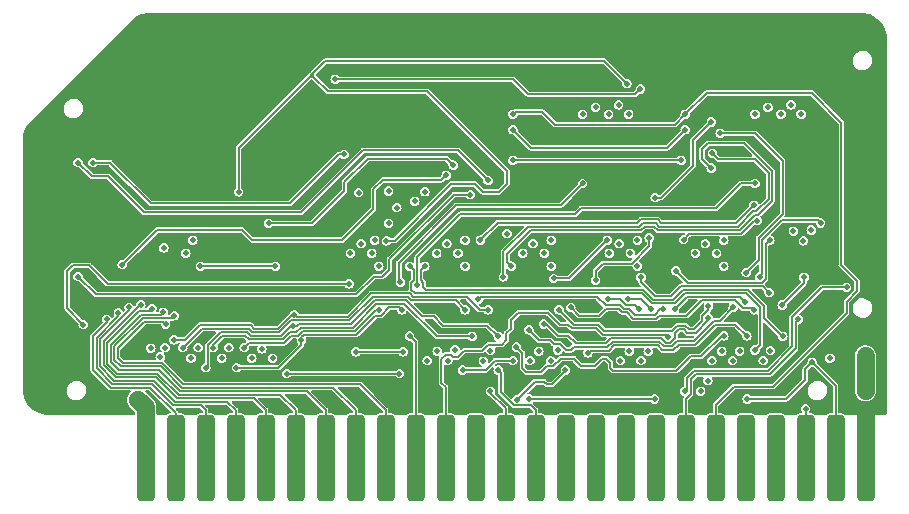
<source format=gbl>
G04 #@! TF.GenerationSoftware,KiCad,Pcbnew,7.0.10*
G04 #@! TF.CreationDate,2024-03-18T18:39:32-04:00*
G04 #@! TF.ProjectId,RAM128,52414d31-3238-42e6-9b69-6361645f7063,1.2*
G04 #@! TF.SameCoordinates,Original*
G04 #@! TF.FileFunction,Copper,L4,Bot*
G04 #@! TF.FilePolarity,Positive*
%FSLAX46Y46*%
G04 Gerber Fmt 4.6, Leading zero omitted, Abs format (unit mm)*
G04 Created by KiCad (PCBNEW 7.0.10) date 2024-03-18 18:39:32*
%MOMM*%
%LPD*%
G01*
G04 APERTURE LIST*
G04 Aperture macros list*
%AMRoundRect*
0 Rectangle with rounded corners*
0 $1 Rounding radius*
0 $2 $3 $4 $5 $6 $7 $8 $9 X,Y pos of 4 corners*
0 Add a 4 corners polygon primitive as box body*
4,1,4,$2,$3,$4,$5,$6,$7,$8,$9,$2,$3,0*
0 Add four circle primitives for the rounded corners*
1,1,$1+$1,$2,$3*
1,1,$1+$1,$4,$5*
1,1,$1+$1,$6,$7*
1,1,$1+$1,$8,$9*
0 Add four rect primitives between the rounded corners*
20,1,$1+$1,$2,$3,$4,$5,0*
20,1,$1+$1,$4,$5,$6,$7,0*
20,1,$1+$1,$6,$7,$8,$9,0*
20,1,$1+$1,$8,$9,$2,$3,0*%
G04 Aperture macros list end*
G04 #@! TA.AperFunction,SMDPad,CuDef*
%ADD10RoundRect,0.381000X0.381000X3.289000X-0.381000X3.289000X-0.381000X-3.289000X0.381000X-3.289000X0*%
G04 #@! TD*
G04 #@! TA.AperFunction,ViaPad*
%ADD11C,0.500000*%
G04 #@! TD*
G04 #@! TA.AperFunction,ViaPad*
%ADD12C,0.800000*%
G04 #@! TD*
G04 #@! TA.AperFunction,ViaPad*
%ADD13C,1.524000*%
G04 #@! TD*
G04 #@! TA.AperFunction,ViaPad*
%ADD14C,0.600000*%
G04 #@! TD*
G04 #@! TA.AperFunction,Conductor*
%ADD15C,1.524000*%
G04 #@! TD*
G04 #@! TA.AperFunction,Conductor*
%ADD16C,0.150000*%
G04 #@! TD*
G04 APERTURE END LIST*
D10*
X137160000Y-135282000D03*
X134620000Y-135282000D03*
X132080000Y-135282000D03*
X129540000Y-135282000D03*
X127000000Y-135282000D03*
X124460000Y-135282000D03*
X121920000Y-135282000D03*
X119380000Y-135282000D03*
X116840000Y-135282000D03*
X114300000Y-135282000D03*
X111760000Y-135282000D03*
X109220000Y-135282000D03*
X106680000Y-135282000D03*
X104140000Y-135282000D03*
X101600000Y-135282000D03*
X99060000Y-135282000D03*
X96520000Y-135282000D03*
X93980000Y-135282000D03*
X91440000Y-135282000D03*
X88900000Y-135282000D03*
X86360000Y-135282000D03*
X83820000Y-135282000D03*
X81280000Y-135282000D03*
X78740000Y-135282000D03*
X76200000Y-135282000D03*
D11*
X116400000Y-127000000D03*
X117150000Y-126200000D03*
X109000000Y-117100000D03*
X108150000Y-117900000D03*
X109950000Y-117900000D03*
X103250000Y-119000000D03*
X103250000Y-116800000D03*
X101700000Y-117100000D03*
X110550000Y-119000000D03*
X100850000Y-117900000D03*
X110550000Y-116800000D03*
X102650000Y-117900000D03*
X95950000Y-119000000D03*
X94450000Y-117100000D03*
X125150000Y-116800000D03*
X115450000Y-117900000D03*
X123600000Y-117100000D03*
X116300000Y-117100000D03*
X93550000Y-117900000D03*
X95350000Y-117900000D03*
X117850000Y-119000000D03*
X117850000Y-116800000D03*
X117250000Y-117900000D03*
X125150000Y-119000000D03*
X122750000Y-117900000D03*
X124550000Y-117900000D03*
X94234000Y-112776000D03*
X96774000Y-112649000D03*
X115400000Y-106150000D03*
X116250000Y-105350000D03*
X113200000Y-106150000D03*
X117100000Y-106150000D03*
X114300000Y-105550000D03*
X128900000Y-105550000D03*
X131700000Y-106150000D03*
X127800000Y-106150000D03*
X130850000Y-105350000D03*
X130000000Y-106150000D03*
X79600000Y-117900000D03*
X80200000Y-116800000D03*
X85200000Y-126800000D03*
X86950000Y-126800000D03*
X86050000Y-126000000D03*
X80050000Y-126800000D03*
X80650000Y-125900000D03*
X82650000Y-126800000D03*
X126500000Y-126200000D03*
X76650000Y-125950000D03*
X101800000Y-127000000D03*
X123800000Y-128700000D03*
X97472500Y-114046000D03*
D12*
X137160000Y-126619000D03*
D11*
X100900000Y-126200000D03*
X83250000Y-125900000D03*
X77750000Y-117450000D03*
X106800000Y-116250000D03*
X100050000Y-127000000D03*
X95600000Y-116800000D03*
X125000000Y-126200000D03*
X105400000Y-126150000D03*
X108750000Y-127000000D03*
X118750000Y-126200000D03*
X111100000Y-126100000D03*
X134150000Y-126800000D03*
X109500000Y-126200000D03*
X124150000Y-127000000D03*
X131900000Y-116850000D03*
X123200000Y-129600000D03*
X128500000Y-127000000D03*
X96774000Y-115379500D03*
X129100000Y-126150000D03*
X99850000Y-112700000D03*
X110500000Y-127000000D03*
X131050000Y-116050000D03*
X118150000Y-127000000D03*
X132550000Y-115950000D03*
X99000000Y-113500000D03*
X102400000Y-126100000D03*
D13*
X137160000Y-129540000D03*
D11*
X77450000Y-126700000D03*
X125900000Y-127000000D03*
X104800000Y-127050000D03*
X77850000Y-125900000D03*
X87630000Y-131318000D03*
X97790000Y-131318000D03*
X107950000Y-131318000D03*
X105410000Y-131318000D03*
X110490000Y-131318000D03*
X113030000Y-131318000D03*
X115570000Y-131318000D03*
X118110000Y-131318000D03*
X100330000Y-131318000D03*
X95250000Y-131318000D03*
X92710000Y-131318000D03*
X90170000Y-131318000D03*
X80010000Y-131318000D03*
X82550000Y-131318000D03*
X102870000Y-131318000D03*
X123190000Y-131318000D03*
X135890000Y-131318000D03*
X133350000Y-131318000D03*
X130810000Y-131318000D03*
X128270000Y-131318000D03*
X125730000Y-131318000D03*
X120650000Y-131318000D03*
X138684000Y-131318000D03*
X133223000Y-97790000D03*
X123063000Y-97790000D03*
X128143000Y-97790000D03*
X97663000Y-97790000D03*
X102743000Y-97790000D03*
X107823000Y-97790000D03*
X87503000Y-97790000D03*
X92583000Y-97790000D03*
X117983000Y-97790000D03*
X138557000Y-99187000D03*
X112903000Y-97790000D03*
X75692000Y-98044000D03*
X77470000Y-131318000D03*
X67437000Y-131191000D03*
X66040000Y-122682000D03*
X74930000Y-131318000D03*
X82423000Y-97790000D03*
X69342000Y-104394000D03*
X72644000Y-101092000D03*
X85090000Y-131318000D03*
X137287000Y-97917000D03*
X66294000Y-107442000D03*
X121900000Y-112000000D03*
X123000000Y-112600000D03*
X124100000Y-112000000D03*
X118100000Y-128500000D03*
X116400000Y-128500000D03*
X117250000Y-129300000D03*
X75150000Y-125950000D03*
X100850000Y-119400000D03*
X107250000Y-124900000D03*
X107750000Y-123800000D03*
X107150000Y-122700000D03*
X94450000Y-120200000D03*
X99700000Y-124900000D03*
X100450000Y-123800000D03*
X95250000Y-119400000D03*
X99850000Y-122700000D03*
X115450000Y-119400000D03*
X129650000Y-123800000D03*
X122750000Y-119400000D03*
X129050000Y-122700000D03*
X124450000Y-119400000D03*
X116300000Y-120200000D03*
X122350000Y-123800000D03*
X117150000Y-119400000D03*
X121800000Y-122700000D03*
X108150000Y-119400000D03*
X109000000Y-120200000D03*
X109850000Y-119400000D03*
X101700000Y-120200000D03*
X102550000Y-119400000D03*
X110300000Y-126100000D03*
X77724000Y-102108000D03*
X77025500Y-100774500D03*
X77724000Y-99441000D03*
X112000000Y-125600000D03*
X115050000Y-127350000D03*
X117950000Y-126200000D03*
X126150000Y-125100000D03*
X77343000Y-97790000D03*
X69850000Y-131318000D03*
X109600000Y-106450000D03*
X115400000Y-107650000D03*
X109500000Y-112000000D03*
X117100000Y-107650000D03*
X107300000Y-111850000D03*
X108400000Y-112600000D03*
X116250000Y-108450000D03*
X130850000Y-108450000D03*
X131700000Y-107650000D03*
X130000000Y-107650000D03*
X86050000Y-122700000D03*
X86650000Y-123800000D03*
X86900000Y-128300000D03*
X82550000Y-128500000D03*
X79950000Y-128500000D03*
X85150000Y-128500000D03*
X127050000Y-109450000D03*
X76200000Y-107442000D03*
X88500000Y-119100000D03*
X82700000Y-109250000D03*
X84850000Y-108900000D03*
X86550000Y-109600000D03*
X92900000Y-108500000D03*
X124500000Y-114850000D03*
X121350000Y-114700000D03*
X112400000Y-114100000D03*
X124850000Y-122400000D03*
X120200000Y-104700000D03*
X119100000Y-104400000D03*
X121300000Y-105000000D03*
X110200000Y-107900000D03*
X66167000Y-129921000D03*
X66040000Y-117602000D03*
X66040000Y-112522000D03*
X66040000Y-127762000D03*
X138684000Y-104267000D03*
X138684000Y-109347000D03*
X138684000Y-114427000D03*
X138684000Y-119507000D03*
X138684000Y-124587000D03*
X138684000Y-129667000D03*
X68580000Y-125222000D03*
X68453000Y-115062000D03*
X68580000Y-109982000D03*
X68580000Y-120142000D03*
X71120000Y-122682000D03*
X71120000Y-127762000D03*
X73660000Y-119950000D03*
X73660000Y-109982000D03*
X73787000Y-115062000D03*
X76200000Y-112522000D03*
X73660000Y-104902000D03*
X76200000Y-102362000D03*
X133050000Y-106400000D03*
X134350000Y-106800000D03*
X118500000Y-112650000D03*
X117650000Y-112100000D03*
X136144000Y-111887000D03*
X136144000Y-116967000D03*
X89662000Y-127600000D03*
X89400000Y-126450000D03*
X77250000Y-125250000D03*
X98150000Y-111200000D03*
X99000000Y-110400000D03*
X77750000Y-118800000D03*
X94869000Y-102171500D03*
X114300000Y-124900000D03*
X106900000Y-129600000D03*
X96266000Y-103695500D03*
X121300000Y-127000000D03*
X125000000Y-129300000D03*
X130250000Y-129600000D03*
X104300000Y-128700000D03*
X104750000Y-125400000D03*
X133850000Y-119450000D03*
X109500000Y-110700000D03*
X114400000Y-122700000D03*
X120650000Y-128700000D03*
X74350000Y-126600000D03*
X92329000Y-102171500D03*
X72450000Y-129200000D03*
X71550000Y-130300000D03*
X102400000Y-116550000D03*
X107300000Y-128700000D03*
D14*
X135763000Y-129159000D03*
D11*
X125850000Y-128650000D03*
D14*
X134366000Y-127635000D03*
D11*
X108750000Y-128500000D03*
X128950000Y-124850000D03*
X131050000Y-119150000D03*
X93599000Y-102171500D03*
X131900000Y-118350000D03*
X101750000Y-128500000D03*
X120967500Y-120459500D03*
X128400000Y-128700000D03*
X120100000Y-129600000D03*
X79450000Y-124650000D03*
X99850000Y-111200000D03*
X93599000Y-115350000D03*
X94488000Y-104711500D03*
X134450000Y-118550000D03*
X94869000Y-103695500D03*
X93450000Y-116900000D03*
X113000000Y-128700000D03*
X100050000Y-128500000D03*
X113650000Y-116450000D03*
X121900000Y-126150000D03*
X93150000Y-125300000D03*
X79450000Y-118900000D03*
X115050000Y-123800000D03*
X93789500Y-111950500D03*
X109600000Y-129300000D03*
X97663000Y-103695500D03*
X121550000Y-124850000D03*
X110450000Y-128500000D03*
X112400000Y-129600000D03*
X131000000Y-128700000D03*
D14*
X135509000Y-126619000D03*
D11*
X96139000Y-102171500D03*
X77900000Y-123900000D03*
X78650000Y-123200000D03*
X107300000Y-107450000D03*
X121900000Y-107450000D03*
X83900000Y-127600000D03*
X97900000Y-122700000D03*
X89400000Y-125300000D03*
X81300000Y-127600000D03*
X106050000Y-124950000D03*
X88700000Y-124100000D03*
X107300000Y-110050000D03*
X121550000Y-110050000D03*
X105200000Y-122700000D03*
X78600000Y-125250000D03*
X88800000Y-123100000D03*
X73900000Y-122950000D03*
X77700000Y-122900000D03*
X72900000Y-123500000D03*
X74800000Y-122500000D03*
X75800000Y-122300000D03*
X76750000Y-122600000D03*
D13*
X75565000Y-130302000D03*
D11*
X109900000Y-123900000D03*
X123850000Y-123400000D03*
X107650000Y-130300000D03*
X123850000Y-122400000D03*
X111200000Y-122700000D03*
X111750000Y-127800000D03*
X107300000Y-106150000D03*
X121900000Y-106150000D03*
X131450000Y-123500000D03*
X106050000Y-127800000D03*
X105400000Y-129600000D03*
X120450000Y-125000000D03*
X98550000Y-124900000D03*
X132080000Y-131064000D03*
X132650000Y-127150000D03*
X127150000Y-130250000D03*
X70485000Y-110236000D03*
X105200000Y-111750000D03*
X84074000Y-112712500D03*
X96600000Y-116850000D03*
X116950000Y-103550000D03*
X130100000Y-122300000D03*
X118100000Y-104000000D03*
X92265500Y-103187500D03*
X131950000Y-119950000D03*
X119350000Y-113200000D03*
X124100000Y-106800000D03*
X115300000Y-116800000D03*
X110750000Y-120050000D03*
X124200000Y-109450000D03*
X106500000Y-119900000D03*
X107150000Y-119000000D03*
X124100000Y-110700000D03*
X121850000Y-129600000D03*
X135550000Y-120800000D03*
X127050000Y-119550000D03*
X124850000Y-107750000D03*
X107600000Y-125850000D03*
X125150000Y-124900000D03*
X108650000Y-124400000D03*
X125950000Y-122500000D03*
X113650000Y-126350000D03*
X127100000Y-124900000D03*
X127750000Y-122700000D03*
X112200000Y-122500000D03*
X118150000Y-119950000D03*
X129000000Y-121250000D03*
X129050000Y-116800000D03*
X121100000Y-119400000D03*
X121750000Y-116750000D03*
X104550000Y-116800000D03*
X127700000Y-113850000D03*
X128000000Y-115150000D03*
X99200000Y-120600000D03*
X127800000Y-112000000D03*
X113200000Y-112000000D03*
X97775000Y-120375000D03*
X119300000Y-130250000D03*
X114300000Y-120200000D03*
X108650000Y-130250000D03*
X118850000Y-116600000D03*
X127800000Y-126100000D03*
X98550000Y-119000000D03*
X115350000Y-121800000D03*
X118000000Y-122650000D03*
X119000000Y-122650000D03*
X117050000Y-121800000D03*
X74231500Y-118872000D03*
X101650000Y-111300000D03*
X103700000Y-112950000D03*
X70485000Y-119888000D03*
X104350000Y-121800000D03*
X120000000Y-122650000D03*
X128200000Y-119900000D03*
X133350000Y-115350000D03*
X126950000Y-122050000D03*
X121000000Y-122650000D03*
X71755000Y-110236000D03*
X93000000Y-109550000D03*
X81950000Y-125900000D03*
X103850000Y-124950000D03*
X79350000Y-125900000D03*
X103250000Y-122700000D03*
X130150000Y-124950000D03*
X99850000Y-119000000D03*
X86614000Y-115379500D03*
X102250000Y-110450000D03*
X84550000Y-125900000D03*
X95950000Y-122700000D03*
X70929500Y-123952000D03*
X93450000Y-120500000D03*
X94000000Y-126250000D03*
X98000000Y-126250000D03*
X80850000Y-119000000D03*
X103050000Y-127800000D03*
X97700000Y-128100000D03*
X88150000Y-128100000D03*
X87200000Y-119000000D03*
X107300000Y-127000000D03*
D15*
X137160000Y-129540000D02*
X137160000Y-126619000D01*
X137160000Y-135382000D02*
X137160000Y-131445000D01*
D16*
X77700000Y-123700000D02*
X76100000Y-123700000D01*
X74250000Y-127200000D02*
X77600000Y-127200000D01*
X79400000Y-129000000D02*
X94329000Y-129000000D01*
X94329000Y-129000000D02*
X96520000Y-131191000D01*
X96520000Y-131191000D02*
X96520000Y-135282000D01*
X73850000Y-126800000D02*
X74250000Y-127200000D01*
X77900000Y-123900000D02*
X77700000Y-123700000D01*
X73850000Y-125950000D02*
X73850000Y-126800000D01*
X77600000Y-127200000D02*
X79400000Y-129000000D01*
X76100000Y-123700000D02*
X73850000Y-125950000D01*
X73550000Y-126950000D02*
X73550000Y-125800000D01*
X78450000Y-123400000D02*
X75950000Y-123400000D01*
X93980000Y-131191000D02*
X93980000Y-135282000D01*
X92089000Y-129300000D02*
X93980000Y-131191000D01*
X79275000Y-129300000D02*
X92089000Y-129300000D01*
X73550000Y-126950000D02*
X74100000Y-127500000D01*
X75950000Y-123400000D02*
X73550000Y-125800000D01*
X74100000Y-127500000D02*
X77475000Y-127500000D01*
X77475000Y-127500000D02*
X79275000Y-129300000D01*
X78650000Y-123200000D02*
X78450000Y-123400000D01*
X121900000Y-107450000D02*
X120350000Y-109000000D01*
X108850000Y-109000000D02*
X107300000Y-107450000D01*
X120350000Y-109000000D02*
X108850000Y-109000000D01*
X89400000Y-125300000D02*
X89400000Y-125025000D01*
X89625000Y-124800000D02*
X94050000Y-124800000D01*
X89400000Y-125650000D02*
X87450000Y-127600000D01*
X96850000Y-122500000D02*
X97700000Y-122500000D01*
X96150000Y-123200000D02*
X96850000Y-122500000D01*
X89400000Y-125025000D02*
X89625000Y-124800000D01*
X95650000Y-123200000D02*
X96150000Y-123200000D01*
X87450000Y-127600000D02*
X83900000Y-127600000D01*
X94050000Y-124800000D02*
X95650000Y-123200000D01*
X89400000Y-125300000D02*
X89400000Y-125650000D01*
X97700000Y-122500000D02*
X97900000Y-122700000D01*
X85100000Y-124900000D02*
X84800000Y-124600000D01*
X101400000Y-124050000D02*
X100600000Y-123250000D01*
X99600000Y-123250000D02*
X98250000Y-121900000D01*
X87675000Y-124900000D02*
X85100000Y-124900000D01*
X88475000Y-124100000D02*
X87675000Y-124900000D01*
X89000000Y-124100000D02*
X88700000Y-124100000D01*
X89200000Y-123900000D02*
X89000000Y-124100000D01*
X84800000Y-124600000D02*
X82550000Y-124600000D01*
X105150000Y-124050000D02*
X101400000Y-124050000D01*
X93600000Y-123900000D02*
X89200000Y-123900000D01*
X82550000Y-124600000D02*
X81450000Y-125700000D01*
X81450000Y-127450000D02*
X81300000Y-127600000D01*
X95600000Y-121900000D02*
X93600000Y-123900000D01*
X100600000Y-123250000D02*
X99600000Y-123250000D01*
X81450000Y-125700000D02*
X81450000Y-127450000D01*
X106050000Y-124950000D02*
X105150000Y-124050000D01*
X98250000Y-121900000D02*
X95600000Y-121900000D01*
X88700000Y-124100000D02*
X88475000Y-124100000D01*
X85400000Y-124300000D02*
X87400000Y-124300000D01*
X88800000Y-123100000D02*
X89000000Y-123300000D01*
X103437500Y-121600000D02*
X104537500Y-122700000D01*
X89000000Y-123300000D02*
X93300000Y-123300000D01*
X93300000Y-123300000D02*
X95300000Y-121300000D01*
X98850000Y-121600000D02*
X103437500Y-121600000D01*
X85100000Y-124000000D02*
X85400000Y-124300000D01*
X121550000Y-110050000D02*
X107300000Y-110050000D01*
X79550000Y-125250000D02*
X80800000Y-124000000D01*
X95300000Y-121300000D02*
X98550000Y-121300000D01*
X80800000Y-124000000D02*
X85100000Y-124000000D01*
X78600000Y-125250000D02*
X79550000Y-125250000D01*
X98550000Y-121300000D02*
X98850000Y-121600000D01*
X87400000Y-124300000D02*
X88600000Y-123100000D01*
X104537500Y-122700000D02*
X105200000Y-122700000D01*
X88600000Y-123100000D02*
X88800000Y-123100000D01*
X76750000Y-129000000D02*
X73400000Y-129000000D01*
X73400000Y-129000000D02*
X72050000Y-127650000D01*
X78550000Y-130800000D02*
X76750000Y-129000000D01*
X73900000Y-123200000D02*
X73900000Y-122950000D01*
X81280000Y-135282000D02*
X81280000Y-131191000D01*
X81280000Y-131191000D02*
X80889000Y-130800000D01*
X72050000Y-125050000D02*
X73900000Y-123200000D01*
X80889000Y-130800000D02*
X78550000Y-130800000D01*
X72050000Y-125050000D02*
X72050000Y-127650000D01*
X77500000Y-123100000D02*
X75800000Y-123100000D01*
X77700000Y-122900000D02*
X77500000Y-123100000D01*
X77337500Y-127800000D02*
X79137500Y-129600000D01*
X73250000Y-127100000D02*
X73950000Y-127800000D01*
X75800000Y-123100000D02*
X73250000Y-125650000D01*
X73250000Y-125650000D02*
X73250000Y-127100000D01*
X91440000Y-131191000D02*
X91440000Y-135282000D01*
X79137500Y-129600000D02*
X89849000Y-129600000D01*
X73950000Y-127800000D02*
X77337500Y-127800000D01*
X89849000Y-129600000D02*
X91440000Y-131191000D01*
X72900000Y-123500000D02*
X72900000Y-123750000D01*
X78740000Y-131440000D02*
X78740000Y-135282000D01*
X72900000Y-123750000D02*
X71750000Y-124900000D01*
X71750000Y-124900000D02*
X71750000Y-127800000D01*
X73250000Y-129300000D02*
X76600000Y-129300000D01*
X76600000Y-129300000D02*
X78740000Y-131440000D01*
X71750000Y-127800000D02*
X73250000Y-129300000D01*
X72350000Y-127500000D02*
X72350000Y-125200000D01*
X78700000Y-130500000D02*
X83129000Y-130500000D01*
X72350000Y-127500000D02*
X73550000Y-128700000D01*
X74800000Y-122750000D02*
X72350000Y-125200000D01*
X76900000Y-128700000D02*
X78700000Y-130500000D01*
X74800000Y-122500000D02*
X74800000Y-122750000D01*
X73550000Y-128700000D02*
X76900000Y-128700000D01*
X83129000Y-130500000D02*
X83820000Y-131191000D01*
X83820000Y-131191000D02*
X83820000Y-135282000D01*
X73675000Y-128400000D02*
X77050000Y-128400000D01*
X75700000Y-122300000D02*
X72650000Y-125350000D01*
X72650000Y-127375000D02*
X73675000Y-128400000D01*
X86360000Y-131191000D02*
X86360000Y-135282000D01*
X78850000Y-130200000D02*
X85369000Y-130200000D01*
X75800000Y-122300000D02*
X75700000Y-122300000D01*
X85369000Y-130200000D02*
X86360000Y-131191000D01*
X77050000Y-128400000D02*
X78850000Y-130200000D01*
X72650000Y-125350000D02*
X72650000Y-127375000D01*
X88900000Y-131191000D02*
X88900000Y-135282000D01*
X87609000Y-129900000D02*
X88900000Y-131191000D01*
X72950000Y-125500000D02*
X72950000Y-127250000D01*
X79000000Y-129900000D02*
X87609000Y-129900000D01*
X72950000Y-127250000D02*
X73800000Y-128100000D01*
X73800000Y-128100000D02*
X77200000Y-128100000D01*
X75650000Y-122800000D02*
X72950000Y-125500000D01*
X76750000Y-122600000D02*
X76550000Y-122800000D01*
X77200000Y-128100000D02*
X79000000Y-129900000D01*
X76550000Y-122800000D02*
X75650000Y-122800000D01*
D15*
X75565000Y-130302000D02*
X76200000Y-130937000D01*
X76200000Y-130937000D02*
X76200000Y-135282000D01*
D16*
X120625000Y-125500000D02*
X120250000Y-125500000D01*
X121050000Y-125075000D02*
X120625000Y-125500000D01*
X122050000Y-124650000D02*
X121750000Y-124350000D01*
X112650000Y-125550000D02*
X112000000Y-124900000D01*
X121350000Y-124350000D02*
X121050000Y-124650000D01*
X123850000Y-123400000D02*
X123850000Y-123600000D01*
X121750000Y-124350000D02*
X121350000Y-124350000D01*
X115600000Y-125100000D02*
X115150000Y-125550000D01*
X119850000Y-125100000D02*
X115600000Y-125100000D01*
X122800000Y-124650000D02*
X122050000Y-124650000D01*
X110100000Y-123900000D02*
X109900000Y-123900000D01*
X115150000Y-125550000D02*
X112650000Y-125550000D01*
X111100000Y-124900000D02*
X110100000Y-123900000D01*
X120250000Y-125500000D02*
X119850000Y-125100000D01*
X112000000Y-124900000D02*
X111100000Y-124900000D01*
X123850000Y-123600000D02*
X122800000Y-124650000D01*
X121050000Y-124650000D02*
X121050000Y-125075000D01*
X123350000Y-123650000D02*
X122650000Y-124350000D01*
X107650000Y-130300000D02*
X109150000Y-128800000D01*
X121900000Y-124050000D02*
X121200000Y-124050000D01*
X123350000Y-123200000D02*
X123350000Y-123650000D01*
X121200000Y-124050000D02*
X120750000Y-124500000D01*
X112450000Y-123950000D02*
X111200000Y-122700000D01*
X122200000Y-124350000D02*
X121900000Y-124050000D01*
X115050000Y-124500000D02*
X114500000Y-123950000D01*
X110150000Y-129000000D02*
X110650000Y-129000000D01*
X110650000Y-129000000D02*
X111750000Y-127900000D01*
X109950000Y-128800000D02*
X110150000Y-129000000D01*
X123850000Y-122400000D02*
X123850000Y-122700000D01*
X123850000Y-122700000D02*
X123350000Y-123200000D01*
X114500000Y-123950000D02*
X112450000Y-123950000D01*
X111750000Y-127900000D02*
X111750000Y-127800000D01*
X122650000Y-124350000D02*
X122200000Y-124350000D01*
X109150000Y-128800000D02*
X109950000Y-128800000D01*
X120750000Y-124500000D02*
X115050000Y-124500000D01*
X124460000Y-135282000D02*
X124460000Y-130740000D01*
X135100000Y-118900000D02*
X135100000Y-106850000D01*
X135550000Y-122000000D02*
X136450000Y-121100000D01*
X110875000Y-107025000D02*
X121025000Y-107025000D01*
X121025000Y-107025000D02*
X121900000Y-106150000D01*
X123700000Y-104350000D02*
X121900000Y-106150000D01*
X107500000Y-105950000D02*
X109800000Y-105950000D01*
X135100000Y-106850000D02*
X132600000Y-104350000D01*
X129350000Y-129200000D02*
X135550000Y-123000000D01*
X109800000Y-105950000D02*
X110875000Y-107025000D01*
X124460000Y-130740000D02*
X126000000Y-129200000D01*
X132600000Y-104350000D02*
X123700000Y-104350000D01*
X135550000Y-123000000D02*
X135550000Y-122000000D01*
X136450000Y-121100000D02*
X136450000Y-120250000D01*
X126000000Y-129200000D02*
X129350000Y-129200000D01*
X136450000Y-120250000D02*
X135100000Y-118900000D01*
X107300000Y-106150000D02*
X107500000Y-105950000D01*
X122800000Y-128150000D02*
X129050000Y-128150000D01*
X131250000Y-125950000D02*
X131250000Y-123700000D01*
X122350000Y-129850000D02*
X122350000Y-128600000D01*
X129050000Y-128150000D02*
X131250000Y-125950000D01*
X121920000Y-130280000D02*
X122350000Y-129850000D01*
X121920000Y-135282000D02*
X121920000Y-130280000D01*
X122350000Y-128600000D02*
X122800000Y-128150000D01*
X131250000Y-123700000D02*
X131450000Y-123500000D01*
X107400000Y-130800000D02*
X108850000Y-130800000D01*
X108850000Y-130800000D02*
X109220000Y-131170000D01*
X106300000Y-129700000D02*
X107400000Y-130800000D01*
X109220000Y-131170000D02*
X109220000Y-135282000D01*
X106050000Y-127800000D02*
X106300000Y-128050000D01*
X106300000Y-128050000D02*
X106300000Y-129700000D01*
X106680000Y-131030000D02*
X105400000Y-129750000D01*
X105400000Y-129750000D02*
X105400000Y-129600000D01*
X106680000Y-135282000D02*
X106680000Y-131030000D01*
X112000000Y-123950000D02*
X112300000Y-124250000D01*
X114350000Y-124250000D02*
X114900000Y-124800000D01*
X101600000Y-129250000D02*
X101250000Y-128900000D01*
X112300000Y-124250000D02*
X114350000Y-124250000D01*
X107150000Y-124300000D02*
X107150000Y-123550000D01*
X120250000Y-124800000D02*
X120450000Y-125000000D01*
X106750000Y-125300000D02*
X106750000Y-124700000D01*
X102050000Y-126500000D02*
X102250000Y-126700000D01*
X102650000Y-126700000D02*
X103200000Y-126150000D01*
X114900000Y-124800000D02*
X120250000Y-124800000D01*
X111250000Y-123950000D02*
X112000000Y-123950000D01*
X103200000Y-126150000D02*
X104700000Y-126150000D01*
X102250000Y-126700000D02*
X102650000Y-126700000D01*
X101250000Y-126850000D02*
X101600000Y-126500000D01*
X101250000Y-128900000D02*
X101250000Y-126850000D01*
X106750000Y-124700000D02*
X107150000Y-124300000D01*
X107150000Y-123550000D02*
X107750000Y-122950000D01*
X101600000Y-126500000D02*
X102050000Y-126500000D01*
X104700000Y-126150000D02*
X105200000Y-125650000D01*
X107750000Y-122950000D02*
X110250000Y-122950000D01*
X105200000Y-125650000D02*
X106400000Y-125650000D01*
X106400000Y-125650000D02*
X106750000Y-125300000D01*
X101600000Y-135282000D02*
X101600000Y-129250000D01*
X110250000Y-122950000D02*
X111250000Y-123950000D01*
X99060000Y-125410000D02*
X98550000Y-124900000D01*
X99060000Y-135282000D02*
X99060000Y-125410000D01*
X132080000Y-135382000D02*
X132080000Y-131064000D01*
X94650000Y-109200000D02*
X89400000Y-114450000D01*
X132650000Y-127150000D02*
X132050000Y-127750000D01*
X102650000Y-109200000D02*
X94650000Y-109200000D01*
X132650000Y-127150000D02*
X134620000Y-129120000D01*
X134620000Y-129120000D02*
X134620000Y-135282000D01*
X130450000Y-130250000D02*
X127150000Y-130250000D01*
X76050000Y-114450000D02*
X73000000Y-111400000D01*
X73000000Y-111400000D02*
X71649000Y-111400000D01*
X132050000Y-127750000D02*
X132050000Y-128650000D01*
X132050000Y-128650000D02*
X130450000Y-130250000D01*
X105200000Y-111750000D02*
X102650000Y-109200000D01*
X71649000Y-111400000D02*
X70485000Y-110236000D01*
X89400000Y-114450000D02*
X76050000Y-114450000D01*
X104762500Y-112712500D02*
X104100000Y-112050000D01*
X93472000Y-104203500D02*
X100053500Y-104203500D01*
X91400000Y-101650000D02*
X90400000Y-102650000D01*
X106112500Y-112712500D02*
X104762500Y-112712500D01*
X102100000Y-112050000D02*
X97300000Y-116850000D01*
X84074000Y-108976000D02*
X90100000Y-102950000D01*
X115050000Y-101650000D02*
X91400000Y-101650000D01*
X116950000Y-103550000D02*
X115050000Y-101650000D01*
X84074000Y-112712500D02*
X84074000Y-108976000D01*
X100053500Y-104203500D02*
X106800000Y-110950000D01*
X90250000Y-102800000D02*
X90400000Y-102650000D01*
X106800000Y-110950000D02*
X106800000Y-112025000D01*
X91650000Y-104200000D02*
X93468500Y-104200000D01*
X90400000Y-102950000D02*
X90400000Y-102650000D01*
X104100000Y-112050000D02*
X102100000Y-112050000D01*
X90100000Y-102950000D02*
X90250000Y-102800000D01*
X106800000Y-112025000D02*
X106112500Y-112712500D01*
X93468500Y-104200000D02*
X93472000Y-104203500D01*
X90250000Y-102800000D02*
X90400000Y-102950000D01*
X90400000Y-102950000D02*
X91650000Y-104200000D01*
X90400000Y-102950000D02*
X90100000Y-102950000D01*
X97300000Y-116850000D02*
X96600000Y-116850000D01*
X117650000Y-104450000D02*
X118100000Y-104000000D01*
X131950000Y-119950000D02*
X131950000Y-120450000D01*
X107337500Y-103187500D02*
X108600000Y-104450000D01*
X131950000Y-120450000D02*
X130100000Y-122300000D01*
X92265500Y-103187500D02*
X107337500Y-103187500D01*
X108600000Y-104450000D02*
X117650000Y-104450000D01*
X115300000Y-116800000D02*
X112050000Y-120050000D01*
X112050000Y-120050000D02*
X110750000Y-120050000D01*
X119850000Y-113200000D02*
X122550000Y-110500000D01*
X122550000Y-110500000D02*
X122550000Y-108350000D01*
X122550000Y-108350000D02*
X124100000Y-106800000D01*
X119350000Y-113200000D02*
X119850000Y-113200000D01*
X127800000Y-109950000D02*
X124700000Y-109950000D01*
X127650000Y-114350000D02*
X127900000Y-114350000D01*
X108600000Y-115650000D02*
X118000000Y-115650000D01*
X118300000Y-115350000D02*
X119400000Y-115350000D01*
X119700000Y-115650000D02*
X126350000Y-115650000D01*
X127900000Y-114350000D02*
X128950000Y-113300000D01*
X124700000Y-109950000D02*
X124200000Y-109450000D01*
X128950000Y-111100000D02*
X127800000Y-109950000D01*
X106500000Y-119900000D02*
X106500000Y-117750000D01*
X118000000Y-115650000D02*
X118300000Y-115350000D01*
X126350000Y-115650000D02*
X127650000Y-114350000D01*
X128950000Y-113300000D02*
X128950000Y-111100000D01*
X106500000Y-117750000D02*
X108600000Y-115650000D01*
X119400000Y-115350000D02*
X119700000Y-115650000D01*
X119550000Y-115950000D02*
X119250000Y-115650000D01*
X108800000Y-115950000D02*
X106800000Y-117950000D01*
X106800000Y-118650000D02*
X107150000Y-119000000D01*
X126500000Y-115950000D02*
X119550000Y-115950000D01*
X128050000Y-114650000D02*
X127800000Y-114650000D01*
X127800000Y-114650000D02*
X126500000Y-115950000D01*
X106800000Y-117950000D02*
X106800000Y-118650000D01*
X126900000Y-108600000D02*
X129250000Y-110950000D01*
X119250000Y-115650000D02*
X118450000Y-115650000D01*
X129250000Y-110950000D02*
X129250000Y-113450000D01*
X123800000Y-108600000D02*
X126900000Y-108600000D01*
X129250000Y-113450000D02*
X128050000Y-114650000D01*
X118450000Y-115650000D02*
X118150000Y-115950000D01*
X124100000Y-110700000D02*
X123300000Y-109900000D01*
X123300000Y-109900000D02*
X123300000Y-109100000D01*
X123300000Y-109100000D02*
X123800000Y-108600000D01*
X118150000Y-115950000D02*
X108800000Y-115950000D01*
X130950000Y-125800000D02*
X130950000Y-123300000D01*
X128900000Y-127850000D02*
X130950000Y-125800000D01*
X133450000Y-120800000D02*
X135550000Y-120800000D01*
X121850000Y-129600000D02*
X122050000Y-129400000D01*
X122050000Y-128450000D02*
X122650000Y-127850000D01*
X122650000Y-127850000D02*
X128900000Y-127850000D01*
X130950000Y-123300000D02*
X133450000Y-120800000D01*
X122050000Y-129400000D02*
X122050000Y-128450000D01*
X130150000Y-114550000D02*
X128100000Y-116600000D01*
X124850000Y-107750000D02*
X127800000Y-107750000D01*
X128100000Y-116600000D02*
X128100000Y-118500000D01*
X128100000Y-118500000D02*
X127050000Y-119550000D01*
X130150000Y-110100000D02*
X130150000Y-114550000D01*
X127800000Y-107750000D02*
X130150000Y-110100000D01*
X123250000Y-126650000D02*
X125000000Y-124900000D01*
X109700000Y-128000000D02*
X110200000Y-127500000D01*
X115750000Y-127850000D02*
X121150000Y-127850000D01*
X107600000Y-125850000D02*
X108100000Y-126350000D01*
X110200000Y-127500000D02*
X110700000Y-127500000D01*
X114850000Y-126850000D02*
X115225000Y-126850000D01*
X115550000Y-127175000D02*
X115550000Y-127650000D01*
X125000000Y-124900000D02*
X125150000Y-124900000D01*
X110700000Y-127500000D02*
X111350000Y-126850000D01*
X115225000Y-126850000D02*
X115550000Y-127175000D01*
X114250000Y-127450000D02*
X114850000Y-126850000D01*
X115550000Y-127650000D02*
X115750000Y-127850000D01*
X108100000Y-126350000D02*
X108100000Y-127650000D01*
X108450000Y-128000000D02*
X109700000Y-128000000D01*
X112500000Y-126850000D02*
X113100000Y-127450000D01*
X108100000Y-127650000D02*
X108450000Y-128000000D01*
X122350000Y-126650000D02*
X123250000Y-126650000D01*
X111350000Y-126850000D02*
X112500000Y-126850000D01*
X113100000Y-127450000D02*
X114250000Y-127450000D01*
X121150000Y-127850000D02*
X122350000Y-126650000D01*
X115300000Y-125850000D02*
X115750000Y-125400000D01*
X111300000Y-125600000D02*
X111800000Y-126100000D01*
X115750000Y-125400000D02*
X119700000Y-125400000D01*
X120100000Y-125800000D02*
X120750000Y-125800000D01*
X108650000Y-124400000D02*
X109550000Y-125300000D01*
X119700000Y-125400000D02*
X120100000Y-125800000D01*
X110475000Y-125300000D02*
X110775000Y-125600000D01*
X112200000Y-126100000D02*
X112450000Y-125850000D01*
X122600000Y-125350000D02*
X124300000Y-123650000D01*
X124800000Y-123650000D02*
X125950000Y-122500000D01*
X121200000Y-125350000D02*
X122600000Y-125350000D01*
X110775000Y-125600000D02*
X111300000Y-125600000D01*
X109550000Y-125300000D02*
X110475000Y-125300000D01*
X112450000Y-125850000D02*
X115300000Y-125850000D01*
X111800000Y-126100000D02*
X112200000Y-126100000D01*
X120750000Y-125800000D02*
X121200000Y-125350000D01*
X124300000Y-123650000D02*
X124800000Y-123650000D01*
X124450000Y-123950000D02*
X126150000Y-123950000D01*
X119550000Y-125700000D02*
X119950000Y-126100000D01*
X115450000Y-126150000D02*
X115900000Y-125700000D01*
X121350000Y-125650000D02*
X122750000Y-125650000D01*
X119950000Y-126100000D02*
X120900000Y-126100000D01*
X113850000Y-126150000D02*
X115450000Y-126150000D01*
X115900000Y-125700000D02*
X119550000Y-125700000D01*
X120900000Y-126100000D02*
X121350000Y-125650000D01*
X122750000Y-125650000D02*
X124450000Y-123950000D01*
X126150000Y-123950000D02*
X127100000Y-124900000D01*
X113650000Y-126350000D02*
X113850000Y-126150000D01*
X119450000Y-123450000D02*
X119700000Y-123200000D01*
X116250000Y-122600000D02*
X116550000Y-122900000D01*
X126100000Y-121900000D02*
X126750000Y-122550000D01*
X126750000Y-122550000D02*
X127600000Y-122550000D01*
X115200000Y-122600000D02*
X116250000Y-122600000D01*
X116550000Y-122900000D02*
X116950000Y-122900000D01*
X117500000Y-123450000D02*
X119450000Y-123450000D01*
X112200000Y-122500000D02*
X112900000Y-123200000D01*
X119700000Y-123200000D02*
X122000000Y-123200000D01*
X123300000Y-121900000D02*
X126100000Y-121900000D01*
X112900000Y-123200000D02*
X114600000Y-123200000D01*
X116950000Y-122900000D02*
X117500000Y-123450000D01*
X122000000Y-123200000D02*
X123300000Y-121900000D01*
X114600000Y-123200000D02*
X115200000Y-122600000D01*
X127600000Y-122550000D02*
X127750000Y-122700000D01*
X119350000Y-121550000D02*
X118150000Y-120350000D01*
X120700000Y-121550000D02*
X119350000Y-121550000D01*
X129000000Y-121250000D02*
X128450000Y-120700000D01*
X121550000Y-120700000D02*
X120700000Y-121550000D01*
X118150000Y-120350000D02*
X118150000Y-119950000D01*
X128450000Y-120700000D02*
X121550000Y-120700000D01*
X128400000Y-120400000D02*
X122100000Y-120400000D01*
X122100000Y-120400000D02*
X121100000Y-119400000D01*
X128700000Y-117150000D02*
X128700000Y-120100000D01*
X128700000Y-120100000D02*
X128400000Y-120400000D01*
X129050000Y-116800000D02*
X128700000Y-117150000D01*
X119850000Y-115350000D02*
X119550000Y-115050000D01*
X122250000Y-116250000D02*
X121750000Y-116750000D01*
X127700000Y-113850000D02*
X126200000Y-115350000D01*
X128000000Y-115150000D02*
X127750000Y-115150000D01*
X106000000Y-115350000D02*
X104550000Y-116800000D01*
X119550000Y-115050000D02*
X118150000Y-115050000D01*
X127750000Y-115150000D02*
X126650000Y-116250000D01*
X117850000Y-115350000D02*
X106000000Y-115350000D01*
X118150000Y-115050000D02*
X117850000Y-115350000D01*
X126200000Y-115350000D02*
X119850000Y-115350000D01*
X126650000Y-116250000D02*
X122250000Y-116250000D01*
X102850000Y-114600000D02*
X99200000Y-118250000D01*
X112600000Y-114600000D02*
X102850000Y-114600000D01*
X127800000Y-112000000D02*
X126600000Y-112000000D01*
X99200000Y-118250000D02*
X99200000Y-120600000D01*
X124500000Y-114100000D02*
X113100000Y-114100000D01*
X126600000Y-112000000D02*
X124500000Y-114100000D01*
X113100000Y-114100000D02*
X112600000Y-114600000D01*
X111350000Y-113850000D02*
X113200000Y-112000000D01*
X97650000Y-118700000D02*
X102500000Y-113850000D01*
X97650000Y-120250000D02*
X97650000Y-118700000D01*
X102500000Y-113850000D02*
X111350000Y-113850000D01*
X97775000Y-120375000D02*
X97650000Y-120250000D01*
X118850000Y-116600000D02*
X118850000Y-117300000D01*
X118850000Y-117300000D02*
X117350000Y-118800000D01*
X119300000Y-130250000D02*
X108650000Y-130250000D01*
X117350000Y-118800000D02*
X114900000Y-118800000D01*
X114300000Y-119400000D02*
X114300000Y-120200000D01*
X114900000Y-118800000D02*
X114300000Y-119400000D01*
X127050000Y-121300000D02*
X121850000Y-121300000D01*
X98700000Y-121000000D02*
X98700000Y-120400000D01*
X99000000Y-121300000D02*
X98700000Y-121000000D01*
X128250000Y-125650000D02*
X128250000Y-122500000D01*
X98900000Y-120200000D02*
X98900000Y-119350000D01*
X119050000Y-122150000D02*
X118200000Y-121300000D01*
X127800000Y-126100000D02*
X128250000Y-125650000D01*
X98700000Y-120400000D02*
X98900000Y-120200000D01*
X128250000Y-122500000D02*
X127050000Y-121300000D01*
X121000000Y-122150000D02*
X119050000Y-122150000D01*
X98900000Y-119350000D02*
X98550000Y-119000000D01*
X121850000Y-121300000D02*
X121000000Y-122150000D01*
X118200000Y-121300000D02*
X99000000Y-121300000D01*
X116850000Y-122300000D02*
X117650000Y-122300000D01*
X116350000Y-121800000D02*
X116850000Y-122300000D01*
X115350000Y-121800000D02*
X116350000Y-121800000D01*
X117650000Y-122300000D02*
X118000000Y-122650000D01*
X119000000Y-122650000D02*
X118150000Y-121800000D01*
X118150000Y-121800000D02*
X117050000Y-121800000D01*
X85250000Y-116800000D02*
X84400000Y-115950000D01*
X84400000Y-115950000D02*
X77153500Y-115950000D01*
X101650000Y-111300000D02*
X101250000Y-111700000D01*
X96300000Y-111700000D02*
X95500000Y-112500000D01*
X95500000Y-112500000D02*
X95500000Y-114150000D01*
X92850000Y-116800000D02*
X85250000Y-116800000D01*
X101250000Y-111700000D02*
X96300000Y-111700000D01*
X77153500Y-115950000D02*
X74231500Y-118872000D01*
X95500000Y-114150000D02*
X92850000Y-116800000D01*
X102300000Y-112950000D02*
X96850000Y-118400000D01*
X71997000Y-121400000D02*
X70485000Y-119888000D01*
X96250000Y-119900000D02*
X95550000Y-119900000D01*
X95550000Y-119900000D02*
X94050000Y-121400000D01*
X103700000Y-112950000D02*
X102300000Y-112950000D01*
X96850000Y-118400000D02*
X96850000Y-119300000D01*
X94050000Y-121400000D02*
X71997000Y-121400000D01*
X96850000Y-119300000D02*
X96250000Y-119900000D01*
X116700000Y-122600000D02*
X116400000Y-122300000D01*
X117650000Y-123150000D02*
X119300000Y-123150000D01*
X117650000Y-123150000D02*
X117100000Y-122600000D01*
X114450000Y-121600000D02*
X104550000Y-121600000D01*
X116400000Y-122300000D02*
X115150000Y-122300000D01*
X115150000Y-122300000D02*
X114450000Y-121600000D01*
X119300000Y-123150000D02*
X119800000Y-122650000D01*
X104550000Y-121600000D02*
X104350000Y-121800000D01*
X117100000Y-122600000D02*
X116700000Y-122600000D01*
X119800000Y-122650000D02*
X120000000Y-122650000D01*
X133100000Y-115100000D02*
X130050000Y-115100000D01*
X88400000Y-113700000D02*
X76650000Y-113700000D01*
X128400000Y-116750000D02*
X128400000Y-119700000D01*
X122050000Y-121600000D02*
X126500000Y-121600000D01*
X76650000Y-113700000D02*
X73186000Y-110236000D01*
X128400000Y-119700000D02*
X128200000Y-119900000D01*
X121000000Y-122650000D02*
X122050000Y-121600000D01*
X133350000Y-115350000D02*
X133100000Y-115100000D01*
X92550000Y-109550000D02*
X88400000Y-113700000D01*
X93000000Y-109550000D02*
X92550000Y-109550000D01*
X126500000Y-121600000D02*
X126950000Y-122050000D01*
X73186000Y-110236000D02*
X71755000Y-110236000D01*
X130050000Y-115100000D02*
X128400000Y-116750000D01*
X88400000Y-124600000D02*
X88950000Y-124600000D01*
X82700000Y-124900000D02*
X84650000Y-124900000D01*
X95750000Y-122200000D02*
X98100000Y-122200000D01*
X84650000Y-124900000D02*
X84950000Y-125200000D01*
X81950000Y-125900000D02*
X81950000Y-125650000D01*
X100850000Y-124950000D02*
X103850000Y-124950000D01*
X98100000Y-122200000D02*
X100850000Y-124950000D01*
X89350000Y-124200000D02*
X93750000Y-124200000D01*
X81950000Y-125650000D02*
X82700000Y-124900000D01*
X88950000Y-124600000D02*
X89350000Y-124200000D01*
X84950000Y-125200000D02*
X87800000Y-125200000D01*
X93750000Y-124200000D02*
X95750000Y-122200000D01*
X87800000Y-125200000D02*
X88400000Y-124600000D01*
X98400000Y-121600000D02*
X98700000Y-121900000D01*
X88525000Y-123600000D02*
X93450000Y-123600000D01*
X84950000Y-124300000D02*
X85250000Y-124600000D01*
X79350000Y-125900000D02*
X80950000Y-124300000D01*
X98700000Y-121900000D02*
X102450000Y-121900000D01*
X95450000Y-121600000D02*
X98400000Y-121600000D01*
X87525000Y-124600000D02*
X88525000Y-123600000D01*
X93450000Y-123600000D02*
X95450000Y-121600000D01*
X85250000Y-124600000D02*
X87525000Y-124600000D01*
X102450000Y-121900000D02*
X103250000Y-122700000D01*
X80950000Y-124300000D02*
X84950000Y-124300000D01*
X127200000Y-121000000D02*
X128550000Y-122350000D01*
X99700000Y-120750000D02*
X99950000Y-121000000D01*
X128550000Y-123400000D02*
X130100000Y-124950000D01*
X99500000Y-120200000D02*
X99700000Y-120400000D01*
X118350000Y-121000000D02*
X119200000Y-121850000D01*
X120850000Y-121850000D02*
X121700000Y-121000000D01*
X128550000Y-122350000D02*
X128550000Y-123400000D01*
X99850000Y-119000000D02*
X99500000Y-119350000D01*
X119200000Y-121850000D02*
X120850000Y-121850000D01*
X99700000Y-120400000D02*
X99700000Y-120750000D01*
X130100000Y-124950000D02*
X130150000Y-124950000D01*
X99500000Y-119350000D02*
X99500000Y-120200000D01*
X99950000Y-121000000D02*
X118350000Y-121000000D01*
X121700000Y-121000000D02*
X127200000Y-121000000D01*
X93027500Y-112649000D02*
X90297000Y-115379500D01*
X101700000Y-109900000D02*
X95014500Y-109900000D01*
X95014500Y-109900000D02*
X93027500Y-111887000D01*
X93027500Y-111887000D02*
X93027500Y-112649000D01*
X102250000Y-110450000D02*
X101700000Y-109900000D01*
X90297000Y-115379500D02*
X86614000Y-115379500D01*
X89100000Y-124900000D02*
X89500000Y-124500000D01*
X84950000Y-125500000D02*
X87950000Y-125500000D01*
X93900000Y-124500000D02*
X95700000Y-122700000D01*
X95700000Y-122700000D02*
X95950000Y-122700000D01*
X87950000Y-125500000D02*
X88550000Y-124900000D01*
X89500000Y-124500000D02*
X93900000Y-124500000D01*
X88550000Y-124900000D02*
X89100000Y-124900000D01*
X84550000Y-125900000D02*
X84950000Y-125500000D01*
X93450000Y-120500000D02*
X73002000Y-120500000D01*
X71452000Y-118950000D02*
X70050000Y-118950000D01*
X69550000Y-122572500D02*
X70929500Y-123952000D01*
X70050000Y-118950000D02*
X69550000Y-119450000D01*
X69550000Y-119450000D02*
X69550000Y-122572500D01*
X73002000Y-120500000D02*
X71452000Y-118950000D01*
X94000000Y-126250000D02*
X98000000Y-126250000D01*
X97700000Y-128100000D02*
X88150000Y-128100000D01*
X105800000Y-127000000D02*
X105000000Y-127800000D01*
X80850000Y-119000000D02*
X87200000Y-119000000D01*
X105000000Y-127800000D02*
X103050000Y-127800000D01*
X107300000Y-127000000D02*
X105800000Y-127000000D01*
G04 #@! TA.AperFunction,Conductor*
G36*
X136913300Y-97537460D02*
G01*
X137528233Y-97660446D01*
X137552168Y-97669700D01*
X137978717Y-97925630D01*
X138168062Y-98039237D01*
X138182546Y-98050546D01*
X138548370Y-98416370D01*
X138562457Y-98435914D01*
X138806495Y-98923991D01*
X138812974Y-98942873D01*
X138936540Y-99560700D01*
X138938000Y-99575448D01*
X138938000Y-131496800D01*
X138920407Y-131545138D01*
X138875858Y-131570858D01*
X138862800Y-131572000D01*
X137893885Y-131572000D01*
X137848447Y-131556720D01*
X137804886Y-131523687D01*
X137804879Y-131523683D01*
X137668480Y-131469894D01*
X137582760Y-131459600D01*
X137310000Y-131459600D01*
X137310000Y-131572000D01*
X137010000Y-131572000D01*
X137010000Y-131459600D01*
X136737240Y-131459600D01*
X136651519Y-131469894D01*
X136515120Y-131523683D01*
X136515113Y-131523687D01*
X136471553Y-131556720D01*
X136426115Y-131572000D01*
X135354712Y-131572000D01*
X135309274Y-131556720D01*
X135265130Y-131523245D01*
X135265128Y-131523244D01*
X135128597Y-131469403D01*
X135042803Y-131459100D01*
X135042802Y-131459100D01*
X134923100Y-131459100D01*
X134874762Y-131441507D01*
X134849042Y-131396958D01*
X134847900Y-131383900D01*
X134847900Y-129540000D01*
X136240060Y-129540000D01*
X136241103Y-129549926D01*
X136245100Y-129587952D01*
X136260162Y-129731262D01*
X136260162Y-129731264D01*
X136260163Y-129731266D01*
X136317013Y-129906234D01*
X136319594Y-129914175D01*
X136415752Y-130080727D01*
X136544441Y-130223650D01*
X136544446Y-130223654D01*
X136700026Y-130336689D01*
X136700029Y-130336690D01*
X136700030Y-130336691D01*
X136875723Y-130414915D01*
X137063840Y-130454900D01*
X137063842Y-130454900D01*
X137256158Y-130454900D01*
X137256160Y-130454900D01*
X137444277Y-130414915D01*
X137619970Y-130336691D01*
X137658888Y-130308416D01*
X137749437Y-130242628D01*
X137775560Y-130223649D01*
X137904247Y-130080727D01*
X138000407Y-129914173D01*
X138059837Y-129731266D01*
X138074900Y-129587952D01*
X138079940Y-129540000D01*
X138075312Y-129495966D01*
X138074900Y-129488106D01*
X138074900Y-126571047D01*
X138066167Y-126487957D01*
X138059837Y-126427734D01*
X138000407Y-126244827D01*
X137960721Y-126176089D01*
X137904247Y-126078272D01*
X137790129Y-125951532D01*
X137775560Y-125935351D01*
X137775559Y-125935350D01*
X137775558Y-125935349D01*
X137775553Y-125935345D01*
X137619973Y-125822310D01*
X137444278Y-125744085D01*
X137368616Y-125728003D01*
X137256160Y-125704100D01*
X137063840Y-125704100D01*
X136992851Y-125719189D01*
X136875721Y-125744085D01*
X136700026Y-125822310D01*
X136544446Y-125935345D01*
X136544441Y-125935349D01*
X136415752Y-126078272D01*
X136319594Y-126244824D01*
X136319593Y-126244826D01*
X136319593Y-126244827D01*
X136302412Y-126297705D01*
X136260162Y-126427737D01*
X136245100Y-126571047D01*
X136245100Y-129488106D01*
X136244688Y-129495966D01*
X136240060Y-129540000D01*
X134847900Y-129540000D01*
X134847900Y-129127936D01*
X134848003Y-129123999D01*
X134850123Y-129083551D01*
X134841311Y-129060595D01*
X134837959Y-129049280D01*
X134833864Y-129030015D01*
X134832848Y-129025234D01*
X134827831Y-129018330D01*
X134818463Y-129001074D01*
X134815404Y-128993104D01*
X134809451Y-128987151D01*
X134798007Y-128975707D01*
X134790355Y-128966749D01*
X134775901Y-128946854D01*
X134775900Y-128946853D01*
X134775899Y-128946852D01*
X134768506Y-128942584D01*
X134752934Y-128930634D01*
X133073308Y-127251008D01*
X133051568Y-127204388D01*
X133052207Y-127186079D01*
X133057922Y-127150000D01*
X133037957Y-127023945D01*
X132980016Y-126910229D01*
X132889771Y-126819984D01*
X132850550Y-126800000D01*
X133742078Y-126800000D01*
X133762043Y-126926056D01*
X133796741Y-126994154D01*
X133819984Y-127039771D01*
X133910229Y-127130016D01*
X134023943Y-127187956D01*
X134023945Y-127187957D01*
X134150000Y-127207922D01*
X134276055Y-127187957D01*
X134389771Y-127130016D01*
X134480016Y-127039771D01*
X134537957Y-126926055D01*
X134557922Y-126800000D01*
X134537957Y-126673945D01*
X134480016Y-126560229D01*
X134389771Y-126469984D01*
X134276055Y-126412043D01*
X134276057Y-126412043D01*
X134150000Y-126392078D01*
X134023943Y-126412043D01*
X133910228Y-126469984D01*
X133819984Y-126560228D01*
X133762043Y-126673943D01*
X133742078Y-126799999D01*
X133742078Y-126800000D01*
X132850550Y-126800000D01*
X132776055Y-126762043D01*
X132776057Y-126762043D01*
X132650000Y-126742078D01*
X132523943Y-126762043D01*
X132410228Y-126819984D01*
X132319984Y-126910228D01*
X132262043Y-127023943D01*
X132242078Y-127149998D01*
X132242078Y-127150003D01*
X132247790Y-127186072D01*
X132237974Y-127236566D01*
X132226690Y-127251008D01*
X131894456Y-127583242D01*
X131891602Y-127585952D01*
X131861504Y-127613052D01*
X131851507Y-127635509D01*
X131845877Y-127645878D01*
X131832485Y-127666501D01*
X131832483Y-127666506D01*
X131831148Y-127674935D01*
X131825574Y-127693754D01*
X131822100Y-127701557D01*
X131822100Y-127726152D01*
X131821174Y-127737916D01*
X131817329Y-127762191D01*
X131817329Y-127762194D01*
X131819538Y-127770438D01*
X131822100Y-127789900D01*
X131822100Y-128524452D01*
X131804507Y-128572790D01*
X131800074Y-128577626D01*
X130377626Y-130000074D01*
X130331006Y-130021814D01*
X130324452Y-130022100D01*
X127523036Y-130022100D01*
X127474698Y-130004507D01*
X127469862Y-130000075D01*
X127434269Y-129964482D01*
X127389771Y-129919984D01*
X127276055Y-129862043D01*
X127276057Y-129862043D01*
X127150000Y-129842078D01*
X127023943Y-129862043D01*
X126910228Y-129919984D01*
X126819984Y-130010228D01*
X126762043Y-130123943D01*
X126742078Y-130249999D01*
X126742078Y-130250000D01*
X126762043Y-130376056D01*
X126813935Y-130477900D01*
X126819984Y-130489771D01*
X126910229Y-130580016D01*
X127023943Y-130637956D01*
X127023945Y-130637957D01*
X127150000Y-130657922D01*
X127276055Y-130637957D01*
X127389771Y-130580016D01*
X127469862Y-130499925D01*
X127516482Y-130478186D01*
X127523036Y-130477900D01*
X130442064Y-130477900D01*
X130446000Y-130478003D01*
X130486447Y-130480123D01*
X130486447Y-130480122D01*
X130486448Y-130480123D01*
X130509403Y-130471310D01*
X130520722Y-130467958D01*
X130544761Y-130462849D01*
X130544760Y-130462849D01*
X130544766Y-130462848D01*
X130551674Y-130457828D01*
X130568921Y-130448464D01*
X130576896Y-130445403D01*
X130594289Y-130428009D01*
X130603248Y-130420357D01*
X130623146Y-130405901D01*
X130627415Y-130398505D01*
X130639362Y-130382935D01*
X131527308Y-129494990D01*
X132265845Y-129494990D01*
X132270232Y-129575907D01*
X132275578Y-129674502D01*
X132275578Y-129674505D01*
X132323672Y-129847720D01*
X132323675Y-129847728D01*
X132407878Y-130006552D01*
X132407880Y-130006555D01*
X132407881Y-130006556D01*
X132499689Y-130114641D01*
X132524265Y-130143574D01*
X132524267Y-130143576D01*
X132667379Y-130252367D01*
X132667382Y-130252369D01*
X132830541Y-130327854D01*
X133006113Y-130366500D01*
X133006115Y-130366500D01*
X133140814Y-130366500D01*
X133140816Y-130366500D01*
X133274721Y-130351937D01*
X133445085Y-130294535D01*
X133599126Y-130201851D01*
X133729642Y-130078220D01*
X133830529Y-129929423D01*
X133897070Y-129762416D01*
X133897070Y-129762410D01*
X133897072Y-129762407D01*
X133923697Y-129600000D01*
X133926155Y-129585010D01*
X133916422Y-129405499D01*
X133908791Y-129378016D01*
X133871996Y-129245493D01*
X133868327Y-129232277D01*
X133867185Y-129230123D01*
X133784121Y-129073447D01*
X133784117Y-129073442D01*
X133783388Y-129072584D01*
X133667735Y-128936426D01*
X133667734Y-128936425D01*
X133667732Y-128936423D01*
X133524620Y-128827632D01*
X133521211Y-128826055D01*
X133436683Y-128786948D01*
X133361460Y-128752146D01*
X133276730Y-128733496D01*
X133185887Y-128713500D01*
X133051184Y-128713500D01*
X133018506Y-128717053D01*
X132917282Y-128728062D01*
X132917279Y-128728063D01*
X132746915Y-128785464D01*
X132592875Y-128878148D01*
X132592870Y-128878152D01*
X132462357Y-129001780D01*
X132462356Y-129001782D01*
X132361473Y-129150572D01*
X132361469Y-129150580D01*
X132294931Y-129317580D01*
X132294927Y-129317592D01*
X132265845Y-129494983D01*
X132265845Y-129494985D01*
X132265845Y-129494988D01*
X132265845Y-129494990D01*
X131527308Y-129494990D01*
X132205557Y-128816741D01*
X132208375Y-128814066D01*
X132238494Y-128786949D01*
X132248496Y-128764480D01*
X132254130Y-128754107D01*
X132267516Y-128733496D01*
X132268851Y-128725061D01*
X132274424Y-128706248D01*
X132277900Y-128698442D01*
X132277900Y-128673852D01*
X132278826Y-128662086D01*
X132279146Y-128660065D01*
X132282672Y-128637806D01*
X132280460Y-128629553D01*
X132277900Y-128610095D01*
X132277900Y-127875547D01*
X132295493Y-127827209D01*
X132299914Y-127822384D01*
X132548991Y-127573307D01*
X132595610Y-127551568D01*
X132613924Y-127552207D01*
X132650000Y-127557922D01*
X132686071Y-127552208D01*
X132736564Y-127562022D01*
X132751009Y-127573308D01*
X134370074Y-129192373D01*
X134391814Y-129238993D01*
X134392100Y-129245547D01*
X134392100Y-131383900D01*
X134374507Y-131432238D01*
X134329958Y-131457958D01*
X134316900Y-131459100D01*
X134197197Y-131459100D01*
X134111402Y-131469403D01*
X133974871Y-131523244D01*
X133974870Y-131523245D01*
X133930725Y-131556720D01*
X133885288Y-131572000D01*
X132814712Y-131572000D01*
X132769274Y-131556720D01*
X132725130Y-131523245D01*
X132725128Y-131523244D01*
X132588597Y-131469403D01*
X132502803Y-131459100D01*
X132502802Y-131459100D01*
X132436235Y-131459100D01*
X132387897Y-131441507D01*
X132362177Y-131396958D01*
X132371110Y-131346300D01*
X132383061Y-131330726D01*
X132392712Y-131321075D01*
X132410016Y-131303771D01*
X132467957Y-131190055D01*
X132487922Y-131064000D01*
X132467957Y-130937945D01*
X132410016Y-130824229D01*
X132319771Y-130733984D01*
X132206055Y-130676043D01*
X132206057Y-130676043D01*
X132080000Y-130656078D01*
X131953943Y-130676043D01*
X131840228Y-130733984D01*
X131749984Y-130824228D01*
X131692043Y-130937943D01*
X131672078Y-131063999D01*
X131672078Y-131064000D01*
X131692043Y-131190056D01*
X131749984Y-131303771D01*
X131776939Y-131330726D01*
X131798679Y-131377346D01*
X131785365Y-131427033D01*
X131743228Y-131456538D01*
X131723765Y-131459100D01*
X131657197Y-131459100D01*
X131571402Y-131469403D01*
X131434871Y-131523244D01*
X131434870Y-131523245D01*
X131390725Y-131556720D01*
X131345288Y-131572000D01*
X130274712Y-131572000D01*
X130229274Y-131556720D01*
X130185130Y-131523245D01*
X130185128Y-131523244D01*
X130048597Y-131469403D01*
X129962803Y-131459100D01*
X129962802Y-131459100D01*
X129117198Y-131459100D01*
X129117197Y-131459100D01*
X129031402Y-131469403D01*
X128894871Y-131523244D01*
X128894870Y-131523245D01*
X128850725Y-131556720D01*
X128805288Y-131572000D01*
X127734712Y-131572000D01*
X127689274Y-131556720D01*
X127645130Y-131523245D01*
X127645128Y-131523244D01*
X127508597Y-131469403D01*
X127422803Y-131459100D01*
X127422802Y-131459100D01*
X126577198Y-131459100D01*
X126577197Y-131459100D01*
X126491402Y-131469403D01*
X126354871Y-131523244D01*
X126354870Y-131523245D01*
X126310725Y-131556720D01*
X126265288Y-131572000D01*
X125194712Y-131572000D01*
X125149274Y-131556720D01*
X125105130Y-131523245D01*
X125105128Y-131523244D01*
X124968597Y-131469403D01*
X124882803Y-131459100D01*
X124882802Y-131459100D01*
X124763100Y-131459100D01*
X124714762Y-131441507D01*
X124689042Y-131396958D01*
X124687900Y-131383900D01*
X124687900Y-130865547D01*
X124705493Y-130817209D01*
X124709926Y-130812373D01*
X126072374Y-129449926D01*
X126118994Y-129428186D01*
X126125548Y-129427900D01*
X129342064Y-129427900D01*
X129346000Y-129428003D01*
X129386447Y-129430123D01*
X129386447Y-129430122D01*
X129386448Y-129430123D01*
X129409403Y-129421310D01*
X129420722Y-129417958D01*
X129444761Y-129412849D01*
X129444760Y-129412849D01*
X129444766Y-129412848D01*
X129451674Y-129407828D01*
X129468921Y-129398464D01*
X129476896Y-129395403D01*
X129494289Y-129378009D01*
X129503248Y-129370357D01*
X129523146Y-129355901D01*
X129527415Y-129348505D01*
X129539362Y-129332935D01*
X135705547Y-123166750D01*
X135708365Y-123164075D01*
X135738494Y-123136949D01*
X135748496Y-123114480D01*
X135754123Y-123104117D01*
X135767516Y-123083497D01*
X135768850Y-123075072D01*
X135774430Y-123056234D01*
X135775199Y-123054507D01*
X135777900Y-123048442D01*
X135777900Y-123023846D01*
X135778826Y-123012081D01*
X135778832Y-123012043D01*
X135782671Y-122987806D01*
X135782129Y-122985784D01*
X135780462Y-122979559D01*
X135777900Y-122960099D01*
X135777900Y-122509990D01*
X136075845Y-122509990D01*
X136081501Y-122614301D01*
X136085578Y-122689502D01*
X136085578Y-122689505D01*
X136133672Y-122862720D01*
X136133675Y-122862728D01*
X136217878Y-123021552D01*
X136217880Y-123021555D01*
X136217881Y-123021556D01*
X136315894Y-123136946D01*
X136334265Y-123158574D01*
X136334267Y-123158576D01*
X136477379Y-123267367D01*
X136477382Y-123267369D01*
X136640541Y-123342854D01*
X136816113Y-123381500D01*
X136816115Y-123381500D01*
X136950814Y-123381500D01*
X136950816Y-123381500D01*
X137084721Y-123366937D01*
X137255085Y-123309535D01*
X137409126Y-123216851D01*
X137539642Y-123093220D01*
X137640529Y-122944423D01*
X137707070Y-122777416D01*
X137707070Y-122777410D01*
X137707072Y-122777407D01*
X137736154Y-122600015D01*
X137736155Y-122600010D01*
X137726422Y-122420499D01*
X137720730Y-122400000D01*
X137702011Y-122332580D01*
X137678327Y-122247277D01*
X137669737Y-122231075D01*
X137594121Y-122088447D01*
X137594117Y-122088442D01*
X137589056Y-122082484D01*
X137477735Y-121951426D01*
X137477734Y-121951425D01*
X137477732Y-121951423D01*
X137334620Y-121842632D01*
X137320181Y-121835952D01*
X137308315Y-121830462D01*
X137171460Y-121767146D01*
X137127566Y-121757484D01*
X136995887Y-121728500D01*
X136861184Y-121728500D01*
X136828506Y-121732053D01*
X136727282Y-121743062D01*
X136727279Y-121743063D01*
X136556915Y-121800464D01*
X136402875Y-121893148D01*
X136402870Y-121893152D01*
X136272357Y-122016780D01*
X136272356Y-122016782D01*
X136171475Y-122165570D01*
X136171469Y-122165580D01*
X136104931Y-122332580D01*
X136104927Y-122332592D01*
X136075845Y-122509983D01*
X136075845Y-122509985D01*
X136075845Y-122509988D01*
X136075845Y-122509990D01*
X135777900Y-122509990D01*
X135777900Y-122125546D01*
X135795493Y-122077208D01*
X135799915Y-122072383D01*
X136605547Y-121266750D01*
X136608365Y-121264075D01*
X136638494Y-121236949D01*
X136648496Y-121214480D01*
X136654123Y-121204117D01*
X136667516Y-121183497D01*
X136668850Y-121175072D01*
X136674430Y-121156234D01*
X136675199Y-121154507D01*
X136677900Y-121148442D01*
X136677900Y-121123846D01*
X136678826Y-121112081D01*
X136682671Y-121087806D01*
X136680797Y-121080810D01*
X136680462Y-121079559D01*
X136677900Y-121060099D01*
X136677900Y-120257928D01*
X136678003Y-120253991D01*
X136679584Y-120223830D01*
X136680123Y-120213552D01*
X136678406Y-120209080D01*
X136671310Y-120190595D01*
X136667960Y-120179288D01*
X136662848Y-120155234D01*
X136657830Y-120148327D01*
X136648463Y-120131075D01*
X136645403Y-120123104D01*
X136645402Y-120123102D01*
X136628018Y-120105718D01*
X136620355Y-120096747D01*
X136605901Y-120076854D01*
X136601737Y-120074450D01*
X136598503Y-120072582D01*
X136582933Y-120060634D01*
X135349926Y-118827626D01*
X135328186Y-118781006D01*
X135327900Y-118774452D01*
X135327900Y-106857936D01*
X135328003Y-106853999D01*
X135330123Y-106813555D01*
X135330122Y-106813554D01*
X135330123Y-106813552D01*
X135321306Y-106790586D01*
X135317960Y-106779288D01*
X135312848Y-106755234D01*
X135307830Y-106748327D01*
X135298463Y-106731075D01*
X135295403Y-106723104D01*
X135295402Y-106723102D01*
X135278018Y-106705718D01*
X135270355Y-106696747D01*
X135255901Y-106676854D01*
X135248503Y-106672582D01*
X135232933Y-106660634D01*
X132766758Y-104194458D01*
X132764047Y-104191602D01*
X132736949Y-104161506D01*
X132736945Y-104161503D01*
X132714486Y-104151504D01*
X132704116Y-104145874D01*
X132683496Y-104132483D01*
X132675064Y-104131148D01*
X132656243Y-104125573D01*
X132648442Y-104122100D01*
X132623848Y-104122100D01*
X132612084Y-104121174D01*
X132587808Y-104117329D01*
X132587804Y-104117329D01*
X132579560Y-104119538D01*
X132560099Y-104122100D01*
X123707928Y-104122100D01*
X123703991Y-104121997D01*
X123663551Y-104119876D01*
X123640597Y-104128688D01*
X123629286Y-104132039D01*
X123605235Y-104137151D01*
X123605229Y-104137154D01*
X123598324Y-104142171D01*
X123581085Y-104151532D01*
X123573104Y-104154596D01*
X123555712Y-104171987D01*
X123546746Y-104179645D01*
X123526854Y-104194098D01*
X123526852Y-104194101D01*
X123522583Y-104201495D01*
X123510634Y-104217065D01*
X122001008Y-105726690D01*
X121954388Y-105748430D01*
X121936072Y-105747790D01*
X121900003Y-105742078D01*
X121899999Y-105742078D01*
X121773943Y-105762043D01*
X121660228Y-105819984D01*
X121569984Y-105910228D01*
X121512043Y-106023943D01*
X121492078Y-106149999D01*
X121492078Y-106150000D01*
X121497791Y-106186070D01*
X121487976Y-106236565D01*
X121476691Y-106251008D01*
X120952626Y-106775074D01*
X120906006Y-106796814D01*
X120899452Y-106797100D01*
X111000548Y-106797100D01*
X110952210Y-106779507D01*
X110947374Y-106775074D01*
X110322300Y-106150000D01*
X112792078Y-106150000D01*
X112812043Y-106276056D01*
X112837413Y-106325847D01*
X112869984Y-106389771D01*
X112960229Y-106480016D01*
X113073943Y-106537956D01*
X113073945Y-106537957D01*
X113200000Y-106557922D01*
X113326055Y-106537957D01*
X113439771Y-106480016D01*
X113530016Y-106389771D01*
X113587957Y-106276055D01*
X113607922Y-106150000D01*
X114992078Y-106150000D01*
X115012043Y-106276056D01*
X115037413Y-106325847D01*
X115069984Y-106389771D01*
X115160229Y-106480016D01*
X115273943Y-106537956D01*
X115273945Y-106537957D01*
X115400000Y-106557922D01*
X115526055Y-106537957D01*
X115639771Y-106480016D01*
X115730016Y-106389771D01*
X115787957Y-106276055D01*
X115807922Y-106150000D01*
X116692078Y-106150000D01*
X116712043Y-106276056D01*
X116737413Y-106325847D01*
X116769984Y-106389771D01*
X116860229Y-106480016D01*
X116973943Y-106537956D01*
X116973945Y-106537957D01*
X117100000Y-106557922D01*
X117226055Y-106537957D01*
X117339771Y-106480016D01*
X117430016Y-106389771D01*
X117487957Y-106276055D01*
X117507922Y-106150000D01*
X117487957Y-106023945D01*
X117430016Y-105910229D01*
X117339771Y-105819984D01*
X117226055Y-105762043D01*
X117226057Y-105762043D01*
X117100000Y-105742078D01*
X116973943Y-105762043D01*
X116860228Y-105819984D01*
X116769984Y-105910228D01*
X116712043Y-106023943D01*
X116692078Y-106149999D01*
X116692078Y-106150000D01*
X115807922Y-106150000D01*
X115787957Y-106023945D01*
X115730016Y-105910229D01*
X115639771Y-105819984D01*
X115526055Y-105762043D01*
X115526057Y-105762043D01*
X115400000Y-105742078D01*
X115273943Y-105762043D01*
X115160228Y-105819984D01*
X115069984Y-105910228D01*
X115012043Y-106023943D01*
X114992078Y-106149999D01*
X114992078Y-106150000D01*
X113607922Y-106150000D01*
X113587957Y-106023945D01*
X113530016Y-105910229D01*
X113439771Y-105819984D01*
X113326055Y-105762043D01*
X113326057Y-105762043D01*
X113200000Y-105742078D01*
X113073943Y-105762043D01*
X112960228Y-105819984D01*
X112869984Y-105910228D01*
X112812043Y-106023943D01*
X112792078Y-106149999D01*
X112792078Y-106150000D01*
X110322300Y-106150000D01*
X109966758Y-105794458D01*
X109964047Y-105791602D01*
X109936949Y-105761506D01*
X109936945Y-105761503D01*
X109914486Y-105751504D01*
X109904116Y-105745874D01*
X109883496Y-105732483D01*
X109875064Y-105731148D01*
X109856243Y-105725573D01*
X109848442Y-105722100D01*
X109823848Y-105722100D01*
X109812084Y-105721174D01*
X109787808Y-105717329D01*
X109787804Y-105717329D01*
X109779560Y-105719538D01*
X109760099Y-105722100D01*
X107507936Y-105722100D01*
X107504000Y-105721997D01*
X107502283Y-105721907D01*
X107463552Y-105719876D01*
X107440588Y-105728691D01*
X107429279Y-105732040D01*
X107405236Y-105737151D01*
X107398016Y-105740366D01*
X107397426Y-105739042D01*
X107356573Y-105750749D01*
X107350068Y-105750007D01*
X107300002Y-105742078D01*
X107299999Y-105742078D01*
X107173943Y-105762043D01*
X107060228Y-105819984D01*
X106969984Y-105910228D01*
X106912043Y-106023943D01*
X106892078Y-106149999D01*
X106892078Y-106150000D01*
X106912043Y-106276056D01*
X106937413Y-106325847D01*
X106969984Y-106389771D01*
X107060229Y-106480016D01*
X107173943Y-106537956D01*
X107173945Y-106537957D01*
X107300000Y-106557922D01*
X107426055Y-106537957D01*
X107539771Y-106480016D01*
X107630016Y-106389771D01*
X107687957Y-106276055D01*
X107693456Y-106241336D01*
X107718395Y-106196345D01*
X107766418Y-106177911D01*
X107767730Y-106177900D01*
X109674453Y-106177900D01*
X109722791Y-106195493D01*
X109727627Y-106199926D01*
X110708231Y-107180530D01*
X110710942Y-107183386D01*
X110738051Y-107213494D01*
X110753567Y-107220402D01*
X110760516Y-107223496D01*
X110770884Y-107229125D01*
X110791504Y-107242516D01*
X110799936Y-107243851D01*
X110818755Y-107249426D01*
X110826558Y-107252900D01*
X110851147Y-107252900D01*
X110862910Y-107253825D01*
X110887194Y-107257672D01*
X110893459Y-107255993D01*
X110895443Y-107255462D01*
X110914904Y-107252900D01*
X121017064Y-107252900D01*
X121021000Y-107253003D01*
X121061447Y-107255123D01*
X121061447Y-107255122D01*
X121061448Y-107255123D01*
X121084403Y-107246310D01*
X121095722Y-107242958D01*
X121119761Y-107237849D01*
X121119760Y-107237849D01*
X121119766Y-107237848D01*
X121126674Y-107232828D01*
X121143921Y-107223464D01*
X121151896Y-107220403D01*
X121169289Y-107203009D01*
X121178248Y-107195357D01*
X121198146Y-107180901D01*
X121202415Y-107173505D01*
X121214362Y-107157935D01*
X121798991Y-106573307D01*
X121845610Y-106551568D01*
X121863921Y-106552207D01*
X121900000Y-106557922D01*
X122026055Y-106537957D01*
X122139771Y-106480016D01*
X122230016Y-106389771D01*
X122287957Y-106276055D01*
X122307922Y-106150000D01*
X127392078Y-106150000D01*
X127412043Y-106276056D01*
X127437413Y-106325847D01*
X127469984Y-106389771D01*
X127560229Y-106480016D01*
X127673943Y-106537956D01*
X127673945Y-106537957D01*
X127800000Y-106557922D01*
X127926055Y-106537957D01*
X128039771Y-106480016D01*
X128130016Y-106389771D01*
X128187957Y-106276055D01*
X128207922Y-106150000D01*
X129592078Y-106150000D01*
X129612043Y-106276056D01*
X129637413Y-106325847D01*
X129669984Y-106389771D01*
X129760229Y-106480016D01*
X129873943Y-106537956D01*
X129873945Y-106537957D01*
X130000000Y-106557922D01*
X130126055Y-106537957D01*
X130239771Y-106480016D01*
X130330016Y-106389771D01*
X130387957Y-106276055D01*
X130407922Y-106150000D01*
X131292078Y-106150000D01*
X131312043Y-106276056D01*
X131337413Y-106325847D01*
X131369984Y-106389771D01*
X131460229Y-106480016D01*
X131573943Y-106537956D01*
X131573945Y-106537957D01*
X131700000Y-106557922D01*
X131826055Y-106537957D01*
X131939771Y-106480016D01*
X132030016Y-106389771D01*
X132087957Y-106276055D01*
X132107922Y-106150000D01*
X132087957Y-106023945D01*
X132030016Y-105910229D01*
X131939771Y-105819984D01*
X131826055Y-105762043D01*
X131826057Y-105762043D01*
X131700000Y-105742078D01*
X131573943Y-105762043D01*
X131460228Y-105819984D01*
X131369984Y-105910228D01*
X131312043Y-106023943D01*
X131292078Y-106149999D01*
X131292078Y-106150000D01*
X130407922Y-106150000D01*
X130387957Y-106023945D01*
X130330016Y-105910229D01*
X130239771Y-105819984D01*
X130126055Y-105762043D01*
X130126057Y-105762043D01*
X130000000Y-105742078D01*
X129873943Y-105762043D01*
X129760228Y-105819984D01*
X129669984Y-105910228D01*
X129612043Y-106023943D01*
X129592078Y-106149999D01*
X129592078Y-106150000D01*
X128207922Y-106150000D01*
X128187957Y-106023945D01*
X128130016Y-105910229D01*
X128039771Y-105819984D01*
X127926055Y-105762043D01*
X127926057Y-105762043D01*
X127800000Y-105742078D01*
X127673943Y-105762043D01*
X127560228Y-105819984D01*
X127469984Y-105910228D01*
X127412043Y-106023943D01*
X127392078Y-106149999D01*
X127392078Y-106150000D01*
X122307922Y-106150000D01*
X122302208Y-106113927D01*
X122312022Y-106063433D01*
X122323304Y-106048993D01*
X122822298Y-105550000D01*
X128492078Y-105550000D01*
X128512043Y-105676056D01*
X128548694Y-105747987D01*
X128569984Y-105789771D01*
X128660229Y-105880016D01*
X128773943Y-105937956D01*
X128773945Y-105937957D01*
X128900000Y-105957922D01*
X129026055Y-105937957D01*
X129139771Y-105880016D01*
X129230016Y-105789771D01*
X129287957Y-105676055D01*
X129307922Y-105550000D01*
X129287957Y-105423945D01*
X129250280Y-105350000D01*
X130442078Y-105350000D01*
X130462043Y-105476056D01*
X130489271Y-105529494D01*
X130519984Y-105589771D01*
X130610229Y-105680016D01*
X130723943Y-105737956D01*
X130723945Y-105737957D01*
X130850000Y-105757922D01*
X130976055Y-105737957D01*
X131089771Y-105680016D01*
X131180016Y-105589771D01*
X131237957Y-105476055D01*
X131257922Y-105350000D01*
X131237957Y-105223945D01*
X131180016Y-105110229D01*
X131089771Y-105019984D01*
X130976055Y-104962043D01*
X130976057Y-104962043D01*
X130850000Y-104942078D01*
X130723943Y-104962043D01*
X130610228Y-105019984D01*
X130519984Y-105110228D01*
X130462043Y-105223943D01*
X130442078Y-105349999D01*
X130442078Y-105350000D01*
X129250280Y-105350000D01*
X129230016Y-105310229D01*
X129139771Y-105219984D01*
X129026055Y-105162043D01*
X129026057Y-105162043D01*
X128900000Y-105142078D01*
X128773943Y-105162043D01*
X128660228Y-105219984D01*
X128569984Y-105310228D01*
X128512043Y-105423943D01*
X128492078Y-105549999D01*
X128492078Y-105550000D01*
X122822298Y-105550000D01*
X123772373Y-104599926D01*
X123818993Y-104578186D01*
X123825547Y-104577900D01*
X132474453Y-104577900D01*
X132522791Y-104595493D01*
X132527627Y-104599926D01*
X134850074Y-106922373D01*
X134871814Y-106968993D01*
X134872100Y-106975547D01*
X134872100Y-118892062D01*
X134871997Y-118895998D01*
X134869876Y-118936448D01*
X134878688Y-118959402D01*
X134882039Y-118970715D01*
X134887151Y-118994763D01*
X134887152Y-118994766D01*
X134892169Y-119001671D01*
X134901536Y-119018922D01*
X134904596Y-119026895D01*
X134904597Y-119026896D01*
X134921985Y-119044284D01*
X134929644Y-119053252D01*
X134944097Y-119073144D01*
X134944099Y-119073146D01*
X134951495Y-119077416D01*
X134967066Y-119089365D01*
X136200074Y-120322373D01*
X136221814Y-120368993D01*
X136222100Y-120375547D01*
X136222100Y-120974451D01*
X136204507Y-121022789D01*
X136200074Y-121027625D01*
X135394456Y-121833242D01*
X135391602Y-121835952D01*
X135361504Y-121863052D01*
X135351507Y-121885509D01*
X135345877Y-121895878D01*
X135332485Y-121916501D01*
X135332483Y-121916506D01*
X135331148Y-121924935D01*
X135325574Y-121943754D01*
X135322100Y-121951557D01*
X135322100Y-121976152D01*
X135321174Y-121987916D01*
X135317329Y-122012191D01*
X135317329Y-122012194D01*
X135319538Y-122020438D01*
X135322100Y-122039900D01*
X135322100Y-122874452D01*
X135304507Y-122922790D01*
X135300074Y-122927626D01*
X129277626Y-128950074D01*
X129231006Y-128971814D01*
X129224452Y-128972100D01*
X126007936Y-128972100D01*
X126004000Y-128971997D01*
X126002192Y-128971902D01*
X125963551Y-128969876D01*
X125963550Y-128969876D01*
X125940597Y-128978688D01*
X125929286Y-128982039D01*
X125905235Y-128987151D01*
X125905229Y-128987154D01*
X125898324Y-128992171D01*
X125881085Y-129001532D01*
X125873104Y-129004596D01*
X125855712Y-129021987D01*
X125846746Y-129029645D01*
X125826854Y-129044098D01*
X125826852Y-129044101D01*
X125822583Y-129051495D01*
X125810634Y-129067065D01*
X124304456Y-130573242D01*
X124301602Y-130575952D01*
X124271504Y-130603052D01*
X124261507Y-130625509D01*
X124255877Y-130635878D01*
X124242485Y-130656501D01*
X124242483Y-130656506D01*
X124241148Y-130664935D01*
X124235574Y-130683754D01*
X124232100Y-130691557D01*
X124232100Y-130716152D01*
X124231174Y-130727916D01*
X124227329Y-130752191D01*
X124227329Y-130752194D01*
X124229538Y-130760438D01*
X124232100Y-130779900D01*
X124232100Y-131383900D01*
X124214507Y-131432238D01*
X124169958Y-131457958D01*
X124156900Y-131459100D01*
X124037197Y-131459100D01*
X123951402Y-131469403D01*
X123814871Y-131523244D01*
X123814870Y-131523245D01*
X123770725Y-131556720D01*
X123725288Y-131572000D01*
X122654712Y-131572000D01*
X122609274Y-131556720D01*
X122565130Y-131523245D01*
X122565128Y-131523244D01*
X122428597Y-131469403D01*
X122342803Y-131459100D01*
X122342802Y-131459100D01*
X122223100Y-131459100D01*
X122174762Y-131441507D01*
X122149042Y-131396958D01*
X122147900Y-131383900D01*
X122147900Y-130405547D01*
X122165493Y-130357209D01*
X122169914Y-130352384D01*
X122505576Y-130016722D01*
X122508375Y-130014066D01*
X122535712Y-129989453D01*
X122538493Y-129986950D01*
X122538493Y-129986949D01*
X122538494Y-129986949D01*
X122548496Y-129964480D01*
X122554124Y-129954115D01*
X122567516Y-129933496D01*
X122568850Y-129925071D01*
X122574430Y-129906234D01*
X122575521Y-129903784D01*
X122577900Y-129898442D01*
X122577900Y-129873846D01*
X122578826Y-129862081D01*
X122579161Y-129859967D01*
X122582671Y-129837806D01*
X122582129Y-129835784D01*
X122580462Y-129829559D01*
X122577900Y-129810099D01*
X122577900Y-129600000D01*
X122792078Y-129600000D01*
X122812043Y-129726056D01*
X122842287Y-129785412D01*
X122869984Y-129839771D01*
X122960229Y-129930016D01*
X123073943Y-129987956D01*
X123073945Y-129987957D01*
X123200000Y-130007922D01*
X123326055Y-129987957D01*
X123439771Y-129930016D01*
X123530016Y-129839771D01*
X123587957Y-129726055D01*
X123607922Y-129600000D01*
X123587957Y-129473945D01*
X123530016Y-129360229D01*
X123439771Y-129269984D01*
X123326055Y-129212043D01*
X123326057Y-129212043D01*
X123200000Y-129192078D01*
X123073943Y-129212043D01*
X122960228Y-129269984D01*
X122869984Y-129360228D01*
X122812043Y-129473943D01*
X122792078Y-129599999D01*
X122792078Y-129600000D01*
X122577900Y-129600000D01*
X122577900Y-128725547D01*
X122595493Y-128677209D01*
X122599926Y-128672373D01*
X122872373Y-128399926D01*
X122918993Y-128378186D01*
X122925547Y-128377900D01*
X123389217Y-128377900D01*
X123437555Y-128395493D01*
X123463275Y-128440042D01*
X123456221Y-128487240D01*
X123412043Y-128573943D01*
X123392078Y-128699999D01*
X123392078Y-128700000D01*
X123412043Y-128826056D01*
X123465328Y-128930634D01*
X123469984Y-128939771D01*
X123560229Y-129030016D01*
X123673943Y-129087956D01*
X123673945Y-129087957D01*
X123800000Y-129107922D01*
X123926055Y-129087957D01*
X124039771Y-129030016D01*
X124130016Y-128939771D01*
X124187957Y-128826055D01*
X124207922Y-128700000D01*
X124187957Y-128573945D01*
X124143779Y-128487240D01*
X124137510Y-128436184D01*
X124165527Y-128393043D01*
X124210783Y-128377900D01*
X129042064Y-128377900D01*
X129046000Y-128378003D01*
X129086447Y-128380123D01*
X129086447Y-128380122D01*
X129086448Y-128380123D01*
X129109403Y-128371310D01*
X129120722Y-128367958D01*
X129144761Y-128362849D01*
X129144760Y-128362849D01*
X129144766Y-128362848D01*
X129151674Y-128357828D01*
X129168921Y-128348464D01*
X129176896Y-128345403D01*
X129194289Y-128328009D01*
X129203248Y-128320357D01*
X129223146Y-128305901D01*
X129227415Y-128298505D01*
X129239362Y-128282935D01*
X131405557Y-126116741D01*
X131408375Y-126114066D01*
X131438494Y-126086949D01*
X131448496Y-126064480D01*
X131454124Y-126054115D01*
X131467516Y-126033496D01*
X131468850Y-126025071D01*
X131474430Y-126006234D01*
X131475199Y-126004507D01*
X131477900Y-125998442D01*
X131477900Y-125973846D01*
X131478826Y-125962081D01*
X131482671Y-125937806D01*
X131480797Y-125930810D01*
X131480462Y-125929559D01*
X131477900Y-125910099D01*
X131477900Y-123967729D01*
X131495493Y-123919391D01*
X131540042Y-123893671D01*
X131541252Y-123893469D01*
X131576055Y-123887957D01*
X131689771Y-123830016D01*
X131780016Y-123739771D01*
X131837957Y-123626055D01*
X131857922Y-123500000D01*
X131837957Y-123373945D01*
X131780016Y-123260229D01*
X131689771Y-123169984D01*
X131689768Y-123169982D01*
X131591564Y-123119944D01*
X131556483Y-123082324D01*
X131553791Y-123030954D01*
X131572529Y-122999769D01*
X133522374Y-121049926D01*
X133568994Y-121028186D01*
X133575548Y-121027900D01*
X135176964Y-121027900D01*
X135225302Y-121045493D01*
X135230138Y-121049925D01*
X135310229Y-121130016D01*
X135423943Y-121187956D01*
X135423945Y-121187957D01*
X135550000Y-121207922D01*
X135676055Y-121187957D01*
X135789771Y-121130016D01*
X135880016Y-121039771D01*
X135937957Y-120926055D01*
X135957922Y-120800000D01*
X135937957Y-120673945D01*
X135880016Y-120560229D01*
X135789771Y-120469984D01*
X135676055Y-120412043D01*
X135676057Y-120412043D01*
X135550000Y-120392078D01*
X135423943Y-120412043D01*
X135310230Y-120469983D01*
X135230138Y-120550075D01*
X135183518Y-120571814D01*
X135176964Y-120572100D01*
X133457936Y-120572100D01*
X133454000Y-120571997D01*
X133452192Y-120571902D01*
X133413551Y-120569876D01*
X133413550Y-120569876D01*
X133390597Y-120578688D01*
X133379286Y-120582039D01*
X133355235Y-120587151D01*
X133355229Y-120587154D01*
X133348324Y-120592171D01*
X133331085Y-120601532D01*
X133323104Y-120604596D01*
X133305712Y-120621987D01*
X133296746Y-120629645D01*
X133276854Y-120644098D01*
X133276852Y-120644101D01*
X133272583Y-120651495D01*
X133260634Y-120667065D01*
X130794456Y-123133242D01*
X130791602Y-123135952D01*
X130761504Y-123163052D01*
X130751507Y-123185509D01*
X130745877Y-123195878D01*
X130732485Y-123216501D01*
X130732483Y-123216506D01*
X130731148Y-123224935D01*
X130725574Y-123243754D01*
X130722100Y-123251557D01*
X130722100Y-123276152D01*
X130721174Y-123287916D01*
X130717329Y-123312191D01*
X130717329Y-123312194D01*
X130719538Y-123320438D01*
X130722100Y-123339900D01*
X130722100Y-125674452D01*
X130704507Y-125722790D01*
X130700074Y-125727626D01*
X128827626Y-127600074D01*
X128781006Y-127621814D01*
X128774452Y-127622100D01*
X122657929Y-127622100D01*
X122653992Y-127621997D01*
X122613551Y-127619876D01*
X122590597Y-127628688D01*
X122579286Y-127632039D01*
X122555235Y-127637151D01*
X122555229Y-127637154D01*
X122548324Y-127642171D01*
X122531085Y-127651532D01*
X122523104Y-127654596D01*
X122505712Y-127671987D01*
X122496746Y-127679645D01*
X122476852Y-127694100D01*
X122472581Y-127701497D01*
X122460634Y-127717064D01*
X121894456Y-128283242D01*
X121891602Y-128285952D01*
X121861504Y-128313052D01*
X121851507Y-128335509D01*
X121845877Y-128345878D01*
X121832485Y-128366501D01*
X121832483Y-128366506D01*
X121831148Y-128374935D01*
X121825574Y-128393754D01*
X121822100Y-128401557D01*
X121822100Y-128426152D01*
X121821174Y-128437916D01*
X121817329Y-128462191D01*
X121817329Y-128462194D01*
X121819538Y-128470438D01*
X121822100Y-128489900D01*
X121822100Y-129132269D01*
X121804507Y-129180607D01*
X121759958Y-129206327D01*
X121758666Y-129206543D01*
X121723945Y-129212043D01*
X121723941Y-129212044D01*
X121610228Y-129269984D01*
X121519984Y-129360228D01*
X121462043Y-129473943D01*
X121442078Y-129599999D01*
X121442078Y-129600000D01*
X121462043Y-129726056D01*
X121492287Y-129785412D01*
X121519984Y-129839771D01*
X121610229Y-129930016D01*
X121723945Y-129987957D01*
X121723949Y-129987957D01*
X121729569Y-129989784D01*
X121728907Y-129991819D01*
X121766125Y-130012447D01*
X121784562Y-130060469D01*
X121767818Y-130109108D01*
X121759694Y-130117669D01*
X121731505Y-130143050D01*
X121721507Y-130165509D01*
X121715877Y-130175878D01*
X121702485Y-130196501D01*
X121702483Y-130196506D01*
X121701148Y-130204935D01*
X121695574Y-130223754D01*
X121692100Y-130231557D01*
X121692100Y-130256152D01*
X121691174Y-130267916D01*
X121687329Y-130292191D01*
X121687329Y-130292194D01*
X121689538Y-130300438D01*
X121692100Y-130319900D01*
X121692100Y-131383900D01*
X121674507Y-131432238D01*
X121629958Y-131457958D01*
X121616900Y-131459100D01*
X121497197Y-131459100D01*
X121411402Y-131469403D01*
X121274871Y-131523244D01*
X121274870Y-131523245D01*
X121230725Y-131556720D01*
X121185288Y-131572000D01*
X120114712Y-131572000D01*
X120069274Y-131556720D01*
X120025130Y-131523245D01*
X120025128Y-131523244D01*
X119888597Y-131469403D01*
X119802803Y-131459100D01*
X119802802Y-131459100D01*
X118957198Y-131459100D01*
X118957197Y-131459100D01*
X118871402Y-131469403D01*
X118734871Y-131523244D01*
X118734870Y-131523245D01*
X118690725Y-131556720D01*
X118645288Y-131572000D01*
X117574712Y-131572000D01*
X117529274Y-131556720D01*
X117485130Y-131523245D01*
X117485128Y-131523244D01*
X117348597Y-131469403D01*
X117262803Y-131459100D01*
X117262802Y-131459100D01*
X116417198Y-131459100D01*
X116417197Y-131459100D01*
X116331402Y-131469403D01*
X116194871Y-131523244D01*
X116194870Y-131523245D01*
X116150725Y-131556720D01*
X116105288Y-131572000D01*
X115034712Y-131572000D01*
X114989274Y-131556720D01*
X114945130Y-131523245D01*
X114945128Y-131523244D01*
X114808597Y-131469403D01*
X114722803Y-131459100D01*
X114722802Y-131459100D01*
X113877198Y-131459100D01*
X113877197Y-131459100D01*
X113791402Y-131469403D01*
X113654871Y-131523244D01*
X113654870Y-131523245D01*
X113610725Y-131556720D01*
X113565288Y-131572000D01*
X112494712Y-131572000D01*
X112449274Y-131556720D01*
X112405130Y-131523245D01*
X112405128Y-131523244D01*
X112268597Y-131469403D01*
X112182803Y-131459100D01*
X112182802Y-131459100D01*
X111337198Y-131459100D01*
X111337197Y-131459100D01*
X111251402Y-131469403D01*
X111114871Y-131523244D01*
X111114870Y-131523245D01*
X111070725Y-131556720D01*
X111025288Y-131572000D01*
X109954712Y-131572000D01*
X109909274Y-131556720D01*
X109865130Y-131523245D01*
X109865128Y-131523244D01*
X109728597Y-131469403D01*
X109642803Y-131459100D01*
X109642802Y-131459100D01*
X109523100Y-131459100D01*
X109474762Y-131441507D01*
X109449042Y-131396958D01*
X109447900Y-131383900D01*
X109447900Y-131177936D01*
X109448003Y-131173999D01*
X109450123Y-131133555D01*
X109450122Y-131133554D01*
X109450123Y-131133552D01*
X109441306Y-131110586D01*
X109437960Y-131099288D01*
X109432848Y-131075234D01*
X109427830Y-131068327D01*
X109418463Y-131051075D01*
X109415403Y-131043105D01*
X109415403Y-131043104D01*
X109398013Y-131025714D01*
X109390354Y-131016747D01*
X109388056Y-131013584D01*
X109375901Y-130996854D01*
X109375900Y-130996853D01*
X109368506Y-130992584D01*
X109352934Y-130980634D01*
X109016758Y-130644458D01*
X109014047Y-130641602D01*
X108981660Y-130605632D01*
X108983547Y-130603932D01*
X108961531Y-130571289D01*
X108966910Y-130520131D01*
X109003915Y-130484400D01*
X109034498Y-130477900D01*
X118926964Y-130477900D01*
X118975302Y-130495493D01*
X118980138Y-130499925D01*
X119060229Y-130580016D01*
X119173943Y-130637956D01*
X119173945Y-130637957D01*
X119300000Y-130657922D01*
X119426055Y-130637957D01*
X119539771Y-130580016D01*
X119630016Y-130489771D01*
X119687957Y-130376055D01*
X119707922Y-130250000D01*
X119706754Y-130242628D01*
X119699449Y-130196503D01*
X119687957Y-130123945D01*
X119630016Y-130010229D01*
X119539771Y-129919984D01*
X119426055Y-129862043D01*
X119426057Y-129862043D01*
X119300000Y-129842078D01*
X119173943Y-129862043D01*
X119060230Y-129919983D01*
X118980138Y-130000075D01*
X118933518Y-130021814D01*
X118926964Y-130022100D01*
X109023036Y-130022100D01*
X108974698Y-130004507D01*
X108969862Y-130000075D01*
X108934269Y-129964482D01*
X108889771Y-129919984D01*
X108776055Y-129862043D01*
X108776057Y-129862043D01*
X108650000Y-129842078D01*
X108649999Y-129842078D01*
X108617451Y-129847233D01*
X108566956Y-129837418D01*
X108534584Y-129797441D01*
X108535482Y-129746009D01*
X108552513Y-129719785D01*
X108653948Y-129618351D01*
X109222373Y-129049926D01*
X109268993Y-129028186D01*
X109275547Y-129027900D01*
X109824452Y-129027900D01*
X109872790Y-129045493D01*
X109877624Y-129049924D01*
X109933421Y-129105721D01*
X109983249Y-129155549D01*
X109985959Y-129158405D01*
X109996711Y-129170347D01*
X110013051Y-129188494D01*
X110035516Y-129198495D01*
X110045885Y-129204126D01*
X110066501Y-129217515D01*
X110066502Y-129217515D01*
X110066504Y-129217516D01*
X110074936Y-129218851D01*
X110093755Y-129224426D01*
X110101558Y-129227900D01*
X110126147Y-129227900D01*
X110137910Y-129228825D01*
X110162194Y-129232672D01*
X110168459Y-129230993D01*
X110170443Y-129230462D01*
X110189904Y-129227900D01*
X110642064Y-129227900D01*
X110646000Y-129228003D01*
X110686447Y-129230123D01*
X110686447Y-129230122D01*
X110686448Y-129230123D01*
X110709403Y-129221310D01*
X110720722Y-129217958D01*
X110744761Y-129212849D01*
X110744760Y-129212849D01*
X110744766Y-129212848D01*
X110751674Y-129207828D01*
X110768921Y-129198464D01*
X110776896Y-129195403D01*
X110794289Y-129178009D01*
X110803248Y-129170357D01*
X110823146Y-129155901D01*
X110827415Y-129148505D01*
X110839362Y-129132935D01*
X111749807Y-128222491D01*
X111791213Y-128201394D01*
X111876055Y-128187957D01*
X111989771Y-128130016D01*
X112080016Y-128039771D01*
X112137957Y-127926055D01*
X112157922Y-127800000D01*
X112157679Y-127798468D01*
X112150267Y-127751671D01*
X112137957Y-127673945D01*
X112080016Y-127560229D01*
X111989771Y-127469984D01*
X111876055Y-127412043D01*
X111876057Y-127412043D01*
X111750000Y-127392078D01*
X111623943Y-127412043D01*
X111510228Y-127469984D01*
X111419984Y-127560228D01*
X111362043Y-127673943D01*
X111342320Y-127798469D01*
X111342078Y-127800000D01*
X111360913Y-127918922D01*
X111361464Y-127922397D01*
X111351649Y-127972892D01*
X111340364Y-127987335D01*
X110577626Y-128750074D01*
X110531006Y-128771814D01*
X110524452Y-128772100D01*
X110275548Y-128772100D01*
X110227210Y-128754507D01*
X110222374Y-128750074D01*
X110116758Y-128644458D01*
X110114047Y-128641602D01*
X110086949Y-128611506D01*
X110086945Y-128611503D01*
X110064486Y-128601504D01*
X110054116Y-128595874D01*
X110033496Y-128582483D01*
X110025064Y-128581148D01*
X110006243Y-128575573D01*
X109998442Y-128572100D01*
X109973848Y-128572100D01*
X109962084Y-128571174D01*
X109937808Y-128567329D01*
X109937804Y-128567329D01*
X109929560Y-128569538D01*
X109910099Y-128572100D01*
X109157929Y-128572100D01*
X109153992Y-128571997D01*
X109113551Y-128569876D01*
X109090597Y-128578688D01*
X109079286Y-128582039D01*
X109055235Y-128587151D01*
X109055229Y-128587154D01*
X109048324Y-128592171D01*
X109031085Y-128601532D01*
X109023104Y-128604596D01*
X109005712Y-128621987D01*
X108996746Y-128629645D01*
X108976854Y-128644098D01*
X108976852Y-128644101D01*
X108972583Y-128651495D01*
X108960634Y-128667065D01*
X107751008Y-129876690D01*
X107704388Y-129898430D01*
X107686072Y-129897790D01*
X107650003Y-129892078D01*
X107649999Y-129892078D01*
X107523943Y-129912043D01*
X107410228Y-129969984D01*
X107319984Y-130060228D01*
X107262043Y-130173944D01*
X107260216Y-130179569D01*
X107258239Y-130178927D01*
X107237511Y-130216304D01*
X107189484Y-130234728D01*
X107140850Y-130217970D01*
X107135013Y-130212713D01*
X106549926Y-129627626D01*
X106528186Y-129581006D01*
X106527900Y-129574452D01*
X106527900Y-128057928D01*
X106528003Y-128053991D01*
X106530123Y-128013551D01*
X106521310Y-127990595D01*
X106517960Y-127979288D01*
X106512848Y-127955234D01*
X106507830Y-127948327D01*
X106498463Y-127931075D01*
X106495403Y-127923104D01*
X106495402Y-127923102D01*
X106478018Y-127905718D01*
X106470357Y-127896749D01*
X106465878Y-127890585D01*
X106451696Y-127841139D01*
X106452437Y-127834626D01*
X106457922Y-127800000D01*
X106457679Y-127798468D01*
X106450267Y-127751671D01*
X106437957Y-127673945D01*
X106380016Y-127560229D01*
X106289771Y-127469984D01*
X106176055Y-127412043D01*
X106176057Y-127412043D01*
X106050000Y-127392078D01*
X105923943Y-127412043D01*
X105911312Y-127418479D01*
X105860256Y-127424746D01*
X105817116Y-127396729D01*
X105802077Y-127347537D01*
X105822177Y-127300186D01*
X105823977Y-127298322D01*
X105872375Y-127249925D01*
X105918996Y-127228186D01*
X105925549Y-127227900D01*
X106926964Y-127227900D01*
X106975302Y-127245493D01*
X106980138Y-127249925D01*
X107060229Y-127330016D01*
X107173943Y-127387956D01*
X107173945Y-127387957D01*
X107300000Y-127407922D01*
X107426055Y-127387957D01*
X107539771Y-127330016D01*
X107630016Y-127239771D01*
X107687957Y-127126055D01*
X107707922Y-127000000D01*
X107687957Y-126873945D01*
X107630016Y-126760229D01*
X107539771Y-126669984D01*
X107426055Y-126612043D01*
X107426057Y-126612043D01*
X107300000Y-126592078D01*
X107173943Y-126612043D01*
X107060230Y-126669983D01*
X106980138Y-126750075D01*
X106933518Y-126771814D01*
X106926964Y-126772100D01*
X105807936Y-126772100D01*
X105804000Y-126771997D01*
X105802192Y-126771902D01*
X105763551Y-126769876D01*
X105763550Y-126769876D01*
X105740597Y-126778688D01*
X105729286Y-126782039D01*
X105705235Y-126787151D01*
X105705229Y-126787154D01*
X105698324Y-126792171D01*
X105681085Y-126801532D01*
X105673104Y-126804596D01*
X105655712Y-126821987D01*
X105646746Y-126829645D01*
X105626854Y-126844098D01*
X105626852Y-126844101D01*
X105622583Y-126851495D01*
X105610634Y-126867065D01*
X105330215Y-127147484D01*
X105283595Y-127169224D01*
X105233908Y-127155910D01*
X105204403Y-127113773D01*
X105202767Y-127082546D01*
X105203134Y-127080233D01*
X105207922Y-127050000D01*
X105207621Y-127048102D01*
X105200003Y-126999999D01*
X105187957Y-126923945D01*
X105130016Y-126810229D01*
X105039771Y-126719984D01*
X104926055Y-126662043D01*
X104926057Y-126662043D01*
X104800000Y-126642078D01*
X104673943Y-126662043D01*
X104560228Y-126719984D01*
X104469984Y-126810228D01*
X104412043Y-126923943D01*
X104392078Y-127049999D01*
X104392078Y-127050000D01*
X104412043Y-127176056D01*
X104459902Y-127269984D01*
X104469984Y-127289771D01*
X104560229Y-127380016D01*
X104620611Y-127410782D01*
X104658124Y-127429896D01*
X104693206Y-127467517D01*
X104695898Y-127518887D01*
X104664941Y-127559968D01*
X104623984Y-127572100D01*
X103423036Y-127572100D01*
X103374698Y-127554507D01*
X103369862Y-127550075D01*
X103338674Y-127518887D01*
X103289771Y-127469984D01*
X103176055Y-127412043D01*
X103176057Y-127412043D01*
X103050000Y-127392078D01*
X102923943Y-127412043D01*
X102810228Y-127469984D01*
X102719984Y-127560228D01*
X102662043Y-127673943D01*
X102642078Y-127799999D01*
X102642078Y-127800000D01*
X102662043Y-127926056D01*
X102714081Y-128028186D01*
X102719984Y-128039771D01*
X102810229Y-128130016D01*
X102923943Y-128187956D01*
X102923945Y-128187957D01*
X103050000Y-128207922D01*
X103176055Y-128187957D01*
X103289771Y-128130016D01*
X103369862Y-128049925D01*
X103416482Y-128028186D01*
X103423036Y-128027900D01*
X104992064Y-128027900D01*
X104996000Y-128028003D01*
X105036447Y-128030123D01*
X105036447Y-128030122D01*
X105036448Y-128030123D01*
X105059403Y-128021310D01*
X105070722Y-128017958D01*
X105094761Y-128012849D01*
X105094760Y-128012849D01*
X105094766Y-128012848D01*
X105101674Y-128007828D01*
X105118921Y-127998464D01*
X105126896Y-127995403D01*
X105144289Y-127978009D01*
X105153248Y-127970357D01*
X105173146Y-127955901D01*
X105177414Y-127948507D01*
X105189361Y-127932936D01*
X105548302Y-127573996D01*
X105594921Y-127552258D01*
X105644608Y-127565572D01*
X105674113Y-127607709D01*
X105669629Y-127658953D01*
X105668480Y-127661310D01*
X105662043Y-127673943D01*
X105642078Y-127799999D01*
X105642078Y-127800000D01*
X105662043Y-127926056D01*
X105714081Y-128028186D01*
X105719984Y-128039771D01*
X105810229Y-128130016D01*
X105923943Y-128187956D01*
X105923945Y-128187957D01*
X106008664Y-128201375D01*
X106053654Y-128226313D01*
X106072089Y-128274337D01*
X106072100Y-128275649D01*
X106072100Y-129692062D01*
X106071997Y-129695998D01*
X106069876Y-129736448D01*
X106078688Y-129759402D01*
X106082039Y-129770715D01*
X106087151Y-129794763D01*
X106087152Y-129794766D01*
X106089095Y-129797441D01*
X106092169Y-129801671D01*
X106101536Y-129818922D01*
X106104596Y-129826895D01*
X106104597Y-129826896D01*
X106121985Y-129844284D01*
X106129644Y-129853252D01*
X106144097Y-129873144D01*
X106144099Y-129873146D01*
X106151495Y-129877416D01*
X106167065Y-129889364D01*
X106701530Y-130423830D01*
X107233240Y-130955540D01*
X107235951Y-130958396D01*
X107262277Y-130987635D01*
X107263051Y-130988494D01*
X107285523Y-130998498D01*
X107295874Y-131004119D01*
X107316503Y-131017516D01*
X107324928Y-131018850D01*
X107343759Y-131024428D01*
X107351553Y-131027898D01*
X107351555Y-131027898D01*
X107351558Y-131027900D01*
X107376152Y-131027900D01*
X107387915Y-131028825D01*
X107412194Y-131032671D01*
X107417253Y-131031315D01*
X107420440Y-131030462D01*
X107439901Y-131027900D01*
X108724453Y-131027900D01*
X108772791Y-131045493D01*
X108777627Y-131049926D01*
X108970074Y-131242373D01*
X108991814Y-131288993D01*
X108992100Y-131295547D01*
X108992100Y-131383900D01*
X108974507Y-131432238D01*
X108929958Y-131457958D01*
X108916900Y-131459100D01*
X108797197Y-131459100D01*
X108711402Y-131469403D01*
X108574871Y-131523244D01*
X108574870Y-131523245D01*
X108530725Y-131556720D01*
X108485288Y-131572000D01*
X107414712Y-131572000D01*
X107369274Y-131556720D01*
X107325130Y-131523245D01*
X107325128Y-131523244D01*
X107188597Y-131469403D01*
X107102803Y-131459100D01*
X107102802Y-131459100D01*
X106983100Y-131459100D01*
X106934762Y-131441507D01*
X106909042Y-131396958D01*
X106907900Y-131383900D01*
X106907900Y-131037928D01*
X106908003Y-131033991D01*
X106910123Y-130993551D01*
X106901310Y-130970595D01*
X106897960Y-130959288D01*
X106892848Y-130935234D01*
X106887830Y-130928327D01*
X106878463Y-130911075D01*
X106875403Y-130903104D01*
X106875402Y-130903102D01*
X106858018Y-130885718D01*
X106850355Y-130876747D01*
X106835901Y-130856854D01*
X106834896Y-130856274D01*
X106828503Y-130852582D01*
X106812933Y-130840634D01*
X105796346Y-129824046D01*
X105774606Y-129777426D01*
X105782516Y-129736731D01*
X105787957Y-129726055D01*
X105807922Y-129600000D01*
X105787957Y-129473945D01*
X105730016Y-129360229D01*
X105639771Y-129269984D01*
X105526055Y-129212043D01*
X105526057Y-129212043D01*
X105400000Y-129192078D01*
X105273943Y-129212043D01*
X105160228Y-129269984D01*
X105069984Y-129360228D01*
X105012043Y-129473943D01*
X104992078Y-129599999D01*
X104992078Y-129600000D01*
X105012043Y-129726056D01*
X105042287Y-129785412D01*
X105069984Y-129839771D01*
X105160229Y-129930016D01*
X105273945Y-129987957D01*
X105299374Y-129991984D01*
X105340785Y-130013084D01*
X106430074Y-131102373D01*
X106451814Y-131148993D01*
X106452100Y-131155547D01*
X106452100Y-131383900D01*
X106434507Y-131432238D01*
X106389958Y-131457958D01*
X106376900Y-131459100D01*
X106257197Y-131459100D01*
X106171402Y-131469403D01*
X106034871Y-131523244D01*
X106034870Y-131523245D01*
X105990725Y-131556720D01*
X105945288Y-131572000D01*
X104874712Y-131572000D01*
X104829274Y-131556720D01*
X104785130Y-131523245D01*
X104785128Y-131523244D01*
X104648597Y-131469403D01*
X104562803Y-131459100D01*
X104562802Y-131459100D01*
X103717198Y-131459100D01*
X103717197Y-131459100D01*
X103631402Y-131469403D01*
X103494871Y-131523244D01*
X103494870Y-131523245D01*
X103450725Y-131556720D01*
X103405288Y-131572000D01*
X102334712Y-131572000D01*
X102289274Y-131556720D01*
X102245130Y-131523245D01*
X102245128Y-131523244D01*
X102108597Y-131469403D01*
X102022803Y-131459100D01*
X102022802Y-131459100D01*
X101903100Y-131459100D01*
X101854762Y-131441507D01*
X101829042Y-131396958D01*
X101827900Y-131383900D01*
X101827900Y-129257936D01*
X101828003Y-129253999D01*
X101828217Y-129249926D01*
X101829121Y-129232671D01*
X101830123Y-129213555D01*
X101830122Y-129213554D01*
X101830123Y-129213552D01*
X101821306Y-129190586D01*
X101817960Y-129179288D01*
X101812848Y-129155234D01*
X101807830Y-129148327D01*
X101798463Y-129131075D01*
X101796501Y-129125965D01*
X101795403Y-129123104D01*
X101778013Y-129105714D01*
X101770354Y-129096747D01*
X101755901Y-129076854D01*
X101755900Y-129076853D01*
X101748506Y-129072584D01*
X101732934Y-129060634D01*
X101499926Y-128827626D01*
X101478186Y-128781006D01*
X101477900Y-128774452D01*
X101477900Y-127410782D01*
X101495493Y-127362444D01*
X101540042Y-127336724D01*
X101587240Y-127343778D01*
X101615447Y-127358151D01*
X101673942Y-127387956D01*
X101673943Y-127387956D01*
X101673945Y-127387957D01*
X101800000Y-127407922D01*
X101926055Y-127387957D01*
X102039771Y-127330016D01*
X102130016Y-127239771D01*
X102187957Y-127126055D01*
X102207083Y-127005297D01*
X102208848Y-126994154D01*
X102211676Y-126994601D01*
X102225515Y-126956579D01*
X102263661Y-126932279D01*
X102270443Y-126930462D01*
X102289904Y-126927900D01*
X102642064Y-126927900D01*
X102646000Y-126928003D01*
X102686447Y-126930123D01*
X102686447Y-126930122D01*
X102686448Y-126930123D01*
X102709403Y-126921310D01*
X102720722Y-126917958D01*
X102744761Y-126912849D01*
X102744760Y-126912849D01*
X102744766Y-126912848D01*
X102751674Y-126907828D01*
X102768921Y-126898464D01*
X102776896Y-126895403D01*
X102794289Y-126878009D01*
X102803248Y-126870357D01*
X102823146Y-126855901D01*
X102827415Y-126848505D01*
X102839359Y-126832938D01*
X103272374Y-126399924D01*
X103318993Y-126378186D01*
X103325547Y-126377900D01*
X104692064Y-126377900D01*
X104696000Y-126378003D01*
X104736447Y-126380123D01*
X104736447Y-126380122D01*
X104736448Y-126380123D01*
X104759403Y-126371310D01*
X104770722Y-126367958D01*
X104794761Y-126362849D01*
X104794760Y-126362849D01*
X104794766Y-126362848D01*
X104801674Y-126357828D01*
X104818921Y-126348464D01*
X104826896Y-126345403D01*
X104844289Y-126328009D01*
X104853249Y-126320356D01*
X104873146Y-126305901D01*
X104877416Y-126298503D01*
X104889361Y-126282937D01*
X104899768Y-126272530D01*
X104946387Y-126250791D01*
X104996074Y-126264105D01*
X105019944Y-126291564D01*
X105069982Y-126389768D01*
X105069984Y-126389771D01*
X105160229Y-126480016D01*
X105273943Y-126537956D01*
X105273945Y-126537957D01*
X105400000Y-126557922D01*
X105526055Y-126537957D01*
X105639771Y-126480016D01*
X105730016Y-126389771D01*
X105787957Y-126276055D01*
X105807922Y-126150000D01*
X105787957Y-126023945D01*
X105775795Y-126000075D01*
X105769255Y-125987240D01*
X105762986Y-125936184D01*
X105791002Y-125893043D01*
X105836259Y-125877900D01*
X106392064Y-125877900D01*
X106396000Y-125878003D01*
X106436447Y-125880123D01*
X106436447Y-125880122D01*
X106436448Y-125880123D01*
X106459403Y-125871310D01*
X106470722Y-125867958D01*
X106494761Y-125862849D01*
X106494760Y-125862849D01*
X106494766Y-125862848D01*
X106501674Y-125857828D01*
X106516092Y-125850000D01*
X107192078Y-125850000D01*
X107212043Y-125976056D01*
X107262995Y-126076055D01*
X107269984Y-126089771D01*
X107360229Y-126180016D01*
X107473943Y-126237956D01*
X107473945Y-126237957D01*
X107563929Y-126252209D01*
X107599999Y-126257922D01*
X107599999Y-126257921D01*
X107600000Y-126257922D01*
X107636070Y-126252209D01*
X107686565Y-126262024D01*
X107701008Y-126273308D01*
X107850074Y-126422373D01*
X107871814Y-126468994D01*
X107872100Y-126475548D01*
X107872100Y-127642062D01*
X107871997Y-127645998D01*
X107869876Y-127686448D01*
X107878688Y-127709402D01*
X107882039Y-127720715D01*
X107887151Y-127744763D01*
X107887152Y-127744766D01*
X107891008Y-127750074D01*
X107892169Y-127751671D01*
X107901534Y-127768920D01*
X107902083Y-127770347D01*
X107904596Y-127776895D01*
X107904597Y-127776896D01*
X107921985Y-127794284D01*
X107929644Y-127803252D01*
X107944096Y-127823143D01*
X107944098Y-127823145D01*
X107944099Y-127823146D01*
X107951493Y-127827415D01*
X107967065Y-127839365D01*
X108283240Y-128155540D01*
X108285951Y-128158396D01*
X108312566Y-128187956D01*
X108313051Y-128188494D01*
X108335516Y-128198495D01*
X108345885Y-128204126D01*
X108366501Y-128217515D01*
X108366502Y-128217515D01*
X108366504Y-128217516D01*
X108374936Y-128218851D01*
X108393755Y-128224426D01*
X108401558Y-128227900D01*
X108426147Y-128227900D01*
X108437910Y-128228825D01*
X108462194Y-128232672D01*
X108468459Y-128230993D01*
X108470443Y-128230462D01*
X108489904Y-128227900D01*
X109692064Y-128227900D01*
X109696000Y-128228003D01*
X109736447Y-128230123D01*
X109736447Y-128230122D01*
X109736448Y-128230123D01*
X109759403Y-128221310D01*
X109770722Y-128217958D01*
X109794761Y-128212849D01*
X109794760Y-128212849D01*
X109794766Y-128212848D01*
X109801674Y-128207828D01*
X109818921Y-128198464D01*
X109826896Y-128195403D01*
X109844289Y-128178009D01*
X109853249Y-128170356D01*
X109873146Y-128155901D01*
X109877416Y-128148503D01*
X109889358Y-128132940D01*
X110272375Y-127749924D01*
X110318994Y-127728186D01*
X110325548Y-127727900D01*
X110692064Y-127727900D01*
X110696000Y-127728003D01*
X110736447Y-127730123D01*
X110736447Y-127730122D01*
X110736448Y-127730123D01*
X110759403Y-127721310D01*
X110770722Y-127717958D01*
X110794761Y-127712849D01*
X110794760Y-127712849D01*
X110794766Y-127712848D01*
X110801674Y-127707828D01*
X110818921Y-127698464D01*
X110826896Y-127695403D01*
X110844289Y-127678009D01*
X110853248Y-127670357D01*
X110873146Y-127655901D01*
X110877414Y-127648507D01*
X110889361Y-127632936D01*
X111422375Y-127099925D01*
X111468995Y-127078186D01*
X111475549Y-127077900D01*
X112374453Y-127077900D01*
X112422791Y-127095493D01*
X112427627Y-127099926D01*
X112933231Y-127605530D01*
X112935942Y-127608386D01*
X112946287Y-127619876D01*
X112963051Y-127638494D01*
X112985516Y-127648495D01*
X112995887Y-127654127D01*
X113016502Y-127667516D01*
X113024928Y-127668850D01*
X113043759Y-127674428D01*
X113051553Y-127677898D01*
X113051555Y-127677898D01*
X113051558Y-127677900D01*
X113076152Y-127677900D01*
X113087915Y-127678825D01*
X113112194Y-127682671D01*
X113117253Y-127681315D01*
X113120440Y-127680462D01*
X113139901Y-127677900D01*
X114242064Y-127677900D01*
X114246000Y-127678003D01*
X114286447Y-127680123D01*
X114286447Y-127680122D01*
X114286448Y-127680123D01*
X114309403Y-127671310D01*
X114320722Y-127667958D01*
X114344761Y-127662849D01*
X114344760Y-127662849D01*
X114344766Y-127662848D01*
X114351674Y-127657828D01*
X114368921Y-127648464D01*
X114376896Y-127645403D01*
X114394289Y-127628009D01*
X114403248Y-127620357D01*
X114423146Y-127605901D01*
X114427415Y-127598505D01*
X114439359Y-127582938D01*
X114922374Y-127099924D01*
X114968993Y-127078186D01*
X114975547Y-127077900D01*
X115099453Y-127077900D01*
X115147791Y-127095493D01*
X115152627Y-127099926D01*
X115300074Y-127247373D01*
X115321814Y-127293993D01*
X115322100Y-127300547D01*
X115322100Y-127642062D01*
X115321997Y-127645998D01*
X115319876Y-127686448D01*
X115328688Y-127709402D01*
X115332039Y-127720715D01*
X115337151Y-127744763D01*
X115337152Y-127744766D01*
X115341008Y-127750074D01*
X115342169Y-127751671D01*
X115351534Y-127768920D01*
X115352083Y-127770347D01*
X115354597Y-127776896D01*
X115371986Y-127794286D01*
X115379646Y-127803255D01*
X115394098Y-127823145D01*
X115394099Y-127823146D01*
X115401488Y-127827412D01*
X115417064Y-127839363D01*
X115500802Y-127923102D01*
X115583249Y-128005549D01*
X115585959Y-128008405D01*
X115597579Y-128021311D01*
X115613051Y-128038494D01*
X115635516Y-128048495D01*
X115645885Y-128054126D01*
X115666501Y-128067515D01*
X115666502Y-128067515D01*
X115666504Y-128067516D01*
X115674936Y-128068851D01*
X115693755Y-128074426D01*
X115701558Y-128077900D01*
X115726147Y-128077900D01*
X115737910Y-128078825D01*
X115762194Y-128082672D01*
X115768459Y-128080993D01*
X115770443Y-128080462D01*
X115789904Y-128077900D01*
X121142064Y-128077900D01*
X121146000Y-128078003D01*
X121186447Y-128080123D01*
X121186447Y-128080122D01*
X121186448Y-128080123D01*
X121209403Y-128071310D01*
X121220722Y-128067958D01*
X121244761Y-128062849D01*
X121244760Y-128062849D01*
X121244766Y-128062848D01*
X121251674Y-128057828D01*
X121268921Y-128048464D01*
X121276896Y-128045403D01*
X121294289Y-128028009D01*
X121303248Y-128020357D01*
X121323146Y-128005901D01*
X121327415Y-127998505D01*
X121339362Y-127982935D01*
X122322299Y-127000000D01*
X123742078Y-127000000D01*
X123762043Y-127126056D01*
X123801970Y-127204416D01*
X123819984Y-127239771D01*
X123910229Y-127330016D01*
X124023943Y-127387956D01*
X124023945Y-127387957D01*
X124150000Y-127407922D01*
X124276055Y-127387957D01*
X124389771Y-127330016D01*
X124480016Y-127239771D01*
X124537957Y-127126055D01*
X124557922Y-127000000D01*
X125492078Y-127000000D01*
X125512043Y-127126056D01*
X125551970Y-127204416D01*
X125569984Y-127239771D01*
X125660229Y-127330016D01*
X125773943Y-127387956D01*
X125773945Y-127387957D01*
X125900000Y-127407922D01*
X126026055Y-127387957D01*
X126139771Y-127330016D01*
X126230016Y-127239771D01*
X126287957Y-127126055D01*
X126307922Y-127000000D01*
X128092078Y-127000000D01*
X128112043Y-127126056D01*
X128151970Y-127204416D01*
X128169984Y-127239771D01*
X128260229Y-127330016D01*
X128373943Y-127387956D01*
X128373945Y-127387957D01*
X128500000Y-127407922D01*
X128626055Y-127387957D01*
X128739771Y-127330016D01*
X128830016Y-127239771D01*
X128887957Y-127126055D01*
X128907922Y-127000000D01*
X128887957Y-126873945D01*
X128830016Y-126760229D01*
X128739771Y-126669984D01*
X128626055Y-126612043D01*
X128626057Y-126612043D01*
X128500000Y-126592078D01*
X128373943Y-126612043D01*
X128260228Y-126669984D01*
X128169984Y-126760228D01*
X128112043Y-126873943D01*
X128092078Y-126999999D01*
X128092078Y-127000000D01*
X126307922Y-127000000D01*
X126287957Y-126873945D01*
X126230016Y-126760229D01*
X126139771Y-126669984D01*
X126026055Y-126612043D01*
X126026057Y-126612043D01*
X125900000Y-126592078D01*
X125773943Y-126612043D01*
X125660228Y-126669984D01*
X125569984Y-126760228D01*
X125512043Y-126873943D01*
X125492078Y-126999999D01*
X125492078Y-127000000D01*
X124557922Y-127000000D01*
X124537957Y-126873945D01*
X124480016Y-126760229D01*
X124389771Y-126669984D01*
X124276055Y-126612043D01*
X124276057Y-126612043D01*
X124150000Y-126592078D01*
X124023943Y-126612043D01*
X123910228Y-126669984D01*
X123819984Y-126760228D01*
X123762043Y-126873943D01*
X123742078Y-126999999D01*
X123742078Y-127000000D01*
X122322299Y-127000000D01*
X122422373Y-126899926D01*
X122468993Y-126878186D01*
X122475547Y-126877900D01*
X123242064Y-126877900D01*
X123246000Y-126878003D01*
X123286447Y-126880123D01*
X123286447Y-126880122D01*
X123286448Y-126880123D01*
X123309403Y-126871310D01*
X123320722Y-126867958D01*
X123344761Y-126862849D01*
X123344760Y-126862849D01*
X123344766Y-126862848D01*
X123351674Y-126857828D01*
X123368921Y-126848464D01*
X123376896Y-126845403D01*
X123394289Y-126828009D01*
X123403248Y-126820357D01*
X123423146Y-126805901D01*
X123427415Y-126798505D01*
X123439362Y-126782935D01*
X124022297Y-126200000D01*
X124592078Y-126200000D01*
X124612043Y-126326056D01*
X124660834Y-126421814D01*
X124669984Y-126439771D01*
X124760229Y-126530016D01*
X124873943Y-126587956D01*
X124873945Y-126587957D01*
X125000000Y-126607922D01*
X125126055Y-126587957D01*
X125239771Y-126530016D01*
X125330016Y-126439771D01*
X125387957Y-126326055D01*
X125407922Y-126200000D01*
X126092078Y-126200000D01*
X126112043Y-126326056D01*
X126160834Y-126421814D01*
X126169984Y-126439771D01*
X126260229Y-126530016D01*
X126373943Y-126587956D01*
X126373945Y-126587957D01*
X126500000Y-126607922D01*
X126626055Y-126587957D01*
X126739771Y-126530016D01*
X126830016Y-126439771D01*
X126887957Y-126326055D01*
X126907922Y-126200000D01*
X126887957Y-126073945D01*
X126830016Y-125960229D01*
X126739771Y-125869984D01*
X126626055Y-125812043D01*
X126626057Y-125812043D01*
X126500000Y-125792078D01*
X126373943Y-125812043D01*
X126260228Y-125869984D01*
X126169984Y-125960228D01*
X126112043Y-126073943D01*
X126092078Y-126199999D01*
X126092078Y-126200000D01*
X125407922Y-126200000D01*
X125387957Y-126073945D01*
X125330016Y-125960229D01*
X125239771Y-125869984D01*
X125126055Y-125812043D01*
X125126057Y-125812043D01*
X125000000Y-125792078D01*
X124873943Y-125812043D01*
X124760228Y-125869984D01*
X124669984Y-125960228D01*
X124612043Y-126073943D01*
X124592078Y-126199999D01*
X124592078Y-126200000D01*
X124022297Y-126200000D01*
X124925954Y-125296344D01*
X124972573Y-125274605D01*
X125013265Y-125282515D01*
X125023945Y-125287957D01*
X125150000Y-125307922D01*
X125276055Y-125287957D01*
X125389771Y-125230016D01*
X125480016Y-125139771D01*
X125537957Y-125026055D01*
X125557922Y-124900000D01*
X125557921Y-124899996D01*
X125550656Y-124854125D01*
X125537957Y-124773945D01*
X125480016Y-124660229D01*
X125389771Y-124569984D01*
X125276055Y-124512043D01*
X125276057Y-124512043D01*
X125150000Y-124492078D01*
X125023943Y-124512043D01*
X124910228Y-124569984D01*
X124819984Y-124660228D01*
X124762044Y-124773941D01*
X124762042Y-124773946D01*
X124758015Y-124799375D01*
X124736915Y-124840784D01*
X123177626Y-126400074D01*
X123131006Y-126421814D01*
X123124452Y-126422100D01*
X122357929Y-126422100D01*
X122353992Y-126421997D01*
X122313551Y-126419876D01*
X122290597Y-126428688D01*
X122279286Y-126432039D01*
X122255235Y-126437151D01*
X122255229Y-126437154D01*
X122248324Y-126442171D01*
X122231085Y-126451532D01*
X122223104Y-126454596D01*
X122205712Y-126471987D01*
X122196746Y-126479645D01*
X122176854Y-126494098D01*
X122176852Y-126494101D01*
X122172583Y-126501495D01*
X122160634Y-126517065D01*
X121077626Y-127600074D01*
X121031006Y-127621814D01*
X121024452Y-127622100D01*
X115875548Y-127622100D01*
X115827210Y-127604507D01*
X115822374Y-127600074D01*
X115799926Y-127577626D01*
X115778186Y-127531006D01*
X115777900Y-127524452D01*
X115777900Y-127182928D01*
X115778003Y-127178991D01*
X115780123Y-127138551D01*
X115771310Y-127115595D01*
X115767960Y-127104288D01*
X115762848Y-127080234D01*
X115757830Y-127073327D01*
X115748463Y-127056075D01*
X115745403Y-127048104D01*
X115745402Y-127048102D01*
X115728018Y-127030718D01*
X115720355Y-127021747D01*
X115705901Y-127001854D01*
X115702690Y-127000000D01*
X115992078Y-127000000D01*
X116012043Y-127126056D01*
X116051970Y-127204416D01*
X116069984Y-127239771D01*
X116160229Y-127330016D01*
X116273943Y-127387956D01*
X116273945Y-127387957D01*
X116400000Y-127407922D01*
X116526055Y-127387957D01*
X116639771Y-127330016D01*
X116730016Y-127239771D01*
X116787957Y-127126055D01*
X116807922Y-127000000D01*
X117742078Y-127000000D01*
X117762043Y-127126056D01*
X117801970Y-127204416D01*
X117819984Y-127239771D01*
X117910229Y-127330016D01*
X118023943Y-127387956D01*
X118023945Y-127387957D01*
X118150000Y-127407922D01*
X118276055Y-127387957D01*
X118389771Y-127330016D01*
X118480016Y-127239771D01*
X118537957Y-127126055D01*
X118557922Y-127000000D01*
X118537957Y-126873945D01*
X118480016Y-126760229D01*
X118389771Y-126669984D01*
X118276055Y-126612043D01*
X118276057Y-126612043D01*
X118150000Y-126592078D01*
X118023943Y-126612043D01*
X117910228Y-126669984D01*
X117819984Y-126760228D01*
X117762043Y-126873943D01*
X117742078Y-126999999D01*
X117742078Y-127000000D01*
X116807922Y-127000000D01*
X116787957Y-126873945D01*
X116730016Y-126760229D01*
X116639771Y-126669984D01*
X116526055Y-126612043D01*
X116526057Y-126612043D01*
X116400000Y-126592078D01*
X116273943Y-126612043D01*
X116160228Y-126669984D01*
X116069984Y-126760228D01*
X116012043Y-126873943D01*
X115992078Y-126999999D01*
X115992078Y-127000000D01*
X115702690Y-127000000D01*
X115702688Y-126999999D01*
X115698506Y-126997584D01*
X115682934Y-126985635D01*
X115391748Y-126694448D01*
X115389038Y-126691592D01*
X115373604Y-126674451D01*
X115361949Y-126661506D01*
X115361945Y-126661503D01*
X115339486Y-126651504D01*
X115329116Y-126645874D01*
X115308496Y-126632483D01*
X115300064Y-126631148D01*
X115281243Y-126625573D01*
X115273442Y-126622100D01*
X115248848Y-126622100D01*
X115237084Y-126621174D01*
X115212808Y-126617329D01*
X115212804Y-126617329D01*
X115204560Y-126619538D01*
X115185099Y-126622100D01*
X114857929Y-126622100D01*
X114853992Y-126621997D01*
X114813551Y-126619876D01*
X114790597Y-126628688D01*
X114779286Y-126632039D01*
X114755235Y-126637151D01*
X114755229Y-126637154D01*
X114748324Y-126642171D01*
X114731085Y-126651532D01*
X114723104Y-126654596D01*
X114705712Y-126671987D01*
X114696746Y-126679645D01*
X114676852Y-126694100D01*
X114672581Y-126701497D01*
X114660634Y-126717064D01*
X114177625Y-127200074D01*
X114131006Y-127221814D01*
X114124452Y-127222100D01*
X113225547Y-127222100D01*
X113177209Y-127204507D01*
X113172373Y-127200074D01*
X112929256Y-126956957D01*
X112666758Y-126694458D01*
X112664047Y-126691602D01*
X112648604Y-126674451D01*
X112636949Y-126661506D01*
X112636945Y-126661503D01*
X112614486Y-126651504D01*
X112604116Y-126645874D01*
X112583496Y-126632483D01*
X112575064Y-126631148D01*
X112556243Y-126625573D01*
X112548442Y-126622100D01*
X112523848Y-126622100D01*
X112512084Y-126621174D01*
X112487808Y-126617329D01*
X112487804Y-126617329D01*
X112479560Y-126619538D01*
X112460099Y-126622100D01*
X111357936Y-126622100D01*
X111354000Y-126621997D01*
X111352192Y-126621902D01*
X111313551Y-126619876D01*
X111313550Y-126619876D01*
X111290597Y-126628688D01*
X111279286Y-126632039D01*
X111255235Y-126637151D01*
X111255229Y-126637154D01*
X111248324Y-126642171D01*
X111231085Y-126651532D01*
X111223104Y-126654596D01*
X111205712Y-126671987D01*
X111196746Y-126679645D01*
X111176854Y-126694098D01*
X111176852Y-126694101D01*
X111172584Y-126701493D01*
X111160635Y-126717064D01*
X111000231Y-126877467D01*
X110953611Y-126899206D01*
X110903924Y-126885892D01*
X110880053Y-126858432D01*
X110853287Y-126805901D01*
X110830016Y-126760229D01*
X110739771Y-126669984D01*
X110626055Y-126612043D01*
X110626057Y-126612043D01*
X110500000Y-126592078D01*
X110373943Y-126612043D01*
X110260228Y-126669984D01*
X110169984Y-126760228D01*
X110112043Y-126873943D01*
X110092078Y-126999999D01*
X110092078Y-127000000D01*
X110112043Y-127126056D01*
X110141713Y-127184286D01*
X110147982Y-127235342D01*
X110119966Y-127278483D01*
X110105294Y-127287126D01*
X110105229Y-127287154D01*
X110098324Y-127292171D01*
X110081085Y-127301532D01*
X110073104Y-127304596D01*
X110055712Y-127321987D01*
X110046746Y-127329645D01*
X110026852Y-127344100D01*
X110022581Y-127351497D01*
X110010634Y-127367064D01*
X109627625Y-127750074D01*
X109581006Y-127771814D01*
X109574452Y-127772100D01*
X108575548Y-127772100D01*
X108527210Y-127754507D01*
X108522373Y-127750074D01*
X108349925Y-127577625D01*
X108328186Y-127531005D01*
X108327900Y-127524451D01*
X108327900Y-127329235D01*
X108345493Y-127280897D01*
X108390042Y-127255177D01*
X108440700Y-127264110D01*
X108456274Y-127276061D01*
X108510229Y-127330016D01*
X108623943Y-127387956D01*
X108623945Y-127387957D01*
X108750000Y-127407922D01*
X108876055Y-127387957D01*
X108989771Y-127330016D01*
X109080016Y-127239771D01*
X109137957Y-127126055D01*
X109157922Y-127000000D01*
X109137957Y-126873945D01*
X109080016Y-126760229D01*
X108989771Y-126669984D01*
X108876055Y-126612043D01*
X108876057Y-126612043D01*
X108750000Y-126592078D01*
X108623943Y-126612043D01*
X108510228Y-126669984D01*
X108456274Y-126723939D01*
X108409654Y-126745679D01*
X108359967Y-126732365D01*
X108330462Y-126690228D01*
X108327900Y-126670765D01*
X108327900Y-126357936D01*
X108328003Y-126353999D01*
X108330123Y-126313555D01*
X108330122Y-126313554D01*
X108330123Y-126313552D01*
X108321306Y-126290586D01*
X108317960Y-126279288D01*
X108312848Y-126255234D01*
X108307830Y-126248327D01*
X108298463Y-126231075D01*
X108295403Y-126223105D01*
X108295403Y-126223104D01*
X108278013Y-126205714D01*
X108273132Y-126200000D01*
X109092078Y-126200000D01*
X109112043Y-126326056D01*
X109160834Y-126421814D01*
X109169984Y-126439771D01*
X109260229Y-126530016D01*
X109373943Y-126587956D01*
X109373945Y-126587957D01*
X109500000Y-126607922D01*
X109626055Y-126587957D01*
X109739771Y-126530016D01*
X109830016Y-126439771D01*
X109887957Y-126326055D01*
X109907922Y-126200000D01*
X109887957Y-126073945D01*
X109830016Y-125960229D01*
X109739771Y-125869984D01*
X109626055Y-125812043D01*
X109626057Y-125812043D01*
X109500000Y-125792078D01*
X109373943Y-125812043D01*
X109260228Y-125869984D01*
X109169984Y-125960228D01*
X109112043Y-126073943D01*
X109092078Y-126199999D01*
X109092078Y-126200000D01*
X108273132Y-126200000D01*
X108270354Y-126196747D01*
X108258198Y-126180016D01*
X108255901Y-126176854D01*
X108255900Y-126176853D01*
X108248506Y-126172584D01*
X108232934Y-126160634D01*
X108023308Y-125951008D01*
X108001568Y-125904388D01*
X108002207Y-125886079D01*
X108007922Y-125850000D01*
X107987957Y-125723945D01*
X107930016Y-125610229D01*
X107839771Y-125519984D01*
X107726055Y-125462043D01*
X107726057Y-125462043D01*
X107600000Y-125442078D01*
X107473943Y-125462043D01*
X107360228Y-125519984D01*
X107269984Y-125610228D01*
X107212043Y-125723943D01*
X107192078Y-125849999D01*
X107192078Y-125850000D01*
X106516092Y-125850000D01*
X106518921Y-125848464D01*
X106526896Y-125845403D01*
X106544289Y-125828009D01*
X106553249Y-125820356D01*
X106573146Y-125805901D01*
X106577416Y-125798503D01*
X106589361Y-125782937D01*
X106905557Y-125466741D01*
X106908375Y-125464066D01*
X106938494Y-125436949D01*
X106948496Y-125414480D01*
X106954130Y-125404107D01*
X106954737Y-125403173D01*
X106967516Y-125383496D01*
X106968851Y-125375061D01*
X106974424Y-125356248D01*
X106977900Y-125348442D01*
X106977900Y-125323852D01*
X106978826Y-125312086D01*
X106979421Y-125308329D01*
X106982672Y-125287806D01*
X106980460Y-125279553D01*
X106977900Y-125260095D01*
X106977900Y-124825547D01*
X106995493Y-124777209D01*
X106999914Y-124772384D01*
X107305557Y-124466740D01*
X107308374Y-124464067D01*
X107338494Y-124436949D01*
X107348496Y-124414480D01*
X107354123Y-124404117D01*
X107367516Y-124383497D01*
X107368850Y-124375072D01*
X107374430Y-124356234D01*
X107377900Y-124348442D01*
X107377900Y-124323846D01*
X107378826Y-124312081D01*
X107380751Y-124299926D01*
X107382671Y-124287806D01*
X107381120Y-124282016D01*
X107380462Y-124279559D01*
X107377900Y-124260099D01*
X107377900Y-123675547D01*
X107395493Y-123627209D01*
X107399926Y-123622373D01*
X107822373Y-123199926D01*
X107868993Y-123178186D01*
X107875547Y-123177900D01*
X110124453Y-123177900D01*
X110172791Y-123195493D01*
X110177627Y-123199926D01*
X111083231Y-124105530D01*
X111085942Y-124108386D01*
X111113051Y-124138494D01*
X111135516Y-124148496D01*
X111145884Y-124154125D01*
X111166504Y-124167516D01*
X111174936Y-124168851D01*
X111193755Y-124174426D01*
X111201558Y-124177900D01*
X111226147Y-124177900D01*
X111237910Y-124178825D01*
X111262194Y-124182672D01*
X111268459Y-124180993D01*
X111270443Y-124180462D01*
X111289904Y-124177900D01*
X111874452Y-124177900D01*
X111922790Y-124195493D01*
X111927625Y-124199924D01*
X112035622Y-124307922D01*
X112133250Y-124405550D01*
X112135960Y-124408406D01*
X112160866Y-124436068D01*
X112163051Y-124438494D01*
X112185523Y-124448498D01*
X112195874Y-124454119D01*
X112216503Y-124467516D01*
X112224928Y-124468850D01*
X112243759Y-124474428D01*
X112251553Y-124477898D01*
X112251555Y-124477898D01*
X112251558Y-124477900D01*
X112276152Y-124477900D01*
X112287915Y-124478825D01*
X112312194Y-124482671D01*
X112317253Y-124481315D01*
X112320440Y-124480462D01*
X112339901Y-124477900D01*
X114224453Y-124477900D01*
X114272791Y-124495493D01*
X114277627Y-124499926D01*
X114733231Y-124955530D01*
X114735942Y-124958386D01*
X114763051Y-124988494D01*
X114785516Y-124998495D01*
X114795887Y-125004127D01*
X114816502Y-125017516D01*
X114824928Y-125018850D01*
X114843759Y-125024428D01*
X114851553Y-125027898D01*
X114851555Y-125027898D01*
X114851558Y-125027900D01*
X114876152Y-125027900D01*
X114887915Y-125028825D01*
X114912194Y-125032671D01*
X114917253Y-125031315D01*
X114920440Y-125030462D01*
X114939901Y-125027900D01*
X115168252Y-125027900D01*
X115216590Y-125045493D01*
X115242310Y-125090042D01*
X115233377Y-125140700D01*
X115221427Y-125156273D01*
X115147685Y-125230015D01*
X115077625Y-125300075D01*
X115031005Y-125321814D01*
X115024451Y-125322100D01*
X112775547Y-125322100D01*
X112727209Y-125304507D01*
X112722373Y-125300074D01*
X112452761Y-125030462D01*
X112166758Y-124744458D01*
X112164047Y-124741602D01*
X112146733Y-124722373D01*
X112136949Y-124711506D01*
X112136945Y-124711503D01*
X112114486Y-124701504D01*
X112104116Y-124695874D01*
X112083496Y-124682483D01*
X112075064Y-124681148D01*
X112056243Y-124675573D01*
X112048442Y-124672100D01*
X112023848Y-124672100D01*
X112012084Y-124671174D01*
X111987808Y-124667329D01*
X111987804Y-124667329D01*
X111979560Y-124669538D01*
X111960099Y-124672100D01*
X111225548Y-124672100D01*
X111177210Y-124654507D01*
X111172374Y-124650074D01*
X110287770Y-123765470D01*
X110273940Y-123746436D01*
X110270544Y-123739771D01*
X110230016Y-123660229D01*
X110139771Y-123569984D01*
X110026055Y-123512043D01*
X110026057Y-123512043D01*
X109900000Y-123492078D01*
X109773943Y-123512043D01*
X109660228Y-123569984D01*
X109569984Y-123660228D01*
X109512043Y-123773943D01*
X109492078Y-123899999D01*
X109492078Y-123900000D01*
X109512043Y-124026056D01*
X109560834Y-124121814D01*
X109569984Y-124139771D01*
X109660229Y-124230016D01*
X109773943Y-124287956D01*
X109773945Y-124287957D01*
X109900000Y-124307922D01*
X110026055Y-124287957D01*
X110069856Y-124265638D01*
X110120910Y-124259369D01*
X110157169Y-124279468D01*
X110933231Y-125055530D01*
X110935942Y-125058386D01*
X110963051Y-125088494D01*
X110979627Y-125095874D01*
X110985516Y-125098496D01*
X110995884Y-125104125D01*
X111016504Y-125117516D01*
X111024936Y-125118851D01*
X111043755Y-125124426D01*
X111051558Y-125127900D01*
X111076147Y-125127900D01*
X111087910Y-125128825D01*
X111112194Y-125132672D01*
X111118459Y-125130993D01*
X111120443Y-125130462D01*
X111139904Y-125127900D01*
X111874453Y-125127900D01*
X111922791Y-125145493D01*
X111927627Y-125149926D01*
X112324526Y-125546826D01*
X112346266Y-125593446D01*
X112332952Y-125643133D01*
X112324524Y-125653177D01*
X112305713Y-125671986D01*
X112296746Y-125679644D01*
X112276855Y-125694096D01*
X112276854Y-125694098D01*
X112272582Y-125701497D01*
X112260635Y-125717065D01*
X112127625Y-125850074D01*
X112081006Y-125871814D01*
X112074452Y-125872100D01*
X111925547Y-125872100D01*
X111877209Y-125854507D01*
X111872373Y-125850074D01*
X111678200Y-125655901D01*
X111466758Y-125444458D01*
X111464047Y-125441602D01*
X111436949Y-125411506D01*
X111436945Y-125411503D01*
X111414486Y-125401504D01*
X111404116Y-125395874D01*
X111383496Y-125382483D01*
X111375064Y-125381148D01*
X111356243Y-125375573D01*
X111348442Y-125372100D01*
X111323848Y-125372100D01*
X111312084Y-125371174D01*
X111287808Y-125367329D01*
X111287804Y-125367329D01*
X111279560Y-125369538D01*
X111260099Y-125372100D01*
X110900548Y-125372100D01*
X110852210Y-125354507D01*
X110847373Y-125350074D01*
X110754046Y-125256747D01*
X110641748Y-125144448D01*
X110639038Y-125141592D01*
X110611949Y-125111506D01*
X110611945Y-125111503D01*
X110589486Y-125101504D01*
X110579116Y-125095874D01*
X110558496Y-125082483D01*
X110550064Y-125081148D01*
X110531243Y-125075573D01*
X110523442Y-125072100D01*
X110498848Y-125072100D01*
X110487084Y-125071174D01*
X110462808Y-125067329D01*
X110462804Y-125067329D01*
X110454560Y-125069538D01*
X110435099Y-125072100D01*
X109675547Y-125072100D01*
X109627209Y-125054507D01*
X109622373Y-125050074D01*
X109073308Y-124501008D01*
X109051568Y-124454388D01*
X109052207Y-124436079D01*
X109057922Y-124400000D01*
X109037957Y-124273945D01*
X108980016Y-124160229D01*
X108889771Y-124069984D01*
X108776055Y-124012043D01*
X108776057Y-124012043D01*
X108650000Y-123992078D01*
X108523943Y-124012043D01*
X108410228Y-124069984D01*
X108319984Y-124160228D01*
X108262043Y-124273943D01*
X108242078Y-124399999D01*
X108242078Y-124400000D01*
X108262043Y-124526056D01*
X108309902Y-124619984D01*
X108319984Y-124639771D01*
X108410229Y-124730016D01*
X108523943Y-124787956D01*
X108523945Y-124787957D01*
X108650000Y-124807922D01*
X108686071Y-124802208D01*
X108736564Y-124812022D01*
X108751009Y-124823308D01*
X109383231Y-125455530D01*
X109385942Y-125458386D01*
X109413051Y-125488494D01*
X109435516Y-125498495D01*
X109445887Y-125504127D01*
X109466502Y-125517516D01*
X109474928Y-125518850D01*
X109493759Y-125524428D01*
X109501553Y-125527898D01*
X109501555Y-125527898D01*
X109501558Y-125527900D01*
X109526152Y-125527900D01*
X109537915Y-125528825D01*
X109562194Y-125532671D01*
X109567253Y-125531315D01*
X109570440Y-125530462D01*
X109589901Y-125527900D01*
X110349452Y-125527900D01*
X110397790Y-125545493D01*
X110402625Y-125549924D01*
X110505877Y-125653177D01*
X110608250Y-125755550D01*
X110610960Y-125758406D01*
X110638051Y-125788494D01*
X110660523Y-125798498D01*
X110670874Y-125804119D01*
X110691503Y-125817516D01*
X110691504Y-125817516D01*
X110691506Y-125817517D01*
X110697376Y-125819771D01*
X110736198Y-125853518D01*
X110744245Y-125904325D01*
X110737431Y-125924115D01*
X110712044Y-125973940D01*
X110712043Y-125973942D01*
X110692078Y-126099999D01*
X110692078Y-126100000D01*
X110712043Y-126226056D01*
X110764407Y-126328826D01*
X110769984Y-126339771D01*
X110860229Y-126430016D01*
X110973943Y-126487956D01*
X110973945Y-126487957D01*
X111100000Y-126507922D01*
X111226055Y-126487957D01*
X111339771Y-126430016D01*
X111430016Y-126339771D01*
X111480054Y-126241564D01*
X111517673Y-126206483D01*
X111569043Y-126203791D01*
X111600231Y-126222531D01*
X111633240Y-126255540D01*
X111635951Y-126258396D01*
X111662566Y-126287956D01*
X111663051Y-126288494D01*
X111685516Y-126298495D01*
X111695885Y-126304126D01*
X111716501Y-126317515D01*
X111716502Y-126317515D01*
X111716504Y-126317516D01*
X111724936Y-126318851D01*
X111743755Y-126324426D01*
X111751558Y-126327900D01*
X111776147Y-126327900D01*
X111787910Y-126328825D01*
X111812194Y-126332672D01*
X111818459Y-126330993D01*
X111820443Y-126330462D01*
X111839904Y-126327900D01*
X112192064Y-126327900D01*
X112196000Y-126328003D01*
X112236447Y-126330123D01*
X112236447Y-126330122D01*
X112236448Y-126330123D01*
X112259403Y-126321310D01*
X112270722Y-126317958D01*
X112294761Y-126312849D01*
X112294760Y-126312849D01*
X112294766Y-126312848D01*
X112301674Y-126307828D01*
X112318921Y-126298464D01*
X112326896Y-126295403D01*
X112344289Y-126278009D01*
X112353248Y-126270357D01*
X112373146Y-126255901D01*
X112377414Y-126248507D01*
X112389361Y-126232936D01*
X112522374Y-126099925D01*
X112568994Y-126078186D01*
X112575548Y-126077900D01*
X113213741Y-126077900D01*
X113262079Y-126095493D01*
X113287799Y-126140042D01*
X113280745Y-126187240D01*
X113262043Y-126223943D01*
X113242078Y-126349999D01*
X113242078Y-126350000D01*
X113262043Y-126476056D01*
X113303756Y-126557922D01*
X113319984Y-126589771D01*
X113410229Y-126680016D01*
X113523943Y-126737956D01*
X113523945Y-126737957D01*
X113650000Y-126757922D01*
X113776055Y-126737957D01*
X113889771Y-126680016D01*
X113980016Y-126589771D01*
X114037957Y-126476055D01*
X114043456Y-126441336D01*
X114068395Y-126396345D01*
X114116418Y-126377911D01*
X114117730Y-126377900D01*
X115442064Y-126377900D01*
X115446000Y-126378003D01*
X115486447Y-126380123D01*
X115486447Y-126380122D01*
X115486448Y-126380123D01*
X115509403Y-126371310D01*
X115520722Y-126367958D01*
X115544761Y-126362849D01*
X115544760Y-126362849D01*
X115544766Y-126362848D01*
X115551674Y-126357828D01*
X115568921Y-126348464D01*
X115576896Y-126345403D01*
X115594289Y-126328009D01*
X115603248Y-126320357D01*
X115623146Y-126305901D01*
X115627414Y-126298507D01*
X115639361Y-126282936D01*
X115972374Y-125949925D01*
X116018994Y-125928186D01*
X116025548Y-125927900D01*
X116713741Y-125927900D01*
X116762079Y-125945493D01*
X116787799Y-125990042D01*
X116780745Y-126037240D01*
X116762043Y-126073943D01*
X116742078Y-126199999D01*
X116742078Y-126200000D01*
X116762043Y-126326056D01*
X116810834Y-126421814D01*
X116819984Y-126439771D01*
X116910229Y-126530016D01*
X117023943Y-126587956D01*
X117023945Y-126587957D01*
X117150000Y-126607922D01*
X117276055Y-126587957D01*
X117389771Y-126530016D01*
X117480016Y-126439771D01*
X117537957Y-126326055D01*
X117557922Y-126200000D01*
X117537957Y-126073945D01*
X117519255Y-126037240D01*
X117512986Y-125986184D01*
X117541002Y-125943043D01*
X117586259Y-125927900D01*
X118313741Y-125927900D01*
X118362079Y-125945493D01*
X118387799Y-125990042D01*
X118380745Y-126037240D01*
X118362043Y-126073943D01*
X118342078Y-126199999D01*
X118342078Y-126200000D01*
X118362043Y-126326056D01*
X118410834Y-126421814D01*
X118419984Y-126439771D01*
X118510229Y-126530016D01*
X118623943Y-126587956D01*
X118623945Y-126587957D01*
X118750000Y-126607922D01*
X118876055Y-126587957D01*
X118989771Y-126530016D01*
X119080016Y-126439771D01*
X119137957Y-126326055D01*
X119157922Y-126200000D01*
X119137957Y-126073945D01*
X119119255Y-126037240D01*
X119112986Y-125986184D01*
X119141002Y-125943043D01*
X119186259Y-125927900D01*
X119424453Y-125927900D01*
X119472791Y-125945493D01*
X119477627Y-125949926D01*
X119783231Y-126255530D01*
X119785942Y-126258386D01*
X119812566Y-126287956D01*
X119813051Y-126288494D01*
X119835516Y-126298495D01*
X119845887Y-126304127D01*
X119866502Y-126317516D01*
X119874928Y-126318850D01*
X119893759Y-126324428D01*
X119901553Y-126327898D01*
X119901555Y-126327898D01*
X119901558Y-126327900D01*
X119926152Y-126327900D01*
X119937915Y-126328825D01*
X119962194Y-126332671D01*
X119967253Y-126331315D01*
X119970440Y-126330462D01*
X119989901Y-126327900D01*
X120892064Y-126327900D01*
X120896000Y-126328003D01*
X120936447Y-126330123D01*
X120936447Y-126330122D01*
X120936448Y-126330123D01*
X120959403Y-126321310D01*
X120970722Y-126317958D01*
X120994761Y-126312849D01*
X120994760Y-126312849D01*
X120994766Y-126312848D01*
X121001674Y-126307828D01*
X121018921Y-126298464D01*
X121026896Y-126295403D01*
X121044289Y-126278009D01*
X121053248Y-126270357D01*
X121073146Y-126255901D01*
X121077414Y-126248507D01*
X121089361Y-126232936D01*
X121422374Y-125899925D01*
X121468994Y-125878186D01*
X121475548Y-125877900D01*
X122742064Y-125877900D01*
X122746000Y-125878003D01*
X122786447Y-125880123D01*
X122786447Y-125880122D01*
X122786448Y-125880123D01*
X122809403Y-125871310D01*
X122820722Y-125867958D01*
X122844761Y-125862849D01*
X122844760Y-125862849D01*
X122844766Y-125862848D01*
X122851674Y-125857828D01*
X122868921Y-125848464D01*
X122876896Y-125845403D01*
X122894289Y-125828009D01*
X122903248Y-125820357D01*
X122923146Y-125805901D01*
X122927415Y-125798505D01*
X122939362Y-125782935D01*
X124522374Y-124199926D01*
X124568994Y-124178186D01*
X124575548Y-124177900D01*
X126024453Y-124177900D01*
X126072791Y-124195493D01*
X126077627Y-124199926D01*
X126676690Y-124798990D01*
X126698430Y-124845610D01*
X126697790Y-124863926D01*
X126692078Y-124899996D01*
X126692078Y-124900001D01*
X126712043Y-125026056D01*
X126759324Y-125118850D01*
X126769984Y-125139771D01*
X126860229Y-125230016D01*
X126973943Y-125287956D01*
X126973945Y-125287957D01*
X127100000Y-125307922D01*
X127226055Y-125287957D01*
X127339771Y-125230016D01*
X127430016Y-125139771D01*
X127487957Y-125026055D01*
X127507922Y-124900000D01*
X127507921Y-124899996D01*
X127500656Y-124854125D01*
X127487957Y-124773945D01*
X127430016Y-124660229D01*
X127339771Y-124569984D01*
X127226055Y-124512043D01*
X127226057Y-124512043D01*
X127100000Y-124492078D01*
X127099999Y-124492078D01*
X127063928Y-124497791D01*
X127013433Y-124487976D01*
X126998990Y-124476691D01*
X126662070Y-124139771D01*
X126316758Y-123794458D01*
X126314047Y-123791602D01*
X126286949Y-123761506D01*
X126286945Y-123761503D01*
X126264486Y-123751504D01*
X126254116Y-123745874D01*
X126233496Y-123732483D01*
X126225064Y-123731148D01*
X126206243Y-123725573D01*
X126198442Y-123722100D01*
X126173848Y-123722100D01*
X126162084Y-123721174D01*
X126137808Y-123717329D01*
X126137804Y-123717329D01*
X126129560Y-123719538D01*
X126110099Y-123722100D01*
X125231747Y-123722100D01*
X125183409Y-123704507D01*
X125157689Y-123659958D01*
X125166622Y-123609300D01*
X125178569Y-123593729D01*
X125848991Y-122923306D01*
X125895609Y-122901568D01*
X125913925Y-122902207D01*
X125950000Y-122907922D01*
X126076055Y-122887957D01*
X126189771Y-122830016D01*
X126280016Y-122739771D01*
X126337957Y-122626055D01*
X126337957Y-122626048D01*
X126339784Y-122620431D01*
X126341765Y-122621074D01*
X126362468Y-122583713D01*
X126410489Y-122565272D01*
X126459129Y-122582012D01*
X126464986Y-122587286D01*
X126583240Y-122705540D01*
X126585951Y-122708396D01*
X126596287Y-122719876D01*
X126613051Y-122738494D01*
X126635516Y-122748495D01*
X126645883Y-122754124D01*
X126666504Y-122767516D01*
X126674934Y-122768850D01*
X126693758Y-122774427D01*
X126701555Y-122777899D01*
X126701556Y-122777899D01*
X126701558Y-122777900D01*
X126726152Y-122777900D01*
X126737915Y-122778825D01*
X126762194Y-122782671D01*
X126767253Y-122781315D01*
X126770440Y-122780462D01*
X126789901Y-122777900D01*
X127291760Y-122777900D01*
X127340098Y-122795493D01*
X127357717Y-122821616D01*
X127359356Y-122820782D01*
X127410980Y-122922100D01*
X127419984Y-122939771D01*
X127510229Y-123030016D01*
X127623943Y-123087956D01*
X127623945Y-123087957D01*
X127750000Y-123107922D01*
X127876055Y-123087957D01*
X127912760Y-123069255D01*
X127963816Y-123062986D01*
X128006957Y-123091002D01*
X128022100Y-123136259D01*
X128022100Y-125524450D01*
X128004507Y-125572788D01*
X128000074Y-125577625D01*
X127901007Y-125676691D01*
X127854387Y-125698430D01*
X127836070Y-125697790D01*
X127800002Y-125692078D01*
X127799999Y-125692078D01*
X127673943Y-125712043D01*
X127560228Y-125769984D01*
X127469984Y-125860228D01*
X127412043Y-125973943D01*
X127392078Y-126099999D01*
X127392078Y-126100000D01*
X127412043Y-126226056D01*
X127464407Y-126328826D01*
X127469984Y-126339771D01*
X127560229Y-126430016D01*
X127673943Y-126487956D01*
X127673945Y-126487957D01*
X127800000Y-126507922D01*
X127926055Y-126487957D01*
X128039771Y-126430016D01*
X128130016Y-126339771D01*
X128187957Y-126226055D01*
X128200003Y-126150000D01*
X128692078Y-126150000D01*
X128712043Y-126276056D01*
X128758870Y-126367958D01*
X128769984Y-126389771D01*
X128860229Y-126480016D01*
X128973943Y-126537956D01*
X128973945Y-126537957D01*
X129100000Y-126557922D01*
X129226055Y-126537957D01*
X129339771Y-126480016D01*
X129430016Y-126389771D01*
X129487957Y-126276055D01*
X129507922Y-126150000D01*
X129487957Y-126023945D01*
X129430016Y-125910229D01*
X129339771Y-125819984D01*
X129226055Y-125762043D01*
X129226057Y-125762043D01*
X129100000Y-125742078D01*
X128973943Y-125762043D01*
X128860228Y-125819984D01*
X128769984Y-125910228D01*
X128712043Y-126023943D01*
X128692078Y-126149999D01*
X128692078Y-126150000D01*
X128200003Y-126150000D01*
X128207922Y-126100000D01*
X128202208Y-126063927D01*
X128212022Y-126013433D01*
X128223304Y-125998993D01*
X128405547Y-125816750D01*
X128408365Y-125814075D01*
X128438494Y-125786949D01*
X128448496Y-125764480D01*
X128454123Y-125754117D01*
X128467516Y-125733497D01*
X128468850Y-125725072D01*
X128474430Y-125706234D01*
X128477900Y-125698442D01*
X128477900Y-125673846D01*
X128478826Y-125662081D01*
X128478972Y-125661159D01*
X128482671Y-125637806D01*
X128480584Y-125630016D01*
X128480462Y-125629559D01*
X128477900Y-125610099D01*
X128477900Y-123831747D01*
X128495493Y-123783409D01*
X128540042Y-123757689D01*
X128590700Y-123766622D01*
X128606273Y-123778572D01*
X129720052Y-124892352D01*
X129741792Y-124938971D01*
X129742078Y-124945525D01*
X129742078Y-124950001D01*
X129762043Y-125076056D01*
X129811919Y-125173943D01*
X129819984Y-125189771D01*
X129910229Y-125280016D01*
X130023943Y-125337956D01*
X130023945Y-125337957D01*
X130150000Y-125357922D01*
X130276055Y-125337957D01*
X130389771Y-125280016D01*
X130480016Y-125189771D01*
X130537957Y-125076055D01*
X130557922Y-124950000D01*
X130537957Y-124823945D01*
X130480016Y-124710229D01*
X130389771Y-124619984D01*
X130276055Y-124562043D01*
X130276057Y-124562043D01*
X130150000Y-124542078D01*
X130149998Y-124542078D01*
X130070763Y-124554627D01*
X130020269Y-124544812D01*
X130005826Y-124533527D01*
X128799926Y-123327626D01*
X128778186Y-123281006D01*
X128777900Y-123274452D01*
X128777900Y-122357928D01*
X128778003Y-122353991D01*
X128779809Y-122319538D01*
X128780123Y-122313552D01*
X128774920Y-122300000D01*
X129692078Y-122300000D01*
X129712043Y-122426056D01*
X129768098Y-122536069D01*
X129769984Y-122539771D01*
X129860229Y-122630016D01*
X129973943Y-122687956D01*
X129973945Y-122687957D01*
X130100000Y-122707922D01*
X130226055Y-122687957D01*
X130339771Y-122630016D01*
X130430016Y-122539771D01*
X130487957Y-122426055D01*
X130507922Y-122300000D01*
X130502208Y-122263927D01*
X130512022Y-122213433D01*
X130523304Y-122198993D01*
X132105547Y-120616750D01*
X132108365Y-120614075D01*
X132135712Y-120589453D01*
X132138493Y-120586950D01*
X132138493Y-120586949D01*
X132138494Y-120586949D01*
X132148496Y-120564480D01*
X132154123Y-120554117D01*
X132167516Y-120533497D01*
X132168850Y-120525072D01*
X132174430Y-120506234D01*
X132177900Y-120498442D01*
X132177900Y-120473846D01*
X132178826Y-120462081D01*
X132180475Y-120451671D01*
X132182671Y-120437806D01*
X132180580Y-120430000D01*
X132180462Y-120429559D01*
X132177900Y-120410099D01*
X132177900Y-120323035D01*
X132195493Y-120274697D01*
X132199926Y-120269861D01*
X132239772Y-120230015D01*
X132280016Y-120189771D01*
X132337957Y-120076055D01*
X132357922Y-119950000D01*
X132356014Y-119937956D01*
X132346857Y-119880138D01*
X132337957Y-119823945D01*
X132280016Y-119710229D01*
X132189771Y-119619984D01*
X132076055Y-119562043D01*
X132076057Y-119562043D01*
X131950000Y-119542078D01*
X131823943Y-119562043D01*
X131710228Y-119619984D01*
X131619984Y-119710228D01*
X131562043Y-119823943D01*
X131542078Y-119949999D01*
X131542078Y-119950000D01*
X131562043Y-120076056D01*
X131619984Y-120189771D01*
X131700074Y-120269861D01*
X131721814Y-120316481D01*
X131722100Y-120323035D01*
X131722100Y-120324451D01*
X131704507Y-120372789D01*
X131700074Y-120377625D01*
X130201008Y-121876690D01*
X130154388Y-121898430D01*
X130136072Y-121897790D01*
X130100003Y-121892078D01*
X130099999Y-121892078D01*
X129973943Y-121912043D01*
X129860228Y-121969984D01*
X129769984Y-122060228D01*
X129712043Y-122173943D01*
X129692078Y-122299999D01*
X129692078Y-122300000D01*
X128774920Y-122300000D01*
X128774072Y-122297791D01*
X128771310Y-122290595D01*
X128767960Y-122279288D01*
X128762848Y-122255234D01*
X128757830Y-122248327D01*
X128748463Y-122231075D01*
X128745403Y-122223104D01*
X128745402Y-122223102D01*
X128728018Y-122205718D01*
X128720355Y-122196747D01*
X128705901Y-122176854D01*
X128700864Y-122173946D01*
X128698503Y-122172582D01*
X128682933Y-122160634D01*
X127578574Y-121056274D01*
X127556834Y-121009654D01*
X127570148Y-120959967D01*
X127612285Y-120930462D01*
X127631748Y-120927900D01*
X128324453Y-120927900D01*
X128372791Y-120945493D01*
X128377627Y-120949926D01*
X128576691Y-121148990D01*
X128598431Y-121195610D01*
X128597791Y-121213928D01*
X128592078Y-121249999D01*
X128592078Y-121250000D01*
X128612043Y-121376056D01*
X128669984Y-121489771D01*
X128760229Y-121580016D01*
X128873943Y-121637956D01*
X128873945Y-121637957D01*
X129000000Y-121657922D01*
X129126055Y-121637957D01*
X129239771Y-121580016D01*
X129330016Y-121489771D01*
X129387957Y-121376055D01*
X129407922Y-121250000D01*
X129405854Y-121236946D01*
X129404164Y-121226276D01*
X129387957Y-121123945D01*
X129330016Y-121010229D01*
X129239771Y-120919984D01*
X129126055Y-120862043D01*
X129126057Y-120862043D01*
X129000001Y-120842078D01*
X128999996Y-120842078D01*
X128963926Y-120847790D01*
X128913431Y-120837974D01*
X128898990Y-120826690D01*
X128650473Y-120578173D01*
X128628733Y-120531553D01*
X128642047Y-120481866D01*
X128650467Y-120471831D01*
X128855558Y-120266740D01*
X128858375Y-120264066D01*
X128888494Y-120236949D01*
X128889522Y-120234641D01*
X128896923Y-120218015D01*
X128898492Y-120214490D01*
X128904126Y-120204114D01*
X128917516Y-120183497D01*
X128917516Y-120183495D01*
X128917606Y-120182931D01*
X128918850Y-120175072D01*
X128924430Y-120156234D01*
X128927900Y-120148442D01*
X128927900Y-120123846D01*
X128928826Y-120112081D01*
X128929834Y-120105718D01*
X128932671Y-120087806D01*
X128932129Y-120085784D01*
X128930462Y-120079559D01*
X128927900Y-120060099D01*
X128927900Y-117276631D01*
X128945493Y-117228293D01*
X128990042Y-117202573D01*
X129014864Y-117202357D01*
X129050000Y-117207922D01*
X129176055Y-117187957D01*
X129289771Y-117130016D01*
X129380016Y-117039771D01*
X129437957Y-116926055D01*
X129450003Y-116850000D01*
X131492078Y-116850000D01*
X131512043Y-116976056D01*
X131558870Y-117067958D01*
X131569984Y-117089771D01*
X131660229Y-117180016D01*
X131773943Y-117237956D01*
X131773945Y-117237957D01*
X131900000Y-117257922D01*
X132026055Y-117237957D01*
X132139771Y-117180016D01*
X132230016Y-117089771D01*
X132287957Y-116976055D01*
X132307922Y-116850000D01*
X132287957Y-116723945D01*
X132230016Y-116610229D01*
X132139771Y-116519984D01*
X132026055Y-116462043D01*
X132026057Y-116462043D01*
X131900000Y-116442078D01*
X131773943Y-116462043D01*
X131660228Y-116519984D01*
X131569984Y-116610228D01*
X131512043Y-116723943D01*
X131492078Y-116849999D01*
X131492078Y-116850000D01*
X129450003Y-116850000D01*
X129457922Y-116800000D01*
X129437957Y-116673945D01*
X129380016Y-116560229D01*
X129289771Y-116469984D01*
X129235002Y-116442078D01*
X129191564Y-116419945D01*
X129156482Y-116382324D01*
X129153790Y-116330954D01*
X129172528Y-116299769D01*
X129422298Y-116050000D01*
X130642078Y-116050000D01*
X130662043Y-116176056D01*
X130694646Y-116240042D01*
X130719984Y-116289771D01*
X130810229Y-116380016D01*
X130923943Y-116437956D01*
X130923945Y-116437957D01*
X131050000Y-116457922D01*
X131176055Y-116437957D01*
X131289771Y-116380016D01*
X131380016Y-116289771D01*
X131437957Y-116176055D01*
X131457922Y-116050000D01*
X131442084Y-115950000D01*
X132142078Y-115950000D01*
X132162043Y-116076056D01*
X132210578Y-116171311D01*
X132219984Y-116189771D01*
X132310229Y-116280016D01*
X132423943Y-116337956D01*
X132423945Y-116337957D01*
X132550000Y-116357922D01*
X132676055Y-116337957D01*
X132789771Y-116280016D01*
X132880016Y-116189771D01*
X132937957Y-116076055D01*
X132957922Y-115950000D01*
X132937957Y-115823945D01*
X132880016Y-115710229D01*
X132789771Y-115619984D01*
X132676055Y-115562043D01*
X132676057Y-115562043D01*
X132550000Y-115542078D01*
X132423943Y-115562043D01*
X132310228Y-115619984D01*
X132219984Y-115710228D01*
X132162043Y-115823943D01*
X132142078Y-115949999D01*
X132142078Y-115950000D01*
X131442084Y-115950000D01*
X131437957Y-115923945D01*
X131380016Y-115810229D01*
X131289771Y-115719984D01*
X131176055Y-115662043D01*
X131176057Y-115662043D01*
X131050000Y-115642078D01*
X130923943Y-115662043D01*
X130810228Y-115719984D01*
X130719984Y-115810228D01*
X130662043Y-115923943D01*
X130642078Y-116049999D01*
X130642078Y-116050000D01*
X129422298Y-116050000D01*
X130122373Y-115349926D01*
X130168993Y-115328186D01*
X130175547Y-115327900D01*
X132874351Y-115327900D01*
X132922689Y-115345493D01*
X132948409Y-115390042D01*
X132948625Y-115391336D01*
X132962043Y-115476056D01*
X133014081Y-115578186D01*
X133019984Y-115589771D01*
X133110229Y-115680016D01*
X133223943Y-115737956D01*
X133223945Y-115737957D01*
X133350000Y-115757922D01*
X133476055Y-115737957D01*
X133589771Y-115680016D01*
X133680016Y-115589771D01*
X133737957Y-115476055D01*
X133757922Y-115350000D01*
X133737957Y-115223945D01*
X133680016Y-115110229D01*
X133589771Y-115019984D01*
X133476055Y-114962043D01*
X133476057Y-114962043D01*
X133350001Y-114942078D01*
X133349997Y-114942078D01*
X133315475Y-114947545D01*
X133264981Y-114937729D01*
X133247828Y-114923589D01*
X133236949Y-114911506D01*
X133236945Y-114911503D01*
X133214486Y-114901504D01*
X133204116Y-114895874D01*
X133183496Y-114882483D01*
X133175064Y-114881148D01*
X133156243Y-114875573D01*
X133148442Y-114872100D01*
X133123848Y-114872100D01*
X133112084Y-114871174D01*
X133087808Y-114867329D01*
X133087804Y-114867329D01*
X133079560Y-114869538D01*
X133060099Y-114872100D01*
X130331748Y-114872100D01*
X130283410Y-114854507D01*
X130257690Y-114809958D01*
X130266623Y-114759300D01*
X130278573Y-114743727D01*
X130305548Y-114716751D01*
X130308385Y-114714057D01*
X130338494Y-114686949D01*
X130348496Y-114664480D01*
X130354130Y-114654107D01*
X130367516Y-114633496D01*
X130368851Y-114625061D01*
X130374424Y-114606248D01*
X130377900Y-114598442D01*
X130377900Y-114573852D01*
X130378826Y-114562086D01*
X130382672Y-114537806D01*
X130380460Y-114529553D01*
X130377900Y-114510095D01*
X130377900Y-110107936D01*
X130378003Y-110103999D01*
X130380123Y-110063555D01*
X130380122Y-110063554D01*
X130380123Y-110063552D01*
X130371306Y-110040586D01*
X130367960Y-110029288D01*
X130362848Y-110005234D01*
X130357830Y-109998327D01*
X130348463Y-109981075D01*
X130345403Y-109973104D01*
X130345402Y-109973102D01*
X130328018Y-109955718D01*
X130320355Y-109946747D01*
X130305901Y-109926854D01*
X130298503Y-109922582D01*
X130282933Y-109910634D01*
X129126806Y-108754507D01*
X127966758Y-107594458D01*
X127964047Y-107591602D01*
X127936949Y-107561506D01*
X127936945Y-107561503D01*
X127914486Y-107551504D01*
X127904116Y-107545874D01*
X127883496Y-107532483D01*
X127875064Y-107531148D01*
X127856243Y-107525573D01*
X127848442Y-107522100D01*
X127823848Y-107522100D01*
X127812084Y-107521174D01*
X127787808Y-107517329D01*
X127787804Y-107517329D01*
X127779560Y-107519538D01*
X127760099Y-107522100D01*
X125223036Y-107522100D01*
X125174698Y-107504507D01*
X125169862Y-107500075D01*
X125155855Y-107486068D01*
X125089771Y-107419984D01*
X124976055Y-107362043D01*
X124976057Y-107362043D01*
X124850000Y-107342078D01*
X124723943Y-107362043D01*
X124610228Y-107419984D01*
X124519984Y-107510228D01*
X124462043Y-107623943D01*
X124442078Y-107749999D01*
X124442078Y-107750000D01*
X124462043Y-107876056D01*
X124512796Y-107975663D01*
X124519984Y-107989771D01*
X124610229Y-108080016D01*
X124723943Y-108137956D01*
X124723945Y-108137957D01*
X124850000Y-108157922D01*
X124976055Y-108137957D01*
X125089771Y-108080016D01*
X125169862Y-107999925D01*
X125216482Y-107978186D01*
X125223036Y-107977900D01*
X127674453Y-107977900D01*
X127722791Y-107995493D01*
X127727627Y-107999926D01*
X129900074Y-110172373D01*
X129921814Y-110218993D01*
X129922100Y-110225547D01*
X129922100Y-114424451D01*
X129904507Y-114472789D01*
X129900074Y-114477625D01*
X127944456Y-116433242D01*
X127941602Y-116435952D01*
X127911504Y-116463052D01*
X127901507Y-116485509D01*
X127895877Y-116495878D01*
X127882485Y-116516501D01*
X127882484Y-116516503D01*
X127881148Y-116524935D01*
X127875574Y-116543754D01*
X127872100Y-116551557D01*
X127872100Y-116576152D01*
X127871174Y-116587916D01*
X127867329Y-116612191D01*
X127867329Y-116612194D01*
X127869538Y-116620438D01*
X127872100Y-116639900D01*
X127872100Y-118374451D01*
X127854507Y-118422789D01*
X127850074Y-118427625D01*
X127151008Y-119126690D01*
X127104388Y-119148430D01*
X127086072Y-119147790D01*
X127050003Y-119142078D01*
X127049999Y-119142078D01*
X126923943Y-119162043D01*
X126810228Y-119219984D01*
X126719984Y-119310228D01*
X126662043Y-119423943D01*
X126642078Y-119549999D01*
X126642078Y-119550000D01*
X126662043Y-119676056D01*
X126696713Y-119744099D01*
X126719984Y-119789771D01*
X126810229Y-119880016D01*
X126923943Y-119937956D01*
X126923945Y-119937957D01*
X127050000Y-119957922D01*
X127176055Y-119937957D01*
X127289771Y-119880016D01*
X127380016Y-119789771D01*
X127437957Y-119676055D01*
X127457922Y-119550000D01*
X127452208Y-119513927D01*
X127462022Y-119463433D01*
X127473304Y-119448993D01*
X128043727Y-118878571D01*
X128090346Y-118856832D01*
X128140033Y-118870146D01*
X128169538Y-118912283D01*
X128172100Y-118931746D01*
X128172100Y-119432269D01*
X128154507Y-119480607D01*
X128109958Y-119506327D01*
X128108666Y-119506543D01*
X128073945Y-119512043D01*
X128073941Y-119512044D01*
X127960228Y-119569984D01*
X127869984Y-119660228D01*
X127812043Y-119773943D01*
X127792078Y-119899999D01*
X127792078Y-119900000D01*
X127812043Y-120026056D01*
X127830745Y-120062760D01*
X127837014Y-120113816D01*
X127808998Y-120156957D01*
X127763741Y-120172100D01*
X122225548Y-120172100D01*
X122177210Y-120154507D01*
X122172374Y-120150074D01*
X121523308Y-119501008D01*
X121501568Y-119454388D01*
X121502207Y-119436079D01*
X121507922Y-119400000D01*
X121487957Y-119273945D01*
X121430016Y-119160229D01*
X121339771Y-119069984D01*
X121226055Y-119012043D01*
X121226057Y-119012043D01*
X121150019Y-119000000D01*
X124742078Y-119000000D01*
X124762043Y-119126056D01*
X124799682Y-119199926D01*
X124819984Y-119239771D01*
X124910229Y-119330016D01*
X125023943Y-119387956D01*
X125023945Y-119387957D01*
X125150000Y-119407922D01*
X125276055Y-119387957D01*
X125389771Y-119330016D01*
X125480016Y-119239771D01*
X125537957Y-119126055D01*
X125557922Y-119000000D01*
X125537957Y-118873945D01*
X125480016Y-118760229D01*
X125389771Y-118669984D01*
X125276055Y-118612043D01*
X125276057Y-118612043D01*
X125150000Y-118592078D01*
X125023943Y-118612043D01*
X124910228Y-118669984D01*
X124819984Y-118760228D01*
X124762043Y-118873943D01*
X124742078Y-118999999D01*
X124742078Y-119000000D01*
X121150019Y-119000000D01*
X121100000Y-118992078D01*
X120973943Y-119012043D01*
X120860228Y-119069984D01*
X120769984Y-119160228D01*
X120712043Y-119273943D01*
X120692078Y-119399999D01*
X120692078Y-119400000D01*
X120712043Y-119526056D01*
X120759902Y-119619984D01*
X120769984Y-119639771D01*
X120860229Y-119730016D01*
X120973943Y-119787956D01*
X120973945Y-119787957D01*
X121100000Y-119807922D01*
X121136071Y-119802208D01*
X121186564Y-119812022D01*
X121201009Y-119823308D01*
X121721427Y-120343726D01*
X121743167Y-120390346D01*
X121729853Y-120440033D01*
X121687716Y-120469538D01*
X121668253Y-120472100D01*
X121557937Y-120472100D01*
X121554001Y-120471997D01*
X121552366Y-120471911D01*
X121513554Y-120469876D01*
X121490592Y-120478690D01*
X121479284Y-120482039D01*
X121455234Y-120487151D01*
X121455228Y-120487154D01*
X121448326Y-120492169D01*
X121431083Y-120501532D01*
X121423104Y-120504595D01*
X121405710Y-120521989D01*
X121396740Y-120529650D01*
X121376854Y-120544098D01*
X121376851Y-120544102D01*
X121372582Y-120551495D01*
X121360635Y-120567063D01*
X120627625Y-121300074D01*
X120581006Y-121321814D01*
X120574452Y-121322100D01*
X119475547Y-121322100D01*
X119427209Y-121304507D01*
X119422373Y-121300074D01*
X118449217Y-120326917D01*
X118427477Y-120280297D01*
X118440791Y-120230610D01*
X118449209Y-120220577D01*
X118480016Y-120189771D01*
X118537957Y-120076055D01*
X118557922Y-119950000D01*
X118556014Y-119937956D01*
X118546857Y-119880138D01*
X118537957Y-119823945D01*
X118480016Y-119710229D01*
X118389771Y-119619984D01*
X118276055Y-119562043D01*
X118276057Y-119562043D01*
X118150000Y-119542078D01*
X118023943Y-119562043D01*
X117910228Y-119619984D01*
X117819984Y-119710228D01*
X117762043Y-119823943D01*
X117742078Y-119949999D01*
X117742078Y-119950000D01*
X117762043Y-120076056D01*
X117819984Y-120189771D01*
X117900074Y-120269861D01*
X117921814Y-120316481D01*
X117922100Y-120323035D01*
X117922100Y-120342062D01*
X117921997Y-120345998D01*
X117919876Y-120386448D01*
X117928688Y-120409402D01*
X117932039Y-120420715D01*
X117937151Y-120444763D01*
X117937152Y-120444766D01*
X117942169Y-120451671D01*
X117951534Y-120468920D01*
X117952523Y-120471494D01*
X117954596Y-120476895D01*
X117954597Y-120476896D01*
X117971985Y-120494284D01*
X117979644Y-120503252D01*
X117994097Y-120523144D01*
X117994099Y-120523146D01*
X118001495Y-120527416D01*
X118017066Y-120539365D01*
X118121427Y-120643726D01*
X118143167Y-120690346D01*
X118129853Y-120740033D01*
X118087716Y-120769538D01*
X118068253Y-120772100D01*
X100075548Y-120772100D01*
X100027210Y-120754507D01*
X100022373Y-120750074D01*
X99949925Y-120677625D01*
X99928186Y-120631005D01*
X99927900Y-120624451D01*
X99927900Y-120407936D01*
X99928003Y-120403999D01*
X99930123Y-120363551D01*
X99921311Y-120340595D01*
X99917959Y-120329280D01*
X99912848Y-120305235D01*
X99912848Y-120305234D01*
X99909061Y-120300022D01*
X99907831Y-120298330D01*
X99898463Y-120281074D01*
X99895404Y-120273104D01*
X99887658Y-120265358D01*
X99878007Y-120255707D01*
X99870355Y-120246749D01*
X99855901Y-120226854D01*
X99855900Y-120226853D01*
X99855899Y-120226852D01*
X99848506Y-120222584D01*
X99832934Y-120210634D01*
X99749926Y-120127626D01*
X99728186Y-120081006D01*
X99727900Y-120074452D01*
X99727900Y-119476631D01*
X99745493Y-119428293D01*
X99790042Y-119402573D01*
X99814864Y-119402357D01*
X99850000Y-119407922D01*
X99976055Y-119387957D01*
X100089771Y-119330016D01*
X100180016Y-119239771D01*
X100237957Y-119126055D01*
X100257922Y-119000000D01*
X102842078Y-119000000D01*
X102862043Y-119126056D01*
X102899682Y-119199926D01*
X102919984Y-119239771D01*
X103010229Y-119330016D01*
X103123943Y-119387956D01*
X103123945Y-119387957D01*
X103250000Y-119407922D01*
X103376055Y-119387957D01*
X103489771Y-119330016D01*
X103580016Y-119239771D01*
X103637957Y-119126055D01*
X103657922Y-119000000D01*
X103637957Y-118873945D01*
X103580016Y-118760229D01*
X103489771Y-118669984D01*
X103376055Y-118612043D01*
X103376057Y-118612043D01*
X103250000Y-118592078D01*
X103123943Y-118612043D01*
X103010228Y-118669984D01*
X102919984Y-118760228D01*
X102862043Y-118873943D01*
X102842078Y-118999999D01*
X102842078Y-119000000D01*
X100257922Y-119000000D01*
X100237957Y-118873945D01*
X100180016Y-118760229D01*
X100089771Y-118669984D01*
X99976055Y-118612043D01*
X99976057Y-118612043D01*
X99850000Y-118592078D01*
X99723943Y-118612043D01*
X99610228Y-118669984D01*
X99556274Y-118723939D01*
X99509654Y-118745679D01*
X99459967Y-118732365D01*
X99430462Y-118690228D01*
X99427900Y-118670765D01*
X99427900Y-118375547D01*
X99445493Y-118327209D01*
X99449926Y-118322373D01*
X99872299Y-117900000D01*
X100442078Y-117900000D01*
X100462043Y-118026056D01*
X100506370Y-118113052D01*
X100519984Y-118139771D01*
X100610229Y-118230016D01*
X100723943Y-118287956D01*
X100723945Y-118287957D01*
X100850000Y-118307922D01*
X100976055Y-118287957D01*
X101089771Y-118230016D01*
X101180016Y-118139771D01*
X101237957Y-118026055D01*
X101257922Y-117900000D01*
X102242078Y-117900000D01*
X102262043Y-118026056D01*
X102306370Y-118113052D01*
X102319984Y-118139771D01*
X102410229Y-118230016D01*
X102523943Y-118287956D01*
X102523945Y-118287957D01*
X102650000Y-118307922D01*
X102776055Y-118287957D01*
X102889771Y-118230016D01*
X102980016Y-118139771D01*
X103037957Y-118026055D01*
X103057922Y-117900000D01*
X103037957Y-117773945D01*
X102980016Y-117660229D01*
X102889771Y-117569984D01*
X102776055Y-117512043D01*
X102776057Y-117512043D01*
X102650000Y-117492078D01*
X102523943Y-117512043D01*
X102410228Y-117569984D01*
X102319984Y-117660228D01*
X102262043Y-117773943D01*
X102242078Y-117899999D01*
X102242078Y-117900000D01*
X101257922Y-117900000D01*
X101237957Y-117773945D01*
X101180016Y-117660229D01*
X101089771Y-117569984D01*
X100976055Y-117512043D01*
X100976057Y-117512043D01*
X100850000Y-117492078D01*
X100723943Y-117512043D01*
X100610228Y-117569984D01*
X100519984Y-117660228D01*
X100462043Y-117773943D01*
X100442078Y-117899999D01*
X100442078Y-117900000D01*
X99872299Y-117900000D01*
X100672299Y-117100000D01*
X101292078Y-117100000D01*
X101312043Y-117226056D01*
X101343507Y-117287807D01*
X101369984Y-117339771D01*
X101460229Y-117430016D01*
X101573943Y-117487956D01*
X101573945Y-117487957D01*
X101700000Y-117507922D01*
X101826055Y-117487957D01*
X101939771Y-117430016D01*
X102030016Y-117339771D01*
X102087957Y-117226055D01*
X102107922Y-117100000D01*
X102087957Y-116973945D01*
X102030016Y-116860229D01*
X101969787Y-116800000D01*
X102842078Y-116800000D01*
X102862043Y-116926056D01*
X102914407Y-117028826D01*
X102919984Y-117039771D01*
X103010229Y-117130016D01*
X103123943Y-117187956D01*
X103123945Y-117187957D01*
X103250000Y-117207922D01*
X103376055Y-117187957D01*
X103489771Y-117130016D01*
X103580016Y-117039771D01*
X103637957Y-116926055D01*
X103657922Y-116800000D01*
X104142078Y-116800000D01*
X104162043Y-116926056D01*
X104214407Y-117028826D01*
X104219984Y-117039771D01*
X104310229Y-117130016D01*
X104423943Y-117187956D01*
X104423945Y-117187957D01*
X104550000Y-117207922D01*
X104676055Y-117187957D01*
X104789771Y-117130016D01*
X104880016Y-117039771D01*
X104937957Y-116926055D01*
X104957922Y-116800000D01*
X104952208Y-116763927D01*
X104962022Y-116713433D01*
X104973304Y-116698993D01*
X105422298Y-116250000D01*
X106392078Y-116250000D01*
X106412043Y-116376056D01*
X106456370Y-116463052D01*
X106469984Y-116489771D01*
X106560229Y-116580016D01*
X106673943Y-116637956D01*
X106673945Y-116637957D01*
X106800000Y-116657922D01*
X106926055Y-116637957D01*
X107039771Y-116580016D01*
X107130016Y-116489771D01*
X107187957Y-116376055D01*
X107207922Y-116250000D01*
X107187957Y-116123945D01*
X107130016Y-116010229D01*
X107039771Y-115919984D01*
X106926055Y-115862043D01*
X106926057Y-115862043D01*
X106800000Y-115842078D01*
X106673943Y-115862043D01*
X106560228Y-115919984D01*
X106469984Y-116010228D01*
X106412043Y-116123943D01*
X106392078Y-116249999D01*
X106392078Y-116250000D01*
X105422298Y-116250000D01*
X106072373Y-115599926D01*
X106118993Y-115578186D01*
X106125547Y-115577900D01*
X108168253Y-115577900D01*
X108216591Y-115595493D01*
X108242311Y-115640042D01*
X108233378Y-115690700D01*
X108221427Y-115706274D01*
X106344456Y-117583242D01*
X106341602Y-117585952D01*
X106311504Y-117613053D01*
X106301508Y-117635507D01*
X106295878Y-117645877D01*
X106282485Y-117666501D01*
X106282483Y-117666506D01*
X106281148Y-117674935D01*
X106275574Y-117693754D01*
X106272100Y-117701557D01*
X106272100Y-117726152D01*
X106271174Y-117737916D01*
X106267329Y-117762191D01*
X106267329Y-117762194D01*
X106269538Y-117770438D01*
X106272100Y-117789900D01*
X106272100Y-119526964D01*
X106254507Y-119575302D01*
X106250075Y-119580138D01*
X106169983Y-119660230D01*
X106112043Y-119773943D01*
X106092078Y-119899999D01*
X106092078Y-119900000D01*
X106112043Y-120026056D01*
X106156759Y-120113816D01*
X106169984Y-120139771D01*
X106260229Y-120230016D01*
X106373943Y-120287956D01*
X106373945Y-120287957D01*
X106500000Y-120307922D01*
X106626055Y-120287957D01*
X106739771Y-120230016D01*
X106830016Y-120139771D01*
X106875756Y-120050000D01*
X110342078Y-120050000D01*
X110362043Y-120176056D01*
X110406877Y-120264047D01*
X110419984Y-120289771D01*
X110510229Y-120380016D01*
X110623943Y-120437956D01*
X110623945Y-120437957D01*
X110750000Y-120457922D01*
X110876055Y-120437957D01*
X110989771Y-120380016D01*
X111069862Y-120299925D01*
X111116482Y-120278186D01*
X111123036Y-120277900D01*
X112042064Y-120277900D01*
X112046000Y-120278003D01*
X112086447Y-120280123D01*
X112086447Y-120280122D01*
X112086448Y-120280123D01*
X112109403Y-120271310D01*
X112120722Y-120267958D01*
X112143811Y-120263051D01*
X112144766Y-120262848D01*
X112151674Y-120257828D01*
X112168921Y-120248464D01*
X112176896Y-120245403D01*
X112194289Y-120228009D01*
X112203248Y-120220357D01*
X112223146Y-120205901D01*
X112226552Y-120200000D01*
X113892078Y-120200000D01*
X113912043Y-120326056D01*
X113964781Y-120429559D01*
X113969984Y-120439771D01*
X114060229Y-120530016D01*
X114173943Y-120587956D01*
X114173945Y-120587957D01*
X114300000Y-120607922D01*
X114426055Y-120587957D01*
X114539771Y-120530016D01*
X114630016Y-120439771D01*
X114687957Y-120326055D01*
X114707922Y-120200000D01*
X114706432Y-120190595D01*
X114700717Y-120154507D01*
X114687957Y-120073945D01*
X114630016Y-119960229D01*
X114549925Y-119880138D01*
X114528186Y-119833518D01*
X114527900Y-119826964D01*
X114527900Y-119525547D01*
X114545493Y-119477209D01*
X114549926Y-119472373D01*
X114972373Y-119049926D01*
X115018993Y-119028186D01*
X115025547Y-119027900D01*
X117342064Y-119027900D01*
X117346000Y-119028003D01*
X117386542Y-119030128D01*
X117433893Y-119050228D01*
X117456880Y-119093460D01*
X117462043Y-119126056D01*
X117499682Y-119199926D01*
X117519984Y-119239771D01*
X117610229Y-119330016D01*
X117723943Y-119387956D01*
X117723945Y-119387957D01*
X117850000Y-119407922D01*
X117976055Y-119387957D01*
X118089771Y-119330016D01*
X118180016Y-119239771D01*
X118237957Y-119126055D01*
X118257922Y-119000000D01*
X118237957Y-118873945D01*
X118180016Y-118760229D01*
X118089771Y-118669984D01*
X118020546Y-118634712D01*
X117991564Y-118619945D01*
X117956482Y-118582324D01*
X117953790Y-118530954D01*
X117972528Y-118499769D01*
X118572297Y-117900000D01*
X122342078Y-117900000D01*
X122362043Y-118026056D01*
X122406370Y-118113052D01*
X122419984Y-118139771D01*
X122510229Y-118230016D01*
X122623943Y-118287956D01*
X122623945Y-118287957D01*
X122750000Y-118307922D01*
X122876055Y-118287957D01*
X122989771Y-118230016D01*
X123080016Y-118139771D01*
X123137957Y-118026055D01*
X123157922Y-117900000D01*
X124142078Y-117900000D01*
X124162043Y-118026056D01*
X124206370Y-118113052D01*
X124219984Y-118139771D01*
X124310229Y-118230016D01*
X124423943Y-118287956D01*
X124423945Y-118287957D01*
X124550000Y-118307922D01*
X124676055Y-118287957D01*
X124789771Y-118230016D01*
X124880016Y-118139771D01*
X124937957Y-118026055D01*
X124957922Y-117900000D01*
X124937957Y-117773945D01*
X124880016Y-117660229D01*
X124789771Y-117569984D01*
X124676055Y-117512043D01*
X124676057Y-117512043D01*
X124550000Y-117492078D01*
X124423943Y-117512043D01*
X124310228Y-117569984D01*
X124219984Y-117660228D01*
X124162043Y-117773943D01*
X124142078Y-117899999D01*
X124142078Y-117900000D01*
X123157922Y-117900000D01*
X123137957Y-117773945D01*
X123080016Y-117660229D01*
X122989771Y-117569984D01*
X122876055Y-117512043D01*
X122876057Y-117512043D01*
X122750000Y-117492078D01*
X122623943Y-117512043D01*
X122510228Y-117569984D01*
X122419984Y-117660228D01*
X122362043Y-117773943D01*
X122342078Y-117899999D01*
X122342078Y-117900000D01*
X118572297Y-117900000D01*
X119005547Y-117466750D01*
X119008365Y-117464075D01*
X119038494Y-117436949D01*
X119048496Y-117414480D01*
X119054123Y-117404117D01*
X119067516Y-117383497D01*
X119068850Y-117375072D01*
X119074430Y-117356234D01*
X119077900Y-117348442D01*
X119077900Y-117323846D01*
X119078826Y-117312081D01*
X119082671Y-117287806D01*
X119082201Y-117286055D01*
X119080462Y-117279559D01*
X119077900Y-117260099D01*
X119077900Y-116973035D01*
X119095493Y-116924697D01*
X119099926Y-116919861D01*
X119133222Y-116886565D01*
X119180016Y-116839771D01*
X119237957Y-116726055D01*
X119257922Y-116600000D01*
X119237957Y-116473945D01*
X119180016Y-116360229D01*
X119089771Y-116269984D01*
X118976055Y-116212043D01*
X118976057Y-116212043D01*
X118850000Y-116192078D01*
X118723943Y-116212043D01*
X118610228Y-116269984D01*
X118519984Y-116360228D01*
X118462043Y-116473943D01*
X118442078Y-116599999D01*
X118442078Y-116600000D01*
X118462043Y-116726056D01*
X118519984Y-116839771D01*
X118600074Y-116919861D01*
X118621814Y-116966481D01*
X118622100Y-116973035D01*
X118622100Y-117174452D01*
X118604507Y-117222790D01*
X118600074Y-117227626D01*
X117770805Y-118056894D01*
X117724185Y-118078634D01*
X117674498Y-118065320D01*
X117644993Y-118023183D01*
X117643357Y-117991959D01*
X117657922Y-117900000D01*
X117637957Y-117773945D01*
X117580016Y-117660229D01*
X117489771Y-117569984D01*
X117376055Y-117512043D01*
X117376057Y-117512043D01*
X117250000Y-117492078D01*
X117123943Y-117512043D01*
X117010228Y-117569984D01*
X116919984Y-117660228D01*
X116862043Y-117773943D01*
X116842078Y-117899999D01*
X116842078Y-117900000D01*
X116862043Y-118026056D01*
X116906370Y-118113052D01*
X116919984Y-118139771D01*
X117010229Y-118230016D01*
X117123943Y-118287956D01*
X117123945Y-118287957D01*
X117220009Y-118303172D01*
X117249999Y-118307922D01*
X117249999Y-118307921D01*
X117250000Y-118307922D01*
X117341958Y-118293357D01*
X117392450Y-118303172D01*
X117424823Y-118343148D01*
X117423925Y-118394580D01*
X117406895Y-118420805D01*
X117277625Y-118550074D01*
X117231006Y-118571814D01*
X117224452Y-118572100D01*
X114907929Y-118572100D01*
X114903992Y-118571997D01*
X114863551Y-118569876D01*
X114840597Y-118578688D01*
X114829286Y-118582039D01*
X114805235Y-118587151D01*
X114805229Y-118587154D01*
X114798324Y-118592171D01*
X114781085Y-118601532D01*
X114773104Y-118604596D01*
X114755712Y-118621987D01*
X114746746Y-118629645D01*
X114726852Y-118644100D01*
X114722581Y-118651497D01*
X114710634Y-118667064D01*
X114144456Y-119233242D01*
X114141602Y-119235952D01*
X114111504Y-119263052D01*
X114101507Y-119285509D01*
X114095877Y-119295878D01*
X114082485Y-119316501D01*
X114082483Y-119316506D01*
X114081148Y-119324935D01*
X114075574Y-119343754D01*
X114072100Y-119351557D01*
X114072100Y-119376152D01*
X114071174Y-119387915D01*
X114071098Y-119388393D01*
X114067329Y-119412191D01*
X114067329Y-119412194D01*
X114069538Y-119420438D01*
X114072100Y-119439900D01*
X114072100Y-119826964D01*
X114054507Y-119875302D01*
X114050075Y-119880138D01*
X113969983Y-119960230D01*
X113912043Y-120073943D01*
X113892078Y-120199999D01*
X113892078Y-120200000D01*
X112226552Y-120200000D01*
X112227415Y-120198505D01*
X112239362Y-120182935D01*
X114522297Y-117900000D01*
X115042078Y-117900000D01*
X115062043Y-118026056D01*
X115106370Y-118113052D01*
X115119984Y-118139771D01*
X115210229Y-118230016D01*
X115323943Y-118287956D01*
X115323945Y-118287957D01*
X115450000Y-118307922D01*
X115576055Y-118287957D01*
X115689771Y-118230016D01*
X115780016Y-118139771D01*
X115837957Y-118026055D01*
X115857922Y-117900000D01*
X115837957Y-117773945D01*
X115780016Y-117660229D01*
X115689771Y-117569984D01*
X115576055Y-117512043D01*
X115576057Y-117512043D01*
X115450000Y-117492078D01*
X115323943Y-117512043D01*
X115210228Y-117569984D01*
X115119984Y-117660228D01*
X115062043Y-117773943D01*
X115042078Y-117899999D01*
X115042078Y-117900000D01*
X114522297Y-117900000D01*
X115198990Y-117223307D01*
X115245609Y-117201568D01*
X115263925Y-117202207D01*
X115300000Y-117207922D01*
X115426055Y-117187957D01*
X115539771Y-117130016D01*
X115569787Y-117100000D01*
X115892078Y-117100000D01*
X115912043Y-117226056D01*
X115943507Y-117287807D01*
X115969984Y-117339771D01*
X116060229Y-117430016D01*
X116173943Y-117487956D01*
X116173945Y-117487957D01*
X116300000Y-117507922D01*
X116426055Y-117487957D01*
X116539771Y-117430016D01*
X116630016Y-117339771D01*
X116687957Y-117226055D01*
X116707922Y-117100000D01*
X116687957Y-116973945D01*
X116630016Y-116860229D01*
X116569787Y-116800000D01*
X117442078Y-116800000D01*
X117462043Y-116926056D01*
X117514407Y-117028826D01*
X117519984Y-117039771D01*
X117610229Y-117130016D01*
X117723943Y-117187956D01*
X117723945Y-117187957D01*
X117850000Y-117207922D01*
X117976055Y-117187957D01*
X118089771Y-117130016D01*
X118180016Y-117039771D01*
X118237957Y-116926055D01*
X118257922Y-116800000D01*
X118237957Y-116673945D01*
X118180016Y-116560229D01*
X118089771Y-116469984D01*
X117976055Y-116412043D01*
X117976057Y-116412043D01*
X117850000Y-116392078D01*
X117723943Y-116412043D01*
X117610228Y-116469984D01*
X117519984Y-116560228D01*
X117462043Y-116673943D01*
X117442078Y-116799999D01*
X117442078Y-116800000D01*
X116569787Y-116800000D01*
X116539771Y-116769984D01*
X116426055Y-116712043D01*
X116426057Y-116712043D01*
X116300000Y-116692078D01*
X116173943Y-116712043D01*
X116060228Y-116769984D01*
X115969984Y-116860228D01*
X115912043Y-116973943D01*
X115892078Y-117099999D01*
X115892078Y-117100000D01*
X115569787Y-117100000D01*
X115630016Y-117039771D01*
X115687957Y-116926055D01*
X115707922Y-116800000D01*
X115687957Y-116673945D01*
X115630016Y-116560229D01*
X115539771Y-116469984D01*
X115426055Y-116412043D01*
X115426057Y-116412043D01*
X115300000Y-116392078D01*
X115173943Y-116412043D01*
X115060228Y-116469984D01*
X114969984Y-116560228D01*
X114912043Y-116673943D01*
X114892078Y-116799999D01*
X114892078Y-116800000D01*
X114897791Y-116836070D01*
X114887976Y-116886565D01*
X114876691Y-116901008D01*
X111977626Y-119800074D01*
X111931006Y-119821814D01*
X111924452Y-119822100D01*
X111123036Y-119822100D01*
X111074698Y-119804507D01*
X111069862Y-119800075D01*
X111029852Y-119760065D01*
X110989771Y-119719984D01*
X110876055Y-119662043D01*
X110876057Y-119662043D01*
X110750000Y-119642078D01*
X110623943Y-119662043D01*
X110510228Y-119719984D01*
X110419984Y-119810228D01*
X110362043Y-119923943D01*
X110342078Y-120049999D01*
X110342078Y-120050000D01*
X106875756Y-120050000D01*
X106887957Y-120026055D01*
X106907922Y-119900000D01*
X106887957Y-119773945D01*
X106830016Y-119660229D01*
X106749925Y-119580138D01*
X106728186Y-119533518D01*
X106727900Y-119526964D01*
X106727900Y-119329235D01*
X106745493Y-119280897D01*
X106790042Y-119255177D01*
X106840700Y-119264110D01*
X106856274Y-119276061D01*
X106910229Y-119330016D01*
X107023943Y-119387956D01*
X107023945Y-119387957D01*
X107150000Y-119407922D01*
X107276055Y-119387957D01*
X107389771Y-119330016D01*
X107480016Y-119239771D01*
X107537957Y-119126055D01*
X107557922Y-119000000D01*
X110142078Y-119000000D01*
X110162043Y-119126056D01*
X110199682Y-119199926D01*
X110219984Y-119239771D01*
X110310229Y-119330016D01*
X110423943Y-119387956D01*
X110423945Y-119387957D01*
X110550000Y-119407922D01*
X110676055Y-119387957D01*
X110789771Y-119330016D01*
X110880016Y-119239771D01*
X110937957Y-119126055D01*
X110957922Y-119000000D01*
X110937957Y-118873945D01*
X110880016Y-118760229D01*
X110789771Y-118669984D01*
X110676055Y-118612043D01*
X110676057Y-118612043D01*
X110550000Y-118592078D01*
X110423943Y-118612043D01*
X110310228Y-118669984D01*
X110219984Y-118760228D01*
X110162043Y-118873943D01*
X110142078Y-118999999D01*
X110142078Y-119000000D01*
X107557922Y-119000000D01*
X107537957Y-118873945D01*
X107480016Y-118760229D01*
X107389771Y-118669984D01*
X107276055Y-118612043D01*
X107276057Y-118612043D01*
X107150001Y-118592078D01*
X107149997Y-118592078D01*
X107114862Y-118597642D01*
X107064368Y-118587826D01*
X107031996Y-118547849D01*
X107027900Y-118523368D01*
X107027900Y-118075547D01*
X107045493Y-118027209D01*
X107049926Y-118022373D01*
X107172299Y-117900000D01*
X107742078Y-117900000D01*
X107762043Y-118026056D01*
X107806370Y-118113052D01*
X107819984Y-118139771D01*
X107910229Y-118230016D01*
X108023943Y-118287956D01*
X108023945Y-118287957D01*
X108150000Y-118307922D01*
X108276055Y-118287957D01*
X108389771Y-118230016D01*
X108480016Y-118139771D01*
X108537957Y-118026055D01*
X108557922Y-117900000D01*
X109542078Y-117900000D01*
X109562043Y-118026056D01*
X109606370Y-118113052D01*
X109619984Y-118139771D01*
X109710229Y-118230016D01*
X109823943Y-118287956D01*
X109823945Y-118287957D01*
X109950000Y-118307922D01*
X110076055Y-118287957D01*
X110189771Y-118230016D01*
X110280016Y-118139771D01*
X110337957Y-118026055D01*
X110357922Y-117900000D01*
X110337957Y-117773945D01*
X110280016Y-117660229D01*
X110189771Y-117569984D01*
X110076055Y-117512043D01*
X110076057Y-117512043D01*
X109950000Y-117492078D01*
X109823943Y-117512043D01*
X109710228Y-117569984D01*
X109619984Y-117660228D01*
X109562043Y-117773943D01*
X109542078Y-117899999D01*
X109542078Y-117900000D01*
X108557922Y-117900000D01*
X108537957Y-117773945D01*
X108480016Y-117660229D01*
X108389771Y-117569984D01*
X108276055Y-117512043D01*
X108276057Y-117512043D01*
X108150000Y-117492078D01*
X108023943Y-117512043D01*
X107910228Y-117569984D01*
X107819984Y-117660228D01*
X107762043Y-117773943D01*
X107742078Y-117899999D01*
X107742078Y-117900000D01*
X107172299Y-117900000D01*
X107972299Y-117100000D01*
X108592078Y-117100000D01*
X108612043Y-117226056D01*
X108643507Y-117287807D01*
X108669984Y-117339771D01*
X108760229Y-117430016D01*
X108873943Y-117487956D01*
X108873945Y-117487957D01*
X109000000Y-117507922D01*
X109126055Y-117487957D01*
X109239771Y-117430016D01*
X109330016Y-117339771D01*
X109387957Y-117226055D01*
X109407922Y-117100000D01*
X109387957Y-116973945D01*
X109330016Y-116860229D01*
X109269787Y-116800000D01*
X110142078Y-116800000D01*
X110162043Y-116926056D01*
X110214407Y-117028826D01*
X110219984Y-117039771D01*
X110310229Y-117130016D01*
X110423943Y-117187956D01*
X110423945Y-117187957D01*
X110550000Y-117207922D01*
X110676055Y-117187957D01*
X110789771Y-117130016D01*
X110880016Y-117039771D01*
X110937957Y-116926055D01*
X110957922Y-116800000D01*
X110937957Y-116673945D01*
X110880016Y-116560229D01*
X110789771Y-116469984D01*
X110676055Y-116412043D01*
X110676057Y-116412043D01*
X110550000Y-116392078D01*
X110423943Y-116412043D01*
X110310228Y-116469984D01*
X110219984Y-116560228D01*
X110162043Y-116673943D01*
X110142078Y-116799999D01*
X110142078Y-116800000D01*
X109269787Y-116800000D01*
X109239771Y-116769984D01*
X109126055Y-116712043D01*
X109126057Y-116712043D01*
X109000000Y-116692078D01*
X108873943Y-116712043D01*
X108760228Y-116769984D01*
X108669984Y-116860228D01*
X108612043Y-116973943D01*
X108592078Y-117099999D01*
X108592078Y-117100000D01*
X107972299Y-117100000D01*
X108872373Y-116199926D01*
X108918993Y-116178186D01*
X108925547Y-116177900D01*
X118142064Y-116177900D01*
X118146000Y-116178003D01*
X118186447Y-116180123D01*
X118186447Y-116180122D01*
X118186448Y-116180123D01*
X118209403Y-116171310D01*
X118220722Y-116167958D01*
X118244761Y-116162849D01*
X118244760Y-116162849D01*
X118244766Y-116162848D01*
X118251674Y-116157828D01*
X118268921Y-116148464D01*
X118276896Y-116145403D01*
X118294289Y-116128009D01*
X118303249Y-116120356D01*
X118323146Y-116105901D01*
X118327414Y-116098507D01*
X118339361Y-116082936D01*
X118522375Y-115899925D01*
X118568996Y-115878186D01*
X118575549Y-115877900D01*
X119124452Y-115877900D01*
X119172790Y-115895493D01*
X119177627Y-115899926D01*
X119383250Y-116105550D01*
X119385960Y-116108406D01*
X119396712Y-116120348D01*
X119413051Y-116138494D01*
X119435523Y-116148498D01*
X119445874Y-116154119D01*
X119466503Y-116167516D01*
X119474928Y-116168850D01*
X119493759Y-116174428D01*
X119501553Y-116177898D01*
X119501555Y-116177898D01*
X119501558Y-116177900D01*
X119526152Y-116177900D01*
X119537915Y-116178825D01*
X119562194Y-116182671D01*
X119567253Y-116181315D01*
X119570440Y-116180462D01*
X119589901Y-116177900D01*
X121818251Y-116177900D01*
X121866589Y-116195493D01*
X121892309Y-116240042D01*
X121883376Y-116290700D01*
X121871423Y-116306277D01*
X121851005Y-116326693D01*
X121804383Y-116348430D01*
X121786070Y-116347790D01*
X121750002Y-116342078D01*
X121749999Y-116342078D01*
X121623943Y-116362043D01*
X121510228Y-116419984D01*
X121419984Y-116510228D01*
X121362043Y-116623943D01*
X121342078Y-116749999D01*
X121342078Y-116750000D01*
X121362043Y-116876056D01*
X121416499Y-116982931D01*
X121419984Y-116989771D01*
X121510229Y-117080016D01*
X121623943Y-117137956D01*
X121623945Y-117137957D01*
X121750000Y-117157922D01*
X121876055Y-117137957D01*
X121950550Y-117100000D01*
X123192078Y-117100000D01*
X123212043Y-117226056D01*
X123243507Y-117287807D01*
X123269984Y-117339771D01*
X123360229Y-117430016D01*
X123473943Y-117487956D01*
X123473945Y-117487957D01*
X123600000Y-117507922D01*
X123726055Y-117487957D01*
X123839771Y-117430016D01*
X123930016Y-117339771D01*
X123987957Y-117226055D01*
X124007922Y-117100000D01*
X123987957Y-116973945D01*
X123930016Y-116860229D01*
X123839771Y-116769984D01*
X123726055Y-116712043D01*
X123726057Y-116712043D01*
X123600000Y-116692078D01*
X123473943Y-116712043D01*
X123360228Y-116769984D01*
X123269984Y-116860228D01*
X123212043Y-116973943D01*
X123192078Y-117099999D01*
X123192078Y-117100000D01*
X121950550Y-117100000D01*
X121989771Y-117080016D01*
X122080016Y-116989771D01*
X122137957Y-116876055D01*
X122157922Y-116750000D01*
X122152209Y-116713929D01*
X122162024Y-116663434D01*
X122173309Y-116648990D01*
X122246148Y-116576152D01*
X122322375Y-116499925D01*
X122368995Y-116478186D01*
X122375549Y-116477900D01*
X124739217Y-116477900D01*
X124787555Y-116495493D01*
X124813275Y-116540042D01*
X124806221Y-116587240D01*
X124762043Y-116673943D01*
X124742078Y-116799999D01*
X124742078Y-116800000D01*
X124762043Y-116926056D01*
X124814407Y-117028826D01*
X124819984Y-117039771D01*
X124910229Y-117130016D01*
X125023943Y-117187956D01*
X125023945Y-117187957D01*
X125150000Y-117207922D01*
X125276055Y-117187957D01*
X125389771Y-117130016D01*
X125480016Y-117039771D01*
X125537957Y-116926055D01*
X125557922Y-116800000D01*
X125537957Y-116673945D01*
X125510694Y-116620438D01*
X125493779Y-116587240D01*
X125487510Y-116536184D01*
X125515527Y-116493043D01*
X125560783Y-116477900D01*
X126642064Y-116477900D01*
X126646000Y-116478003D01*
X126686447Y-116480123D01*
X126686447Y-116480122D01*
X126686448Y-116480123D01*
X126709403Y-116471310D01*
X126720722Y-116467958D01*
X126744761Y-116462849D01*
X126744760Y-116462849D01*
X126744766Y-116462848D01*
X126751674Y-116457828D01*
X126768921Y-116448464D01*
X126776896Y-116445403D01*
X126794289Y-116428009D01*
X126803248Y-116420357D01*
X126823146Y-116405901D01*
X126827415Y-116398505D01*
X126839362Y-116382935D01*
X127709707Y-115512591D01*
X127756326Y-115490852D01*
X127797020Y-115498762D01*
X127873943Y-115537956D01*
X127873945Y-115537957D01*
X128000000Y-115557922D01*
X128126055Y-115537957D01*
X128239771Y-115480016D01*
X128330016Y-115389771D01*
X128387957Y-115276055D01*
X128407922Y-115150000D01*
X128387957Y-115023945D01*
X128330016Y-114910229D01*
X128274216Y-114854429D01*
X128252476Y-114807809D01*
X128265790Y-114758122D01*
X128274210Y-114748087D01*
X129405547Y-113616750D01*
X129408365Y-113614075D01*
X129435712Y-113589453D01*
X129438493Y-113586950D01*
X129438493Y-113586949D01*
X129438494Y-113586949D01*
X129448496Y-113564480D01*
X129454123Y-113554117D01*
X129467516Y-113533497D01*
X129468850Y-113525072D01*
X129474430Y-113506234D01*
X129477206Y-113500000D01*
X129477900Y-113498442D01*
X129477900Y-113473846D01*
X129478826Y-113462081D01*
X129478832Y-113462043D01*
X129482671Y-113437806D01*
X129482201Y-113436055D01*
X129480462Y-113429559D01*
X129477900Y-113410099D01*
X129477900Y-110957936D01*
X129478003Y-110953999D01*
X129480123Y-110913555D01*
X129480122Y-110913554D01*
X129480123Y-110913552D01*
X129471306Y-110890586D01*
X129467960Y-110879288D01*
X129462848Y-110855234D01*
X129457830Y-110848327D01*
X129448463Y-110831075D01*
X129445403Y-110823104D01*
X129445402Y-110823102D01*
X129428018Y-110805718D01*
X129420355Y-110796747D01*
X129405901Y-110776854D01*
X129398503Y-110772582D01*
X129382933Y-110760634D01*
X127066758Y-108444458D01*
X127064047Y-108441602D01*
X127046733Y-108422373D01*
X127036949Y-108411506D01*
X127036945Y-108411503D01*
X127014486Y-108401504D01*
X127004116Y-108395874D01*
X126983496Y-108382483D01*
X126975064Y-108381148D01*
X126956243Y-108375573D01*
X126948442Y-108372100D01*
X126923848Y-108372100D01*
X126912084Y-108371174D01*
X126887808Y-108367329D01*
X126887804Y-108367329D01*
X126879560Y-108369538D01*
X126860099Y-108372100D01*
X123807936Y-108372100D01*
X123804000Y-108371997D01*
X123802192Y-108371902D01*
X123763551Y-108369876D01*
X123763550Y-108369876D01*
X123740597Y-108378688D01*
X123729286Y-108382039D01*
X123705235Y-108387151D01*
X123705229Y-108387154D01*
X123698324Y-108392171D01*
X123681085Y-108401532D01*
X123673104Y-108404596D01*
X123655712Y-108421987D01*
X123646746Y-108429645D01*
X123626852Y-108444100D01*
X123622581Y-108451497D01*
X123610634Y-108467064D01*
X123144456Y-108933242D01*
X123141602Y-108935952D01*
X123111504Y-108963052D01*
X123101507Y-108985509D01*
X123095877Y-108995878D01*
X123082485Y-109016501D01*
X123082483Y-109016506D01*
X123081148Y-109024935D01*
X123075574Y-109043754D01*
X123072100Y-109051557D01*
X123072100Y-109076152D01*
X123071174Y-109087916D01*
X123067329Y-109112191D01*
X123067329Y-109112194D01*
X123069538Y-109120438D01*
X123072100Y-109139900D01*
X123072100Y-109892062D01*
X123071997Y-109895998D01*
X123069876Y-109936448D01*
X123078688Y-109959402D01*
X123082039Y-109970715D01*
X123087151Y-109994763D01*
X123087152Y-109994766D01*
X123092169Y-110001671D01*
X123101536Y-110018922D01*
X123104596Y-110026895D01*
X123104597Y-110026896D01*
X123121985Y-110044284D01*
X123129644Y-110053252D01*
X123144097Y-110073144D01*
X123144099Y-110073146D01*
X123151495Y-110077416D01*
X123167066Y-110089365D01*
X123676690Y-110598990D01*
X123698430Y-110645610D01*
X123697790Y-110663926D01*
X123692078Y-110699996D01*
X123692078Y-110700001D01*
X123712043Y-110826056D01*
X123744927Y-110890594D01*
X123769984Y-110939771D01*
X123860229Y-111030016D01*
X123973943Y-111087956D01*
X123973945Y-111087957D01*
X124100000Y-111107922D01*
X124226055Y-111087957D01*
X124339771Y-111030016D01*
X124430016Y-110939771D01*
X124487957Y-110826055D01*
X124507922Y-110700000D01*
X124507921Y-110699996D01*
X124501477Y-110659308D01*
X124487957Y-110573945D01*
X124430016Y-110460229D01*
X124339771Y-110369984D01*
X124226055Y-110312043D01*
X124226057Y-110312043D01*
X124100000Y-110292078D01*
X124099999Y-110292078D01*
X124063928Y-110297791D01*
X124013433Y-110287976D01*
X123998990Y-110276691D01*
X123776083Y-110053784D01*
X123549926Y-109827626D01*
X123528186Y-109781006D01*
X123527900Y-109774452D01*
X123527900Y-109225548D01*
X123545493Y-109177210D01*
X123549926Y-109172373D01*
X123872375Y-108849925D01*
X123918995Y-108828186D01*
X123925549Y-108827900D01*
X126774453Y-108827900D01*
X126822791Y-108845493D01*
X126827627Y-108849926D01*
X127571427Y-109593726D01*
X127593167Y-109640346D01*
X127579853Y-109690033D01*
X127537716Y-109719538D01*
X127518253Y-109722100D01*
X124825548Y-109722100D01*
X124777210Y-109704507D01*
X124772373Y-109700074D01*
X124623308Y-109551008D01*
X124601569Y-109504388D01*
X124602209Y-109486070D01*
X124607922Y-109450000D01*
X124607922Y-109449999D01*
X124601597Y-109410065D01*
X124587957Y-109323945D01*
X124530016Y-109210229D01*
X124439771Y-109119984D01*
X124326055Y-109062043D01*
X124326057Y-109062043D01*
X124200000Y-109042078D01*
X124073943Y-109062043D01*
X123960228Y-109119984D01*
X123869984Y-109210228D01*
X123812043Y-109323943D01*
X123792078Y-109449999D01*
X123792078Y-109450000D01*
X123812043Y-109576056D01*
X123860508Y-109671174D01*
X123869984Y-109689771D01*
X123960229Y-109780016D01*
X124073943Y-109837956D01*
X124073945Y-109837957D01*
X124200000Y-109857922D01*
X124236071Y-109852208D01*
X124286563Y-109862022D01*
X124301008Y-109873308D01*
X124533240Y-110105540D01*
X124535951Y-110108396D01*
X124563051Y-110138494D01*
X124585516Y-110148495D01*
X124595885Y-110154126D01*
X124616501Y-110167515D01*
X124616502Y-110167515D01*
X124616504Y-110167516D01*
X124624936Y-110168851D01*
X124643755Y-110174426D01*
X124651558Y-110177900D01*
X124676147Y-110177900D01*
X124687910Y-110178825D01*
X124712194Y-110182672D01*
X124718459Y-110180993D01*
X124720443Y-110180462D01*
X124739904Y-110177900D01*
X127674453Y-110177900D01*
X127722791Y-110195493D01*
X127727627Y-110199926D01*
X128700074Y-111172373D01*
X128721814Y-111218993D01*
X128722100Y-111225547D01*
X128722100Y-113174451D01*
X128704507Y-113222789D01*
X128700074Y-113227625D01*
X128200231Y-113727467D01*
X128153611Y-113749207D01*
X128103924Y-113735893D01*
X128080053Y-113708433D01*
X128076518Y-113701495D01*
X128030016Y-113610229D01*
X127939771Y-113519984D01*
X127826055Y-113462043D01*
X127826057Y-113462043D01*
X127700000Y-113442078D01*
X127573943Y-113462043D01*
X127460228Y-113519984D01*
X127369984Y-113610228D01*
X127312043Y-113723943D01*
X127296210Y-113823910D01*
X127292078Y-113850000D01*
X127297152Y-113882039D01*
X127297791Y-113886070D01*
X127287976Y-113936565D01*
X127276691Y-113951008D01*
X126127626Y-115100074D01*
X126081006Y-115121814D01*
X126074452Y-115122100D01*
X119975548Y-115122100D01*
X119927210Y-115104507D01*
X119922373Y-115100074D01*
X119716748Y-114894448D01*
X119714038Y-114891592D01*
X119686949Y-114861506D01*
X119686945Y-114861503D01*
X119664486Y-114851504D01*
X119654116Y-114845874D01*
X119633496Y-114832483D01*
X119625064Y-114831148D01*
X119606243Y-114825573D01*
X119598442Y-114822100D01*
X119573848Y-114822100D01*
X119562084Y-114821174D01*
X119537808Y-114817329D01*
X119537804Y-114817329D01*
X119529560Y-114819538D01*
X119510099Y-114822100D01*
X118157936Y-114822100D01*
X118154000Y-114821997D01*
X118152192Y-114821902D01*
X118113551Y-114819876D01*
X118113550Y-114819876D01*
X118090597Y-114828688D01*
X118079286Y-114832039D01*
X118055235Y-114837151D01*
X118055229Y-114837154D01*
X118048324Y-114842171D01*
X118031085Y-114851532D01*
X118023104Y-114854596D01*
X118005712Y-114871987D01*
X117996746Y-114879644D01*
X117976855Y-114894096D01*
X117976854Y-114894098D01*
X117972582Y-114901497D01*
X117960635Y-114917065D01*
X117777625Y-115100074D01*
X117731006Y-115121814D01*
X117724452Y-115122100D01*
X106007936Y-115122100D01*
X106004000Y-115121997D01*
X106002283Y-115121907D01*
X105963552Y-115119876D01*
X105940588Y-115128691D01*
X105929279Y-115132040D01*
X105905236Y-115137151D01*
X105905234Y-115137151D01*
X105898327Y-115142170D01*
X105881083Y-115151532D01*
X105873104Y-115154595D01*
X105855710Y-115171989D01*
X105846740Y-115179650D01*
X105826854Y-115194098D01*
X105826851Y-115194102D01*
X105822582Y-115201495D01*
X105810635Y-115217063D01*
X104651008Y-116376690D01*
X104604388Y-116398430D01*
X104586072Y-116397790D01*
X104550003Y-116392078D01*
X104549999Y-116392078D01*
X104423943Y-116412043D01*
X104310228Y-116469984D01*
X104219984Y-116560228D01*
X104162043Y-116673943D01*
X104142078Y-116799999D01*
X104142078Y-116800000D01*
X103657922Y-116800000D01*
X103637957Y-116673945D01*
X103580016Y-116560229D01*
X103489771Y-116469984D01*
X103376055Y-116412043D01*
X103376057Y-116412043D01*
X103250000Y-116392078D01*
X103123943Y-116412043D01*
X103010228Y-116469984D01*
X102919984Y-116560228D01*
X102862043Y-116673943D01*
X102842078Y-116799999D01*
X102842078Y-116800000D01*
X101969787Y-116800000D01*
X101939771Y-116769984D01*
X101826055Y-116712043D01*
X101826057Y-116712043D01*
X101700000Y-116692078D01*
X101573943Y-116712043D01*
X101460228Y-116769984D01*
X101369984Y-116860228D01*
X101312043Y-116973943D01*
X101292078Y-117099999D01*
X101292078Y-117100000D01*
X100672299Y-117100000D01*
X102922373Y-114849926D01*
X102968993Y-114828186D01*
X102975547Y-114827900D01*
X112592064Y-114827900D01*
X112596000Y-114828003D01*
X112636447Y-114830123D01*
X112636447Y-114830122D01*
X112636448Y-114830123D01*
X112659403Y-114821310D01*
X112670722Y-114817958D01*
X112694761Y-114812849D01*
X112694760Y-114812849D01*
X112694766Y-114812848D01*
X112701674Y-114807828D01*
X112718921Y-114798464D01*
X112726896Y-114795403D01*
X112744289Y-114778009D01*
X112753249Y-114770356D01*
X112773146Y-114755901D01*
X112777416Y-114748503D01*
X112789358Y-114732940D01*
X113172375Y-114349924D01*
X113218994Y-114328186D01*
X113225548Y-114327900D01*
X124492064Y-114327900D01*
X124496000Y-114328003D01*
X124536447Y-114330123D01*
X124536447Y-114330122D01*
X124536448Y-114330123D01*
X124559403Y-114321310D01*
X124570722Y-114317958D01*
X124594761Y-114312849D01*
X124594760Y-114312849D01*
X124594766Y-114312848D01*
X124601674Y-114307828D01*
X124618921Y-114298464D01*
X124626896Y-114295403D01*
X124644289Y-114278009D01*
X124653248Y-114270357D01*
X124673146Y-114255901D01*
X124677415Y-114248505D01*
X124689362Y-114232935D01*
X126672373Y-112249926D01*
X126718993Y-112228186D01*
X126725547Y-112227900D01*
X127426964Y-112227900D01*
X127475302Y-112245493D01*
X127480138Y-112249925D01*
X127560229Y-112330016D01*
X127673943Y-112387956D01*
X127673945Y-112387957D01*
X127800000Y-112407922D01*
X127926055Y-112387957D01*
X128039771Y-112330016D01*
X128130016Y-112239771D01*
X128187957Y-112126055D01*
X128207922Y-112000000D01*
X128187957Y-111873945D01*
X128130016Y-111760229D01*
X128039771Y-111669984D01*
X127926055Y-111612043D01*
X127926057Y-111612043D01*
X127800000Y-111592078D01*
X127673943Y-111612043D01*
X127560230Y-111669983D01*
X127480138Y-111750075D01*
X127433518Y-111771814D01*
X127426964Y-111772100D01*
X126607928Y-111772100D01*
X126603991Y-111771997D01*
X126563551Y-111769876D01*
X126540597Y-111778688D01*
X126529286Y-111782039D01*
X126505235Y-111787151D01*
X126505229Y-111787154D01*
X126498324Y-111792171D01*
X126481085Y-111801532D01*
X126473104Y-111804596D01*
X126455712Y-111821987D01*
X126446746Y-111829645D01*
X126426854Y-111844098D01*
X126426852Y-111844101D01*
X126422583Y-111851495D01*
X126410634Y-111867065D01*
X124427626Y-113850074D01*
X124381006Y-113871814D01*
X124374452Y-113872100D01*
X113107936Y-113872100D01*
X113104000Y-113871997D01*
X113102192Y-113871902D01*
X113063551Y-113869876D01*
X113063550Y-113869876D01*
X113040597Y-113878688D01*
X113029286Y-113882039D01*
X113005235Y-113887151D01*
X113005229Y-113887154D01*
X112998324Y-113892171D01*
X112981085Y-113901532D01*
X112973104Y-113904596D01*
X112955712Y-113921987D01*
X112946746Y-113929645D01*
X112926852Y-113944100D01*
X112922581Y-113951497D01*
X112910634Y-113967064D01*
X112527625Y-114350074D01*
X112481006Y-114371814D01*
X112474452Y-114372100D01*
X102857937Y-114372100D01*
X102854001Y-114371997D01*
X102852366Y-114371911D01*
X102813554Y-114369876D01*
X102790592Y-114378690D01*
X102779284Y-114382039D01*
X102755234Y-114387151D01*
X102755228Y-114387154D01*
X102748326Y-114392169D01*
X102731083Y-114401532D01*
X102723104Y-114404595D01*
X102705710Y-114421989D01*
X102696740Y-114429650D01*
X102676854Y-114444098D01*
X102676851Y-114444102D01*
X102672582Y-114451495D01*
X102660635Y-114467063D01*
X99044456Y-118083242D01*
X99041602Y-118085952D01*
X99011504Y-118113052D01*
X99001507Y-118135509D01*
X98995877Y-118145878D01*
X98982485Y-118166501D01*
X98982483Y-118166506D01*
X98981148Y-118174935D01*
X98975574Y-118193754D01*
X98972100Y-118201557D01*
X98972100Y-118226152D01*
X98971174Y-118237916D01*
X98967329Y-118262191D01*
X98967329Y-118262194D01*
X98969538Y-118270438D01*
X98972100Y-118289900D01*
X98972100Y-118670765D01*
X98954507Y-118719103D01*
X98909958Y-118744823D01*
X98859300Y-118735890D01*
X98843726Y-118723939D01*
X98789771Y-118669984D01*
X98676055Y-118612043D01*
X98676057Y-118612043D01*
X98550000Y-118592078D01*
X98423943Y-118612043D01*
X98310228Y-118669984D01*
X98219984Y-118760228D01*
X98162043Y-118873943D01*
X98142078Y-118999999D01*
X98142078Y-119000000D01*
X98162043Y-119126056D01*
X98199682Y-119199926D01*
X98219984Y-119239771D01*
X98310229Y-119330016D01*
X98423943Y-119387956D01*
X98423945Y-119387957D01*
X98520777Y-119403293D01*
X98549999Y-119407922D01*
X98549999Y-119407921D01*
X98550000Y-119407922D01*
X98585136Y-119402357D01*
X98635631Y-119412172D01*
X98668003Y-119452148D01*
X98672100Y-119476631D01*
X98672100Y-120074450D01*
X98654507Y-120122788D01*
X98650074Y-120127625D01*
X98544447Y-120233251D01*
X98541593Y-120235959D01*
X98511505Y-120263050D01*
X98501507Y-120285509D01*
X98495877Y-120295878D01*
X98482485Y-120316501D01*
X98482483Y-120316506D01*
X98481148Y-120324935D01*
X98475574Y-120343754D01*
X98472100Y-120351557D01*
X98472100Y-120376152D01*
X98471174Y-120387916D01*
X98467329Y-120412191D01*
X98467329Y-120412194D01*
X98469538Y-120420438D01*
X98472100Y-120439900D01*
X98472100Y-120992062D01*
X98471997Y-120996005D01*
X98471743Y-121000843D01*
X98451639Y-121048191D01*
X98405804Y-121071540D01*
X98396646Y-121072100D01*
X95307929Y-121072100D01*
X95303992Y-121071997D01*
X95263551Y-121069876D01*
X95240597Y-121078688D01*
X95229286Y-121082039D01*
X95205235Y-121087151D01*
X95205229Y-121087154D01*
X95198324Y-121092171D01*
X95181085Y-121101532D01*
X95173104Y-121104596D01*
X95155712Y-121121987D01*
X95146746Y-121129645D01*
X95126854Y-121144098D01*
X95126852Y-121144101D01*
X95122583Y-121151495D01*
X95110634Y-121167065D01*
X93227626Y-123050074D01*
X93181006Y-123071814D01*
X93174452Y-123072100D01*
X89267730Y-123072100D01*
X89219392Y-123054507D01*
X89193672Y-123009958D01*
X89193456Y-123008664D01*
X89188846Y-122979559D01*
X89187957Y-122973945D01*
X89130016Y-122860229D01*
X89039771Y-122769984D01*
X88926055Y-122712043D01*
X88926057Y-122712043D01*
X88800000Y-122692078D01*
X88673943Y-122712043D01*
X88560230Y-122769983D01*
X88469983Y-122860229D01*
X88431109Y-122936524D01*
X88429228Y-122939988D01*
X88422584Y-122951494D01*
X88410635Y-122967064D01*
X87327626Y-124050074D01*
X87281006Y-124071814D01*
X87274452Y-124072100D01*
X85525548Y-124072100D01*
X85477210Y-124054507D01*
X85472373Y-124050074D01*
X85374299Y-123952000D01*
X85266748Y-123844448D01*
X85264038Y-123841592D01*
X85236949Y-123811506D01*
X85236945Y-123811503D01*
X85214486Y-123801504D01*
X85204116Y-123795874D01*
X85183496Y-123782483D01*
X85175064Y-123781148D01*
X85156243Y-123775573D01*
X85148442Y-123772100D01*
X85123848Y-123772100D01*
X85112084Y-123771174D01*
X85087808Y-123767329D01*
X85087804Y-123767329D01*
X85079560Y-123769538D01*
X85060099Y-123772100D01*
X80807936Y-123772100D01*
X80804000Y-123771997D01*
X80802192Y-123771902D01*
X80763551Y-123769876D01*
X80763550Y-123769876D01*
X80740597Y-123778688D01*
X80729286Y-123782039D01*
X80705235Y-123787151D01*
X80705229Y-123787154D01*
X80698324Y-123792171D01*
X80681085Y-123801532D01*
X80673104Y-123804596D01*
X80655712Y-123821987D01*
X80646746Y-123829645D01*
X80626854Y-123844098D01*
X80626852Y-123844101D01*
X80622583Y-123851495D01*
X80610634Y-123867065D01*
X79477626Y-125000074D01*
X79431006Y-125021814D01*
X79424452Y-125022100D01*
X78973036Y-125022100D01*
X78924698Y-125004507D01*
X78919862Y-125000075D01*
X78890134Y-124970347D01*
X78839771Y-124919984D01*
X78726055Y-124862043D01*
X78726057Y-124862043D01*
X78600000Y-124842078D01*
X78473943Y-124862043D01*
X78360228Y-124919984D01*
X78269984Y-125010228D01*
X78212043Y-125123943D01*
X78192078Y-125249999D01*
X78192078Y-125250000D01*
X78212043Y-125376056D01*
X78255856Y-125462043D01*
X78269984Y-125489771D01*
X78360229Y-125580016D01*
X78473943Y-125637956D01*
X78473945Y-125637957D01*
X78600000Y-125657922D01*
X78726055Y-125637957D01*
X78839771Y-125580016D01*
X78919862Y-125499925D01*
X78966482Y-125478186D01*
X78973036Y-125477900D01*
X79020765Y-125477900D01*
X79069103Y-125495493D01*
X79094823Y-125540042D01*
X79085890Y-125590700D01*
X79073939Y-125606274D01*
X79019984Y-125660228D01*
X78962043Y-125773943D01*
X78942078Y-125899999D01*
X78942078Y-125900000D01*
X78962043Y-126026056D01*
X78999719Y-126099999D01*
X79019984Y-126139771D01*
X79110229Y-126230016D01*
X79223943Y-126287956D01*
X79223945Y-126287957D01*
X79350000Y-126307922D01*
X79476055Y-126287957D01*
X79589771Y-126230016D01*
X79680016Y-126139771D01*
X79737957Y-126026055D01*
X79757922Y-125900000D01*
X80242078Y-125900000D01*
X80262043Y-126026056D01*
X80299719Y-126099999D01*
X80319984Y-126139771D01*
X80410229Y-126230016D01*
X80523943Y-126287956D01*
X80523945Y-126287957D01*
X80650000Y-126307922D01*
X80776055Y-126287957D01*
X80889771Y-126230016D01*
X80980016Y-126139771D01*
X81037957Y-126026055D01*
X81057922Y-125900000D01*
X81037957Y-125773945D01*
X80980016Y-125660229D01*
X80889771Y-125569984D01*
X80776055Y-125512043D01*
X80776057Y-125512043D01*
X80650000Y-125492078D01*
X80523943Y-125512043D01*
X80410228Y-125569984D01*
X80319984Y-125660228D01*
X80262043Y-125773943D01*
X80242078Y-125899999D01*
X80242078Y-125900000D01*
X79757922Y-125900000D01*
X79752208Y-125863927D01*
X79762022Y-125813433D01*
X79773304Y-125798993D01*
X81022374Y-124549926D01*
X81068994Y-124528186D01*
X81075548Y-124527900D01*
X82118253Y-124527900D01*
X82166591Y-124545493D01*
X82192311Y-124590042D01*
X82183378Y-124640700D01*
X82171431Y-124656269D01*
X81434567Y-125393132D01*
X81294456Y-125533243D01*
X81291602Y-125535952D01*
X81261504Y-125563052D01*
X81251507Y-125585509D01*
X81245877Y-125595878D01*
X81232485Y-125616501D01*
X81232484Y-125616503D01*
X81231148Y-125624935D01*
X81225574Y-125643754D01*
X81222100Y-125651557D01*
X81222100Y-125676152D01*
X81221174Y-125687916D01*
X81217329Y-125712191D01*
X81217329Y-125712194D01*
X81219538Y-125720438D01*
X81222100Y-125739900D01*
X81222100Y-127141760D01*
X81204507Y-127190098D01*
X81178383Y-127207717D01*
X81179218Y-127209356D01*
X81060228Y-127269984D01*
X80969984Y-127360228D01*
X80912043Y-127473943D01*
X80892078Y-127599999D01*
X80892078Y-127600000D01*
X80912043Y-127726056D01*
X80958870Y-127817958D01*
X80969984Y-127839771D01*
X81060229Y-127930016D01*
X81173943Y-127987956D01*
X81173945Y-127987957D01*
X81300000Y-128007922D01*
X81426055Y-127987957D01*
X81539771Y-127930016D01*
X81630016Y-127839771D01*
X81687957Y-127726055D01*
X81707922Y-127600000D01*
X81687957Y-127473945D01*
X81687953Y-127473937D01*
X81686132Y-127468328D01*
X81684348Y-127445636D01*
X81683085Y-127445703D01*
X81682670Y-127437809D01*
X81682671Y-127437806D01*
X81680552Y-127429896D01*
X81680462Y-127429559D01*
X81677900Y-127410099D01*
X81677900Y-126800000D01*
X82242078Y-126800000D01*
X82262043Y-126926056D01*
X82296741Y-126994154D01*
X82319984Y-127039771D01*
X82410229Y-127130016D01*
X82523943Y-127187956D01*
X82523945Y-127187957D01*
X82650000Y-127207922D01*
X82776055Y-127187957D01*
X82889771Y-127130016D01*
X82980016Y-127039771D01*
X83037957Y-126926055D01*
X83057922Y-126800000D01*
X84792078Y-126800000D01*
X84812043Y-126926056D01*
X84846741Y-126994154D01*
X84869984Y-127039771D01*
X84960229Y-127130016D01*
X85073943Y-127187956D01*
X85073945Y-127187957D01*
X85200000Y-127207922D01*
X85326055Y-127187957D01*
X85439771Y-127130016D01*
X85530016Y-127039771D01*
X85587957Y-126926055D01*
X85607922Y-126800000D01*
X86542078Y-126800000D01*
X86562043Y-126926056D01*
X86596741Y-126994154D01*
X86619984Y-127039771D01*
X86710229Y-127130016D01*
X86823943Y-127187956D01*
X86823945Y-127187957D01*
X86950000Y-127207922D01*
X87076055Y-127187957D01*
X87189771Y-127130016D01*
X87280016Y-127039771D01*
X87337957Y-126926055D01*
X87357922Y-126800000D01*
X87337957Y-126673945D01*
X87280016Y-126560229D01*
X87189771Y-126469984D01*
X87076055Y-126412043D01*
X87076057Y-126412043D01*
X86950000Y-126392078D01*
X86823943Y-126412043D01*
X86710228Y-126469984D01*
X86619984Y-126560228D01*
X86562043Y-126673943D01*
X86542078Y-126799999D01*
X86542078Y-126800000D01*
X85607922Y-126800000D01*
X85587957Y-126673945D01*
X85530016Y-126560229D01*
X85439771Y-126469984D01*
X85326055Y-126412043D01*
X85326057Y-126412043D01*
X85200000Y-126392078D01*
X85073943Y-126412043D01*
X84960228Y-126469984D01*
X84869984Y-126560228D01*
X84812043Y-126673943D01*
X84792078Y-126799999D01*
X84792078Y-126800000D01*
X83057922Y-126800000D01*
X83037957Y-126673945D01*
X82980016Y-126560229D01*
X82889771Y-126469984D01*
X82776055Y-126412043D01*
X82776057Y-126412043D01*
X82650000Y-126392078D01*
X82523943Y-126412043D01*
X82410228Y-126469984D01*
X82319984Y-126560228D01*
X82262043Y-126673943D01*
X82242078Y-126799999D01*
X82242078Y-126800000D01*
X81677900Y-126800000D01*
X81677900Y-126336259D01*
X81695493Y-126287921D01*
X81740042Y-126262201D01*
X81787240Y-126269255D01*
X81823943Y-126287956D01*
X81823945Y-126287957D01*
X81950000Y-126307922D01*
X82076055Y-126287957D01*
X82189771Y-126230016D01*
X82280016Y-126139771D01*
X82337957Y-126026055D01*
X82357922Y-125900000D01*
X82842078Y-125900000D01*
X82862043Y-126026056D01*
X82899719Y-126099999D01*
X82919984Y-126139771D01*
X83010229Y-126230016D01*
X83123943Y-126287956D01*
X83123945Y-126287957D01*
X83250000Y-126307922D01*
X83376055Y-126287957D01*
X83489771Y-126230016D01*
X83580016Y-126139771D01*
X83637957Y-126026055D01*
X83657922Y-125900000D01*
X83637957Y-125773945D01*
X83580016Y-125660229D01*
X83489771Y-125569984D01*
X83376055Y-125512043D01*
X83376057Y-125512043D01*
X83250000Y-125492078D01*
X83123943Y-125512043D01*
X83010228Y-125569984D01*
X82919984Y-125660228D01*
X82862043Y-125773943D01*
X82842078Y-125899999D01*
X82842078Y-125900000D01*
X82357922Y-125900000D01*
X82337957Y-125773945D01*
X82314642Y-125728186D01*
X82298762Y-125697020D01*
X82292493Y-125645964D01*
X82312590Y-125609708D01*
X82772373Y-125149926D01*
X82818993Y-125128186D01*
X82825547Y-125127900D01*
X84524452Y-125127900D01*
X84572790Y-125145493D01*
X84577626Y-125149926D01*
X84724525Y-125296825D01*
X84746265Y-125343445D01*
X84732951Y-125393132D01*
X84724525Y-125403173D01*
X84651008Y-125476690D01*
X84604388Y-125498430D01*
X84586072Y-125497790D01*
X84550003Y-125492078D01*
X84549999Y-125492078D01*
X84423943Y-125512043D01*
X84310228Y-125569984D01*
X84219984Y-125660228D01*
X84162043Y-125773943D01*
X84142078Y-125899999D01*
X84142078Y-125900000D01*
X84162043Y-126026056D01*
X84199719Y-126099999D01*
X84219984Y-126139771D01*
X84310229Y-126230016D01*
X84423943Y-126287956D01*
X84423945Y-126287957D01*
X84550000Y-126307922D01*
X84676055Y-126287957D01*
X84789771Y-126230016D01*
X84880016Y-126139771D01*
X84937957Y-126026055D01*
X84957922Y-125900000D01*
X84952208Y-125863928D01*
X84962022Y-125813435D01*
X84973304Y-125798993D01*
X85022375Y-125749924D01*
X85068995Y-125728186D01*
X85075548Y-125727900D01*
X85613741Y-125727900D01*
X85662079Y-125745493D01*
X85687799Y-125790042D01*
X85680745Y-125837240D01*
X85662043Y-125873943D01*
X85642078Y-125999999D01*
X85642078Y-126000000D01*
X85662043Y-126126056D01*
X85687926Y-126176853D01*
X85719984Y-126239771D01*
X85810229Y-126330016D01*
X85923943Y-126387956D01*
X85923945Y-126387957D01*
X86050000Y-126407922D01*
X86176055Y-126387957D01*
X86289771Y-126330016D01*
X86380016Y-126239771D01*
X86437957Y-126126055D01*
X86457922Y-126000000D01*
X86457675Y-125998443D01*
X86448763Y-125942171D01*
X86437957Y-125873945D01*
X86435534Y-125869189D01*
X86419255Y-125837240D01*
X86412986Y-125786184D01*
X86441002Y-125743043D01*
X86486259Y-125727900D01*
X87942064Y-125727900D01*
X87946000Y-125728003D01*
X87986447Y-125730123D01*
X87986447Y-125730122D01*
X87986448Y-125730123D01*
X88009403Y-125721310D01*
X88020722Y-125717958D01*
X88044761Y-125712849D01*
X88044760Y-125712849D01*
X88044766Y-125712848D01*
X88051674Y-125707828D01*
X88068921Y-125698464D01*
X88076896Y-125695403D01*
X88094289Y-125678009D01*
X88103248Y-125670357D01*
X88123146Y-125655901D01*
X88127415Y-125648505D01*
X88139359Y-125632938D01*
X88622374Y-125149924D01*
X88668993Y-125128186D01*
X88675547Y-125127900D01*
X88931288Y-125127900D01*
X88979626Y-125145493D01*
X89005346Y-125190042D01*
X89005562Y-125214864D01*
X88992078Y-125299999D01*
X88992078Y-125300000D01*
X89012043Y-125426056D01*
X89069984Y-125539771D01*
X89075782Y-125545569D01*
X89097522Y-125592189D01*
X89084208Y-125641876D01*
X89075782Y-125651917D01*
X87377626Y-127350074D01*
X87331006Y-127371814D01*
X87324452Y-127372100D01*
X84273036Y-127372100D01*
X84224698Y-127354507D01*
X84219862Y-127350075D01*
X84191774Y-127321987D01*
X84139771Y-127269984D01*
X84026055Y-127212043D01*
X84026057Y-127212043D01*
X83900000Y-127192078D01*
X83773943Y-127212043D01*
X83660228Y-127269984D01*
X83569984Y-127360228D01*
X83512043Y-127473943D01*
X83492078Y-127599999D01*
X83492078Y-127600000D01*
X83512043Y-127726056D01*
X83558870Y-127817958D01*
X83569984Y-127839771D01*
X83660229Y-127930016D01*
X83773943Y-127987956D01*
X83773945Y-127987957D01*
X83900000Y-128007922D01*
X84026055Y-127987957D01*
X84139771Y-127930016D01*
X84219862Y-127849925D01*
X84266482Y-127828186D01*
X84273036Y-127827900D01*
X87442064Y-127827900D01*
X87446000Y-127828003D01*
X87486447Y-127830123D01*
X87486447Y-127830122D01*
X87486448Y-127830123D01*
X87509403Y-127821310D01*
X87520722Y-127817958D01*
X87544761Y-127812849D01*
X87544760Y-127812849D01*
X87544766Y-127812848D01*
X87551674Y-127807828D01*
X87568921Y-127798464D01*
X87576896Y-127795403D01*
X87594289Y-127778009D01*
X87603248Y-127770357D01*
X87623146Y-127755901D01*
X87627415Y-127748505D01*
X87639362Y-127732935D01*
X89122297Y-126250000D01*
X93592078Y-126250000D01*
X93612043Y-126376056D01*
X93652062Y-126454597D01*
X93669984Y-126489771D01*
X93760229Y-126580016D01*
X93873943Y-126637956D01*
X93873945Y-126637957D01*
X94000000Y-126657922D01*
X94126055Y-126637957D01*
X94239771Y-126580016D01*
X94319862Y-126499925D01*
X94366482Y-126478186D01*
X94373036Y-126477900D01*
X97626964Y-126477900D01*
X97675302Y-126495493D01*
X97680138Y-126499925D01*
X97760229Y-126580016D01*
X97873943Y-126637956D01*
X97873945Y-126637957D01*
X98000000Y-126657922D01*
X98126055Y-126637957D01*
X98239771Y-126580016D01*
X98330016Y-126489771D01*
X98387957Y-126376055D01*
X98407922Y-126250000D01*
X98406014Y-126237956D01*
X98399636Y-126197687D01*
X98387957Y-126123945D01*
X98330016Y-126010229D01*
X98239771Y-125919984D01*
X98126055Y-125862043D01*
X98126057Y-125862043D01*
X98000000Y-125842078D01*
X97873943Y-125862043D01*
X97760230Y-125919983D01*
X97680138Y-126000075D01*
X97633518Y-126021814D01*
X97626964Y-126022100D01*
X94373036Y-126022100D01*
X94324698Y-126004507D01*
X94319862Y-126000075D01*
X94280015Y-125960228D01*
X94239771Y-125919984D01*
X94126055Y-125862043D01*
X94126057Y-125862043D01*
X94000000Y-125842078D01*
X93873943Y-125862043D01*
X93760228Y-125919984D01*
X93669984Y-126010228D01*
X93612043Y-126123943D01*
X93592078Y-126249999D01*
X93592078Y-126250000D01*
X89122297Y-126250000D01*
X89555547Y-125816750D01*
X89558365Y-125814075D01*
X89588494Y-125786949D01*
X89598496Y-125764480D01*
X89604123Y-125754117D01*
X89617516Y-125733497D01*
X89618850Y-125725072D01*
X89624430Y-125706234D01*
X89627900Y-125698442D01*
X89627900Y-125673846D01*
X89628820Y-125662122D01*
X89628972Y-125661159D01*
X89650078Y-125619709D01*
X89689772Y-125580015D01*
X89730016Y-125539771D01*
X89787957Y-125426055D01*
X89807922Y-125300000D01*
X89806508Y-125291075D01*
X89800003Y-125249999D01*
X89787957Y-125173945D01*
X89769255Y-125137240D01*
X89762986Y-125086184D01*
X89791002Y-125043043D01*
X89836259Y-125027900D01*
X94042064Y-125027900D01*
X94046000Y-125028003D01*
X94086447Y-125030123D01*
X94086447Y-125030122D01*
X94086448Y-125030123D01*
X94109403Y-125021310D01*
X94120722Y-125017958D01*
X94144761Y-125012849D01*
X94144760Y-125012849D01*
X94144766Y-125012848D01*
X94151674Y-125007828D01*
X94168921Y-124998464D01*
X94176896Y-124995403D01*
X94194289Y-124978009D01*
X94203248Y-124970357D01*
X94223146Y-124955901D01*
X94227415Y-124948505D01*
X94239362Y-124932935D01*
X95722374Y-123449926D01*
X95768994Y-123428186D01*
X95775548Y-123427900D01*
X96142064Y-123427900D01*
X96146000Y-123428003D01*
X96186447Y-123430123D01*
X96186447Y-123430122D01*
X96186448Y-123430123D01*
X96209403Y-123421310D01*
X96220722Y-123417958D01*
X96244761Y-123412849D01*
X96244760Y-123412849D01*
X96244766Y-123412848D01*
X96251674Y-123407828D01*
X96268921Y-123398464D01*
X96276896Y-123395403D01*
X96294289Y-123378009D01*
X96303248Y-123370357D01*
X96323146Y-123355901D01*
X96327415Y-123348505D01*
X96339359Y-123332938D01*
X96922374Y-122749924D01*
X96968993Y-122728186D01*
X96975547Y-122727900D01*
X97432270Y-122727900D01*
X97480608Y-122745493D01*
X97506328Y-122790042D01*
X97506544Y-122791336D01*
X97512043Y-122826056D01*
X97566366Y-122932670D01*
X97569984Y-122939771D01*
X97660229Y-123030016D01*
X97773943Y-123087956D01*
X97773945Y-123087957D01*
X97900000Y-123107922D01*
X98026055Y-123087957D01*
X98139771Y-123030016D01*
X98230016Y-122939771D01*
X98280054Y-122841564D01*
X98317675Y-122806483D01*
X98369044Y-122803791D01*
X98400232Y-122822531D01*
X100683231Y-125105530D01*
X100685942Y-125108386D01*
X100713051Y-125138494D01*
X100735516Y-125148495D01*
X100745887Y-125154127D01*
X100766502Y-125167516D01*
X100774928Y-125168850D01*
X100793759Y-125174428D01*
X100801553Y-125177898D01*
X100801555Y-125177898D01*
X100801558Y-125177900D01*
X100826152Y-125177900D01*
X100837915Y-125178825D01*
X100862194Y-125182671D01*
X100867253Y-125181315D01*
X100870440Y-125180462D01*
X100889901Y-125177900D01*
X103476964Y-125177900D01*
X103525302Y-125195493D01*
X103530138Y-125199925D01*
X103610229Y-125280016D01*
X103723943Y-125337956D01*
X103723945Y-125337957D01*
X103850000Y-125357922D01*
X103976055Y-125337957D01*
X104089771Y-125280016D01*
X104180016Y-125189771D01*
X104237957Y-125076055D01*
X104257922Y-124950000D01*
X104237957Y-124823945D01*
X104180016Y-124710229D01*
X104089771Y-124619984D01*
X103976055Y-124562043D01*
X103976057Y-124562043D01*
X103850000Y-124542078D01*
X103723943Y-124562043D01*
X103610230Y-124619983D01*
X103530138Y-124700075D01*
X103483518Y-124721814D01*
X103476964Y-124722100D01*
X100975547Y-124722100D01*
X100927209Y-124704507D01*
X100922373Y-124700074D01*
X99828573Y-123606274D01*
X99806833Y-123559654D01*
X99820147Y-123509967D01*
X99862284Y-123480462D01*
X99881747Y-123477900D01*
X100474453Y-123477900D01*
X100522791Y-123495493D01*
X100527626Y-123499925D01*
X100882296Y-123854596D01*
X101233240Y-124205540D01*
X101235951Y-124208396D01*
X101263051Y-124238494D01*
X101285516Y-124248495D01*
X101295883Y-124254124D01*
X101316504Y-124267516D01*
X101324934Y-124268850D01*
X101343758Y-124274427D01*
X101351555Y-124277899D01*
X101351556Y-124277899D01*
X101351558Y-124277900D01*
X101376152Y-124277900D01*
X101387915Y-124278825D01*
X101412194Y-124282671D01*
X101417253Y-124281315D01*
X101420440Y-124280462D01*
X101439901Y-124277900D01*
X105024453Y-124277900D01*
X105072791Y-124295493D01*
X105077627Y-124299926D01*
X105626691Y-124848990D01*
X105648431Y-124895610D01*
X105647791Y-124913928D01*
X105642078Y-124949
... [114384 chars truncated]
</source>
